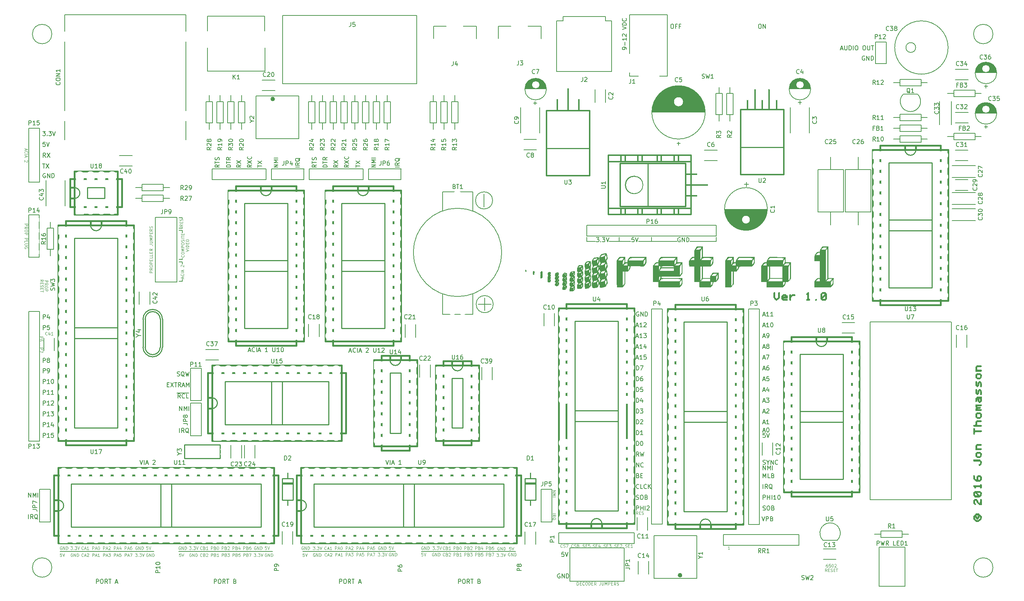
<source format=gto>
G04 #@! TF.FileFunction,Legend,Top*
%FSLAX46Y46*%
G04 Gerber Fmt 4.6, Leading zero omitted, Abs format (unit mm)*
G04 Created by KiCad (PCBNEW 4.0.2-stable) date 5/26/2016 8:00:27 AM*
%MOMM*%
G01*
G04 APERTURE LIST*
%ADD10C,0.100000*%
%ADD11C,0.200000*%
%ADD12C,0.150000*%
%ADD13C,0.254000*%
%ADD14C,0.381000*%
%ADD15C,0.304800*%
%ADD16C,0.010000*%
%ADD17C,0.152400*%
%ADD18C,2.398980*%
%ADD19R,2.599640X1.901140*%
%ADD20O,2.599640X1.901140*%
%ADD21C,1.600760*%
%ADD22C,1.100000*%
%ADD23C,2.100000*%
%ADD24R,2.100000X2.100000*%
%ADD25R,1.924000X1.924000*%
%ADD26C,1.924000*%
%ADD27C,3.600000*%
%ADD28C,4.900000*%
%ADD29C,4.400000*%
%ADD30R,1.700000X1.700000*%
%ADD31C,1.700000*%
%ADD32O,1.700000X1.700000*%
%ADD33O,1.800000X1.800000*%
%ADD34C,1.800000*%
%ADD35R,2.400000X2.400000*%
%ADD36R,1.500000X2.400000*%
%ADD37C,1.600000*%
%ADD38C,2.600000*%
%ADD39C,4.000000*%
%ADD40C,2.900000*%
%ADD41O,2.127200X2.127200*%
%ADD42C,2.127200*%
%ADD43O,2.127200X2.432000*%
%ADD44O,2.432000X2.127200*%
%ADD45C,2.000000*%
%ADD46C,3.900000*%
%ADD47O,2.432000X2.432000*%
%ADD48C,2.899360*%
%ADD49C,3.897580*%
%ADD50C,2.650440*%
%ADD51C,4.400500*%
%ADD52R,1.901140X2.599640*%
%ADD53O,1.901140X2.599640*%
%ADD54R,2.700000X2.000000*%
%ADD55O,2.700000X2.000000*%
%ADD56C,2.500000*%
%ADD57C,3.200000*%
%ADD58C,2.300000*%
G04 APERTURE END LIST*
D10*
D11*
X187579000Y-55118000D02*
X188595000Y-55118000D01*
X188087000Y-55626000D02*
X188087000Y-54610000D01*
X244094000Y-41529000D02*
X244856000Y-41529000D01*
X244475000Y-41148000D02*
X244475000Y-41910000D01*
X244094000Y-32004000D02*
X244856000Y-32004000D01*
X244475000Y-31623000D02*
X244475000Y-32385000D01*
X138303000Y-35560000D02*
X138303000Y-36322000D01*
X137922000Y-35941000D02*
X138684000Y-35941000D01*
X200660000Y-36195000D02*
X200660000Y-35433000D01*
X200279000Y-35814000D02*
X201041000Y-35814000D01*
X172466000Y-45466000D02*
X171704000Y-45466000D01*
X172085000Y-45085000D02*
X172085000Y-45847000D01*
X172085000Y-45085000D02*
X172085000Y-45847000D01*
X172466000Y-45466000D02*
X171704000Y-45466000D01*
X172466000Y-45466000D02*
X171704000Y-45466000D01*
X172085000Y-45085000D02*
X172085000Y-45847000D01*
X172085000Y-45085000D02*
X172085000Y-45847000D01*
X172466000Y-45466000D02*
X171704000Y-45466000D01*
D10*
X184121400Y-141108867D02*
X183721400Y-141108867D01*
X183921400Y-141108867D02*
X183921400Y-140408867D01*
X183854734Y-140508867D01*
X183788067Y-140575533D01*
X183721400Y-140608867D01*
X21654333Y-93638667D02*
X22354333Y-93638667D01*
X22354333Y-93905333D01*
X22321000Y-93972000D01*
X22287667Y-94005333D01*
X22221000Y-94038667D01*
X22121000Y-94038667D01*
X22054333Y-94005333D01*
X22021000Y-93972000D01*
X21987667Y-93905333D01*
X21987667Y-93638667D01*
X22354333Y-94272000D02*
X22354333Y-94738667D01*
X21654333Y-94438667D01*
X21654333Y-90971667D02*
X22354333Y-90971667D01*
X22354333Y-91238333D01*
X22321000Y-91305000D01*
X22287667Y-91338333D01*
X22221000Y-91371667D01*
X22121000Y-91371667D01*
X22054333Y-91338333D01*
X22021000Y-91305000D01*
X21987667Y-91238333D01*
X21987667Y-90971667D01*
X22354333Y-91971667D02*
X22354333Y-91838333D01*
X22321000Y-91771667D01*
X22287667Y-91738333D01*
X22187667Y-91671667D01*
X22054333Y-91638333D01*
X21787667Y-91638333D01*
X21721000Y-91671667D01*
X21687667Y-91705000D01*
X21654333Y-91771667D01*
X21654333Y-91905000D01*
X21687667Y-91971667D01*
X21721000Y-92005000D01*
X21787667Y-92038333D01*
X21954333Y-92038333D01*
X22021000Y-92005000D01*
X22054333Y-91971667D01*
X22087667Y-91905000D01*
X22087667Y-91771667D01*
X22054333Y-91705000D01*
X22021000Y-91671667D01*
X21954333Y-91638333D01*
D12*
X215900096Y-24900000D02*
X215804858Y-24852381D01*
X215662001Y-24852381D01*
X215519143Y-24900000D01*
X215423905Y-24995238D01*
X215376286Y-25090476D01*
X215328667Y-25280952D01*
X215328667Y-25423810D01*
X215376286Y-25614286D01*
X215423905Y-25709524D01*
X215519143Y-25804762D01*
X215662001Y-25852381D01*
X215757239Y-25852381D01*
X215900096Y-25804762D01*
X215947715Y-25757143D01*
X215947715Y-25423810D01*
X215757239Y-25423810D01*
X216376286Y-25852381D02*
X216376286Y-24852381D01*
X216947715Y-25852381D01*
X216947715Y-24852381D01*
X217423905Y-25852381D02*
X217423905Y-24852381D01*
X217662000Y-24852381D01*
X217804858Y-24900000D01*
X217900096Y-24995238D01*
X217947715Y-25090476D01*
X217995334Y-25280952D01*
X217995334Y-25423810D01*
X217947715Y-25614286D01*
X217900096Y-25709524D01*
X217804858Y-25804762D01*
X217662000Y-25852381D01*
X217423905Y-25852381D01*
X210288667Y-23153667D02*
X210764858Y-23153667D01*
X210193429Y-23439381D02*
X210526762Y-22439381D01*
X210860096Y-23439381D01*
X211193429Y-22439381D02*
X211193429Y-23248905D01*
X211241048Y-23344143D01*
X211288667Y-23391762D01*
X211383905Y-23439381D01*
X211574382Y-23439381D01*
X211669620Y-23391762D01*
X211717239Y-23344143D01*
X211764858Y-23248905D01*
X211764858Y-22439381D01*
X212241048Y-23439381D02*
X212241048Y-22439381D01*
X212479143Y-22439381D01*
X212622001Y-22487000D01*
X212717239Y-22582238D01*
X212764858Y-22677476D01*
X212812477Y-22867952D01*
X212812477Y-23010810D01*
X212764858Y-23201286D01*
X212717239Y-23296524D01*
X212622001Y-23391762D01*
X212479143Y-23439381D01*
X212241048Y-23439381D01*
X213241048Y-23439381D02*
X213241048Y-22439381D01*
X213907714Y-22439381D02*
X214098191Y-22439381D01*
X214193429Y-22487000D01*
X214288667Y-22582238D01*
X214336286Y-22772714D01*
X214336286Y-23106048D01*
X214288667Y-23296524D01*
X214193429Y-23391762D01*
X214098191Y-23439381D01*
X213907714Y-23439381D01*
X213812476Y-23391762D01*
X213717238Y-23296524D01*
X213669619Y-23106048D01*
X213669619Y-22772714D01*
X213717238Y-22582238D01*
X213812476Y-22487000D01*
X213907714Y-22439381D01*
X215717238Y-22439381D02*
X215907715Y-22439381D01*
X216002953Y-22487000D01*
X216098191Y-22582238D01*
X216145810Y-22772714D01*
X216145810Y-23106048D01*
X216098191Y-23296524D01*
X216002953Y-23391762D01*
X215907715Y-23439381D01*
X215717238Y-23439381D01*
X215622000Y-23391762D01*
X215526762Y-23296524D01*
X215479143Y-23106048D01*
X215479143Y-22772714D01*
X215526762Y-22582238D01*
X215622000Y-22487000D01*
X215717238Y-22439381D01*
X216574381Y-22439381D02*
X216574381Y-23248905D01*
X216622000Y-23344143D01*
X216669619Y-23391762D01*
X216764857Y-23439381D01*
X216955334Y-23439381D01*
X217050572Y-23391762D01*
X217098191Y-23344143D01*
X217145810Y-23248905D01*
X217145810Y-22439381D01*
X217479143Y-22439381D02*
X218050572Y-22439381D01*
X217764857Y-23439381D02*
X217764857Y-22439381D01*
D10*
X148151668Y-149541667D02*
X148151668Y-148841667D01*
X148318334Y-148841667D01*
X148418334Y-148875000D01*
X148485001Y-148941667D01*
X148518334Y-149008333D01*
X148551668Y-149141667D01*
X148551668Y-149241667D01*
X148518334Y-149375000D01*
X148485001Y-149441667D01*
X148418334Y-149508333D01*
X148318334Y-149541667D01*
X148151668Y-149541667D01*
X148851668Y-149175000D02*
X149085001Y-149175000D01*
X149185001Y-149541667D02*
X148851668Y-149541667D01*
X148851668Y-148841667D01*
X149185001Y-148841667D01*
X149885001Y-149475000D02*
X149851667Y-149508333D01*
X149751667Y-149541667D01*
X149685001Y-149541667D01*
X149585001Y-149508333D01*
X149518334Y-149441667D01*
X149485001Y-149375000D01*
X149451667Y-149241667D01*
X149451667Y-149141667D01*
X149485001Y-149008333D01*
X149518334Y-148941667D01*
X149585001Y-148875000D01*
X149685001Y-148841667D01*
X149751667Y-148841667D01*
X149851667Y-148875000D01*
X149885001Y-148908333D01*
X150318334Y-148841667D02*
X150451667Y-148841667D01*
X150518334Y-148875000D01*
X150585001Y-148941667D01*
X150618334Y-149075000D01*
X150618334Y-149308333D01*
X150585001Y-149441667D01*
X150518334Y-149508333D01*
X150451667Y-149541667D01*
X150318334Y-149541667D01*
X150251667Y-149508333D01*
X150185001Y-149441667D01*
X150151667Y-149308333D01*
X150151667Y-149075000D01*
X150185001Y-148941667D01*
X150251667Y-148875000D01*
X150318334Y-148841667D01*
X150918334Y-149541667D02*
X150918334Y-148841667D01*
X151085000Y-148841667D01*
X151185000Y-148875000D01*
X151251667Y-148941667D01*
X151285000Y-149008333D01*
X151318334Y-149141667D01*
X151318334Y-149241667D01*
X151285000Y-149375000D01*
X151251667Y-149441667D01*
X151185000Y-149508333D01*
X151085000Y-149541667D01*
X150918334Y-149541667D01*
X151618334Y-149175000D02*
X151851667Y-149175000D01*
X151951667Y-149541667D02*
X151618334Y-149541667D01*
X151618334Y-148841667D01*
X151951667Y-148841667D01*
X152651667Y-149541667D02*
X152418333Y-149208333D01*
X152251667Y-149541667D02*
X152251667Y-148841667D01*
X152518333Y-148841667D01*
X152585000Y-148875000D01*
X152618333Y-148908333D01*
X152651667Y-148975000D01*
X152651667Y-149075000D01*
X152618333Y-149141667D01*
X152585000Y-149175000D01*
X152518333Y-149208333D01*
X152251667Y-149208333D01*
X153685000Y-148841667D02*
X153685000Y-149341667D01*
X153651666Y-149441667D01*
X153585000Y-149508333D01*
X153485000Y-149541667D01*
X153418333Y-149541667D01*
X154018333Y-148841667D02*
X154018333Y-149408333D01*
X154051666Y-149475000D01*
X154084999Y-149508333D01*
X154151666Y-149541667D01*
X154284999Y-149541667D01*
X154351666Y-149508333D01*
X154384999Y-149475000D01*
X154418333Y-149408333D01*
X154418333Y-148841667D01*
X154751666Y-149541667D02*
X154751666Y-148841667D01*
X154984999Y-149341667D01*
X155218332Y-148841667D01*
X155218332Y-149541667D01*
X155551666Y-149541667D02*
X155551666Y-148841667D01*
X155818332Y-148841667D01*
X155884999Y-148875000D01*
X155918332Y-148908333D01*
X155951666Y-148975000D01*
X155951666Y-149075000D01*
X155918332Y-149141667D01*
X155884999Y-149175000D01*
X155818332Y-149208333D01*
X155551666Y-149208333D01*
X156251666Y-149175000D02*
X156484999Y-149175000D01*
X156584999Y-149541667D02*
X156251666Y-149541667D01*
X156251666Y-148841667D01*
X156584999Y-148841667D01*
X157284999Y-149541667D02*
X157051665Y-149208333D01*
X156884999Y-149541667D02*
X156884999Y-148841667D01*
X157151665Y-148841667D01*
X157218332Y-148875000D01*
X157251665Y-148908333D01*
X157284999Y-148975000D01*
X157284999Y-149075000D01*
X157251665Y-149141667D01*
X157218332Y-149175000D01*
X157151665Y-149208333D01*
X156884999Y-149208333D01*
X157551665Y-149508333D02*
X157651665Y-149541667D01*
X157818332Y-149541667D01*
X157884999Y-149508333D01*
X157918332Y-149475000D01*
X157951665Y-149408333D01*
X157951665Y-149341667D01*
X157918332Y-149275000D01*
X157884999Y-149241667D01*
X157818332Y-149208333D01*
X157684999Y-149175000D01*
X157618332Y-149141667D01*
X157584999Y-149108333D01*
X157551665Y-149041667D01*
X157551665Y-148975000D01*
X157584999Y-148908333D01*
X157618332Y-148875000D01*
X157684999Y-148841667D01*
X157851665Y-148841667D01*
X157951665Y-148875000D01*
X149518000Y-140618333D02*
X149618000Y-140651667D01*
X149784667Y-140651667D01*
X149851334Y-140618333D01*
X149884667Y-140585000D01*
X149918000Y-140518333D01*
X149918000Y-140451667D01*
X149884667Y-140385000D01*
X149851334Y-140351667D01*
X149784667Y-140318333D01*
X149651334Y-140285000D01*
X149584667Y-140251667D01*
X149551334Y-140218333D01*
X149518000Y-140151667D01*
X149518000Y-140085000D01*
X149551334Y-140018333D01*
X149584667Y-139985000D01*
X149651334Y-139951667D01*
X149818000Y-139951667D01*
X149918000Y-139985000D01*
X150218001Y-140285000D02*
X150451334Y-140285000D01*
X150551334Y-140651667D02*
X150218001Y-140651667D01*
X150218001Y-139951667D01*
X150551334Y-139951667D01*
X151184667Y-139951667D02*
X150851334Y-139951667D01*
X150818000Y-140285000D01*
X150851334Y-140251667D01*
X150918000Y-140218333D01*
X151084667Y-140218333D01*
X151151334Y-140251667D01*
X151184667Y-140285000D01*
X151218000Y-140351667D01*
X151218000Y-140518333D01*
X151184667Y-140585000D01*
X151151334Y-140618333D01*
X151084667Y-140651667D01*
X150918000Y-140651667D01*
X150851334Y-140618333D01*
X150818000Y-140585000D01*
X151931000Y-140618333D02*
X152031000Y-140651667D01*
X152197667Y-140651667D01*
X152264334Y-140618333D01*
X152297667Y-140585000D01*
X152331000Y-140518333D01*
X152331000Y-140451667D01*
X152297667Y-140385000D01*
X152264334Y-140351667D01*
X152197667Y-140318333D01*
X152064334Y-140285000D01*
X151997667Y-140251667D01*
X151964334Y-140218333D01*
X151931000Y-140151667D01*
X151931000Y-140085000D01*
X151964334Y-140018333D01*
X151997667Y-139985000D01*
X152064334Y-139951667D01*
X152231000Y-139951667D01*
X152331000Y-139985000D01*
X152631001Y-140285000D02*
X152864334Y-140285000D01*
X152964334Y-140651667D02*
X152631001Y-140651667D01*
X152631001Y-139951667D01*
X152964334Y-139951667D01*
X153564334Y-140185000D02*
X153564334Y-140651667D01*
X153397667Y-139918333D02*
X153231000Y-140418333D01*
X153664334Y-140418333D01*
X154471000Y-140618333D02*
X154571000Y-140651667D01*
X154737667Y-140651667D01*
X154804334Y-140618333D01*
X154837667Y-140585000D01*
X154871000Y-140518333D01*
X154871000Y-140451667D01*
X154837667Y-140385000D01*
X154804334Y-140351667D01*
X154737667Y-140318333D01*
X154604334Y-140285000D01*
X154537667Y-140251667D01*
X154504334Y-140218333D01*
X154471000Y-140151667D01*
X154471000Y-140085000D01*
X154504334Y-140018333D01*
X154537667Y-139985000D01*
X154604334Y-139951667D01*
X154771000Y-139951667D01*
X154871000Y-139985000D01*
X155171001Y-140285000D02*
X155404334Y-140285000D01*
X155504334Y-140651667D02*
X155171001Y-140651667D01*
X155171001Y-139951667D01*
X155504334Y-139951667D01*
X155737667Y-139951667D02*
X156171000Y-139951667D01*
X155937667Y-140218333D01*
X156037667Y-140218333D01*
X156104334Y-140251667D01*
X156137667Y-140285000D01*
X156171000Y-140351667D01*
X156171000Y-140518333D01*
X156137667Y-140585000D01*
X156104334Y-140618333D01*
X156037667Y-140651667D01*
X155837667Y-140651667D01*
X155771000Y-140618333D01*
X155737667Y-140585000D01*
X157011000Y-140618333D02*
X157111000Y-140651667D01*
X157277667Y-140651667D01*
X157344334Y-140618333D01*
X157377667Y-140585000D01*
X157411000Y-140518333D01*
X157411000Y-140451667D01*
X157377667Y-140385000D01*
X157344334Y-140351667D01*
X157277667Y-140318333D01*
X157144334Y-140285000D01*
X157077667Y-140251667D01*
X157044334Y-140218333D01*
X157011000Y-140151667D01*
X157011000Y-140085000D01*
X157044334Y-140018333D01*
X157077667Y-139985000D01*
X157144334Y-139951667D01*
X157311000Y-139951667D01*
X157411000Y-139985000D01*
X157711001Y-140285000D02*
X157944334Y-140285000D01*
X158044334Y-140651667D02*
X157711001Y-140651667D01*
X157711001Y-139951667D01*
X158044334Y-139951667D01*
X158311000Y-140018333D02*
X158344334Y-139985000D01*
X158411000Y-139951667D01*
X158577667Y-139951667D01*
X158644334Y-139985000D01*
X158677667Y-140018333D01*
X158711000Y-140085000D01*
X158711000Y-140151667D01*
X158677667Y-140251667D01*
X158277667Y-140651667D01*
X158711000Y-140651667D01*
X159551000Y-140618333D02*
X159651000Y-140651667D01*
X159817667Y-140651667D01*
X159884334Y-140618333D01*
X159917667Y-140585000D01*
X159951000Y-140518333D01*
X159951000Y-140451667D01*
X159917667Y-140385000D01*
X159884334Y-140351667D01*
X159817667Y-140318333D01*
X159684334Y-140285000D01*
X159617667Y-140251667D01*
X159584334Y-140218333D01*
X159551000Y-140151667D01*
X159551000Y-140085000D01*
X159584334Y-140018333D01*
X159617667Y-139985000D01*
X159684334Y-139951667D01*
X159851000Y-139951667D01*
X159951000Y-139985000D01*
X160251001Y-140285000D02*
X160484334Y-140285000D01*
X160584334Y-140651667D02*
X160251001Y-140651667D01*
X160251001Y-139951667D01*
X160584334Y-139951667D01*
X161251000Y-140651667D02*
X160851000Y-140651667D01*
X161051000Y-140651667D02*
X161051000Y-139951667D01*
X160984334Y-140051667D01*
X160917667Y-140118333D01*
X160851000Y-140151667D01*
X48195667Y-75934999D02*
X47495667Y-75934999D01*
X47495667Y-75668333D01*
X47529000Y-75601666D01*
X47562333Y-75568333D01*
X47629000Y-75534999D01*
X47729000Y-75534999D01*
X47795667Y-75568333D01*
X47829000Y-75601666D01*
X47862333Y-75668333D01*
X47862333Y-75934999D01*
X48195667Y-74834999D02*
X47862333Y-75068333D01*
X48195667Y-75234999D02*
X47495667Y-75234999D01*
X47495667Y-74968333D01*
X47529000Y-74901666D01*
X47562333Y-74868333D01*
X47629000Y-74834999D01*
X47729000Y-74834999D01*
X47795667Y-74868333D01*
X47829000Y-74901666D01*
X47862333Y-74968333D01*
X47862333Y-75234999D01*
X47495667Y-74401666D02*
X47495667Y-74268333D01*
X47529000Y-74201666D01*
X47595667Y-74134999D01*
X47729000Y-74101666D01*
X47962333Y-74101666D01*
X48095667Y-74134999D01*
X48162333Y-74201666D01*
X48195667Y-74268333D01*
X48195667Y-74401666D01*
X48162333Y-74468333D01*
X48095667Y-74534999D01*
X47962333Y-74568333D01*
X47729000Y-74568333D01*
X47595667Y-74534999D01*
X47529000Y-74468333D01*
X47495667Y-74401666D01*
X48195667Y-73801666D02*
X47495667Y-73801666D01*
X47495667Y-73535000D01*
X47529000Y-73468333D01*
X47562333Y-73435000D01*
X47629000Y-73401666D01*
X47729000Y-73401666D01*
X47795667Y-73435000D01*
X47829000Y-73468333D01*
X47862333Y-73535000D01*
X47862333Y-73801666D01*
X47829000Y-73101666D02*
X47829000Y-72868333D01*
X48195667Y-72768333D02*
X48195667Y-73101666D01*
X47495667Y-73101666D01*
X47495667Y-72768333D01*
X48195667Y-72135000D02*
X48195667Y-72468333D01*
X47495667Y-72468333D01*
X48195667Y-71568333D02*
X48195667Y-71901666D01*
X47495667Y-71901666D01*
X47829000Y-71334999D02*
X47829000Y-71101666D01*
X48195667Y-71001666D02*
X48195667Y-71334999D01*
X47495667Y-71334999D01*
X47495667Y-71001666D01*
X48195667Y-70301666D02*
X47862333Y-70535000D01*
X48195667Y-70701666D02*
X47495667Y-70701666D01*
X47495667Y-70435000D01*
X47529000Y-70368333D01*
X47562333Y-70335000D01*
X47629000Y-70301666D01*
X47729000Y-70301666D01*
X47795667Y-70335000D01*
X47829000Y-70368333D01*
X47862333Y-70435000D01*
X47862333Y-70701666D01*
X47495667Y-69268333D02*
X47995667Y-69268333D01*
X48095667Y-69301667D01*
X48162333Y-69368333D01*
X48195667Y-69468333D01*
X48195667Y-69535000D01*
X47495667Y-68935000D02*
X48062333Y-68935000D01*
X48129000Y-68901667D01*
X48162333Y-68868334D01*
X48195667Y-68801667D01*
X48195667Y-68668334D01*
X48162333Y-68601667D01*
X48129000Y-68568334D01*
X48062333Y-68535000D01*
X47495667Y-68535000D01*
X48195667Y-68201667D02*
X47495667Y-68201667D01*
X47995667Y-67968334D01*
X47495667Y-67735001D01*
X48195667Y-67735001D01*
X48195667Y-67401667D02*
X47495667Y-67401667D01*
X47495667Y-67135001D01*
X47529000Y-67068334D01*
X47562333Y-67035001D01*
X47629000Y-67001667D01*
X47729000Y-67001667D01*
X47795667Y-67035001D01*
X47829000Y-67068334D01*
X47862333Y-67135001D01*
X47862333Y-67401667D01*
X47829000Y-66701667D02*
X47829000Y-66468334D01*
X48195667Y-66368334D02*
X48195667Y-66701667D01*
X47495667Y-66701667D01*
X47495667Y-66368334D01*
X48195667Y-65668334D02*
X47862333Y-65901668D01*
X48195667Y-66068334D02*
X47495667Y-66068334D01*
X47495667Y-65801668D01*
X47529000Y-65735001D01*
X47562333Y-65701668D01*
X47629000Y-65668334D01*
X47729000Y-65668334D01*
X47795667Y-65701668D01*
X47829000Y-65735001D01*
X47862333Y-65801668D01*
X47862333Y-66068334D01*
X48162333Y-65401668D02*
X48195667Y-65301668D01*
X48195667Y-65135001D01*
X48162333Y-65068334D01*
X48129000Y-65035001D01*
X48062333Y-65001668D01*
X47995667Y-65001668D01*
X47929000Y-65035001D01*
X47895667Y-65068334D01*
X47862333Y-65135001D01*
X47829000Y-65268334D01*
X47795667Y-65335001D01*
X47762333Y-65368334D01*
X47695667Y-65401668D01*
X47629000Y-65401668D01*
X47562333Y-65368334D01*
X47529000Y-65335001D01*
X47495667Y-65268334D01*
X47495667Y-65101668D01*
X47529000Y-65001668D01*
D11*
X55245000Y-62992000D02*
X54483000Y-62992000D01*
X55245000Y-63119000D02*
X55245000Y-62992000D01*
X55245000Y-65405000D02*
X55245000Y-65278000D01*
X54483000Y-65405000D02*
X55245000Y-65405000D01*
D10*
X55307667Y-64568333D02*
X54974333Y-64801667D01*
X55307667Y-64968333D02*
X54607667Y-64968333D01*
X54607667Y-64701667D01*
X54641000Y-64635000D01*
X54674333Y-64601667D01*
X54741000Y-64568333D01*
X54841000Y-64568333D01*
X54907667Y-64601667D01*
X54941000Y-64635000D01*
X54974333Y-64701667D01*
X54974333Y-64968333D01*
X54941000Y-64268333D02*
X54941000Y-64035000D01*
X55307667Y-63935000D02*
X55307667Y-64268333D01*
X54607667Y-64268333D01*
X54607667Y-63935000D01*
X55274333Y-63668334D02*
X55307667Y-63568334D01*
X55307667Y-63401667D01*
X55274333Y-63335000D01*
X55241000Y-63301667D01*
X55174333Y-63268334D01*
X55107667Y-63268334D01*
X55041000Y-63301667D01*
X55007667Y-63335000D01*
X54974333Y-63401667D01*
X54941000Y-63535000D01*
X54907667Y-63601667D01*
X54874333Y-63635000D01*
X54807667Y-63668334D01*
X54741000Y-63668334D01*
X54674333Y-63635000D01*
X54641000Y-63601667D01*
X54607667Y-63535000D01*
X54607667Y-63368334D01*
X54641000Y-63268334D01*
D11*
X55245000Y-65913000D02*
X54483000Y-65913000D01*
X55245000Y-66548000D02*
X55245000Y-65913000D01*
X55245000Y-72771000D02*
X55245000Y-72517000D01*
X54483000Y-72771000D02*
X55245000Y-72771000D01*
X55245000Y-73406000D02*
X54483000Y-73406000D01*
X55245000Y-73914000D02*
X55245000Y-73406000D01*
X55245000Y-77978000D02*
X54483000Y-77978000D01*
X55245000Y-77470000D02*
X55245000Y-77978000D01*
D10*
X55590000Y-71818999D02*
X55623333Y-71852333D01*
X55656667Y-71952333D01*
X55656667Y-72018999D01*
X55623333Y-72118999D01*
X55556667Y-72185666D01*
X55490000Y-72218999D01*
X55356667Y-72252333D01*
X55256667Y-72252333D01*
X55123333Y-72218999D01*
X55056667Y-72185666D01*
X54990000Y-72118999D01*
X54956667Y-72018999D01*
X54956667Y-71952333D01*
X54990000Y-71852333D01*
X55023333Y-71818999D01*
X54956667Y-71385666D02*
X54956667Y-71252333D01*
X54990000Y-71185666D01*
X55056667Y-71118999D01*
X55190000Y-71085666D01*
X55423333Y-71085666D01*
X55556667Y-71118999D01*
X55623333Y-71185666D01*
X55656667Y-71252333D01*
X55656667Y-71385666D01*
X55623333Y-71452333D01*
X55556667Y-71518999D01*
X55423333Y-71552333D01*
X55190000Y-71552333D01*
X55056667Y-71518999D01*
X54990000Y-71452333D01*
X54956667Y-71385666D01*
X55656667Y-70785666D02*
X54956667Y-70785666D01*
X55456667Y-70552333D01*
X54956667Y-70319000D01*
X55656667Y-70319000D01*
X55656667Y-69985666D02*
X54956667Y-69985666D01*
X54956667Y-69719000D01*
X54990000Y-69652333D01*
X55023333Y-69619000D01*
X55090000Y-69585666D01*
X55190000Y-69585666D01*
X55256667Y-69619000D01*
X55290000Y-69652333D01*
X55323333Y-69719000D01*
X55323333Y-69985666D01*
X54956667Y-69152333D02*
X54956667Y-69019000D01*
X54990000Y-68952333D01*
X55056667Y-68885666D01*
X55190000Y-68852333D01*
X55423333Y-68852333D01*
X55556667Y-68885666D01*
X55623333Y-68952333D01*
X55656667Y-69019000D01*
X55656667Y-69152333D01*
X55623333Y-69219000D01*
X55556667Y-69285666D01*
X55423333Y-69319000D01*
X55190000Y-69319000D01*
X55056667Y-69285666D01*
X54990000Y-69219000D01*
X54956667Y-69152333D01*
X55623333Y-68585667D02*
X55656667Y-68485667D01*
X55656667Y-68319000D01*
X55623333Y-68252333D01*
X55590000Y-68219000D01*
X55523333Y-68185667D01*
X55456667Y-68185667D01*
X55390000Y-68219000D01*
X55356667Y-68252333D01*
X55323333Y-68319000D01*
X55290000Y-68452333D01*
X55256667Y-68519000D01*
X55223333Y-68552333D01*
X55156667Y-68585667D01*
X55090000Y-68585667D01*
X55023333Y-68552333D01*
X54990000Y-68519000D01*
X54956667Y-68452333D01*
X54956667Y-68285667D01*
X54990000Y-68185667D01*
X55656667Y-67885666D02*
X54956667Y-67885666D01*
X54956667Y-67652333D02*
X54956667Y-67252333D01*
X55656667Y-67452333D02*
X54956667Y-67452333D01*
X55290000Y-67019000D02*
X55290000Y-66785667D01*
X55656667Y-66685667D02*
X55656667Y-67019000D01*
X54956667Y-67019000D01*
X54956667Y-66685667D01*
X56036667Y-70902332D02*
X56736667Y-70668999D01*
X56036667Y-70435666D01*
X56736667Y-70202332D02*
X56036667Y-70202332D01*
X56736667Y-69868999D02*
X56036667Y-69868999D01*
X56036667Y-69702333D01*
X56070000Y-69602333D01*
X56136667Y-69535666D01*
X56203333Y-69502333D01*
X56336667Y-69468999D01*
X56436667Y-69468999D01*
X56570000Y-69502333D01*
X56636667Y-69535666D01*
X56703333Y-69602333D01*
X56736667Y-69702333D01*
X56736667Y-69868999D01*
X56370000Y-69168999D02*
X56370000Y-68935666D01*
X56736667Y-68835666D02*
X56736667Y-69168999D01*
X56036667Y-69168999D01*
X56036667Y-68835666D01*
X56036667Y-68402333D02*
X56036667Y-68269000D01*
X56070000Y-68202333D01*
X56136667Y-68135666D01*
X56270000Y-68102333D01*
X56503333Y-68102333D01*
X56636667Y-68135666D01*
X56703333Y-68202333D01*
X56736667Y-68269000D01*
X56736667Y-68402333D01*
X56703333Y-68469000D01*
X56636667Y-68535666D01*
X56503333Y-68569000D01*
X56270000Y-68569000D01*
X56136667Y-68535666D01*
X56070000Y-68469000D01*
X56036667Y-68402333D01*
X55361667Y-77275333D02*
X55361667Y-76941999D01*
X55561667Y-77341999D02*
X54861667Y-77108666D01*
X55561667Y-76875333D01*
X55495000Y-76241999D02*
X55528333Y-76275333D01*
X55561667Y-76375333D01*
X55561667Y-76441999D01*
X55528333Y-76541999D01*
X55461667Y-76608666D01*
X55395000Y-76641999D01*
X55261667Y-76675333D01*
X55161667Y-76675333D01*
X55028333Y-76641999D01*
X54961667Y-76608666D01*
X54895000Y-76541999D01*
X54861667Y-76441999D01*
X54861667Y-76375333D01*
X54895000Y-76275333D01*
X54928333Y-76241999D01*
X55561667Y-75941999D02*
X54861667Y-75941999D01*
X55361667Y-75642000D02*
X55361667Y-75308666D01*
X55561667Y-75708666D02*
X54861667Y-75475333D01*
X55561667Y-75242000D01*
X54928333Y-74508667D02*
X54895000Y-74475333D01*
X54861667Y-74408667D01*
X54861667Y-74242000D01*
X54895000Y-74175333D01*
X54928333Y-74142000D01*
X54995000Y-74108667D01*
X55061667Y-74108667D01*
X55161667Y-74142000D01*
X55561667Y-74542000D01*
X55561667Y-74108667D01*
D12*
X34988809Y-149169381D02*
X34988809Y-148169381D01*
X35369762Y-148169381D01*
X35465000Y-148217000D01*
X35512619Y-148264619D01*
X35560238Y-148359857D01*
X35560238Y-148502714D01*
X35512619Y-148597952D01*
X35465000Y-148645571D01*
X35369762Y-148693190D01*
X34988809Y-148693190D01*
X36179285Y-148169381D02*
X36369762Y-148169381D01*
X36465000Y-148217000D01*
X36560238Y-148312238D01*
X36607857Y-148502714D01*
X36607857Y-148836048D01*
X36560238Y-149026524D01*
X36465000Y-149121762D01*
X36369762Y-149169381D01*
X36179285Y-149169381D01*
X36084047Y-149121762D01*
X35988809Y-149026524D01*
X35941190Y-148836048D01*
X35941190Y-148502714D01*
X35988809Y-148312238D01*
X36084047Y-148217000D01*
X36179285Y-148169381D01*
X37607857Y-149169381D02*
X37274523Y-148693190D01*
X37036428Y-149169381D02*
X37036428Y-148169381D01*
X37417381Y-148169381D01*
X37512619Y-148217000D01*
X37560238Y-148264619D01*
X37607857Y-148359857D01*
X37607857Y-148502714D01*
X37560238Y-148597952D01*
X37512619Y-148645571D01*
X37417381Y-148693190D01*
X37036428Y-148693190D01*
X37893571Y-148169381D02*
X38465000Y-148169381D01*
X38179285Y-149169381D02*
X38179285Y-148169381D01*
X39512619Y-148883667D02*
X39988810Y-148883667D01*
X39417381Y-149169381D02*
X39750714Y-148169381D01*
X40084048Y-149169381D01*
D10*
X26789000Y-142110667D02*
X26455667Y-142110667D01*
X26422333Y-142444000D01*
X26455667Y-142410667D01*
X26522333Y-142377333D01*
X26689000Y-142377333D01*
X26755667Y-142410667D01*
X26789000Y-142444000D01*
X26822333Y-142510667D01*
X26822333Y-142677333D01*
X26789000Y-142744000D01*
X26755667Y-142777333D01*
X26689000Y-142810667D01*
X26522333Y-142810667D01*
X26455667Y-142777333D01*
X26422333Y-142744000D01*
X27022334Y-142110667D02*
X27255667Y-142810667D01*
X27489000Y-142110667D01*
X26822333Y-140493000D02*
X26755667Y-140459667D01*
X26655667Y-140459667D01*
X26555667Y-140493000D01*
X26489000Y-140559667D01*
X26455667Y-140626333D01*
X26422333Y-140759667D01*
X26422333Y-140859667D01*
X26455667Y-140993000D01*
X26489000Y-141059667D01*
X26555667Y-141126333D01*
X26655667Y-141159667D01*
X26722333Y-141159667D01*
X26822333Y-141126333D01*
X26855667Y-141093000D01*
X26855667Y-140859667D01*
X26722333Y-140859667D01*
X27155667Y-141159667D02*
X27155667Y-140459667D01*
X27555667Y-141159667D01*
X27555667Y-140459667D01*
X27889000Y-141159667D02*
X27889000Y-140459667D01*
X28055666Y-140459667D01*
X28155666Y-140493000D01*
X28222333Y-140559667D01*
X28255666Y-140626333D01*
X28289000Y-140759667D01*
X28289000Y-140859667D01*
X28255666Y-140993000D01*
X28222333Y-141059667D01*
X28155666Y-141126333D01*
X28055666Y-141159667D01*
X27889000Y-141159667D01*
X29362333Y-142144000D02*
X29295667Y-142110667D01*
X29195667Y-142110667D01*
X29095667Y-142144000D01*
X29029000Y-142210667D01*
X28995667Y-142277333D01*
X28962333Y-142410667D01*
X28962333Y-142510667D01*
X28995667Y-142644000D01*
X29029000Y-142710667D01*
X29095667Y-142777333D01*
X29195667Y-142810667D01*
X29262333Y-142810667D01*
X29362333Y-142777333D01*
X29395667Y-142744000D01*
X29395667Y-142510667D01*
X29262333Y-142510667D01*
X29695667Y-142810667D02*
X29695667Y-142110667D01*
X30095667Y-142810667D01*
X30095667Y-142110667D01*
X30429000Y-142810667D02*
X30429000Y-142110667D01*
X30595666Y-142110667D01*
X30695666Y-142144000D01*
X30762333Y-142210667D01*
X30795666Y-142277333D01*
X30829000Y-142410667D01*
X30829000Y-142510667D01*
X30795666Y-142644000D01*
X30762333Y-142710667D01*
X30695666Y-142777333D01*
X30595666Y-142810667D01*
X30429000Y-142810667D01*
X28929000Y-140459667D02*
X29362333Y-140459667D01*
X29129000Y-140726333D01*
X29229000Y-140726333D01*
X29295667Y-140759667D01*
X29329000Y-140793000D01*
X29362333Y-140859667D01*
X29362333Y-141026333D01*
X29329000Y-141093000D01*
X29295667Y-141126333D01*
X29229000Y-141159667D01*
X29029000Y-141159667D01*
X28962333Y-141126333D01*
X28929000Y-141093000D01*
X29662334Y-141093000D02*
X29695667Y-141126333D01*
X29662334Y-141159667D01*
X29629000Y-141126333D01*
X29662334Y-141093000D01*
X29662334Y-141159667D01*
X29929000Y-140459667D02*
X30362333Y-140459667D01*
X30129000Y-140726333D01*
X30229000Y-140726333D01*
X30295667Y-140759667D01*
X30329000Y-140793000D01*
X30362333Y-140859667D01*
X30362333Y-141026333D01*
X30329000Y-141093000D01*
X30295667Y-141126333D01*
X30229000Y-141159667D01*
X30029000Y-141159667D01*
X29962333Y-141126333D01*
X29929000Y-141093000D01*
X30562334Y-140459667D02*
X30795667Y-141159667D01*
X31029000Y-140459667D01*
X31935667Y-142744000D02*
X31902333Y-142777333D01*
X31802333Y-142810667D01*
X31735667Y-142810667D01*
X31635667Y-142777333D01*
X31569000Y-142710667D01*
X31535667Y-142644000D01*
X31502333Y-142510667D01*
X31502333Y-142410667D01*
X31535667Y-142277333D01*
X31569000Y-142210667D01*
X31635667Y-142144000D01*
X31735667Y-142110667D01*
X31802333Y-142110667D01*
X31902333Y-142144000D01*
X31935667Y-142177333D01*
X32202333Y-142610667D02*
X32535667Y-142610667D01*
X32135667Y-142810667D02*
X32369000Y-142110667D01*
X32602333Y-142810667D01*
X32802333Y-142177333D02*
X32835667Y-142144000D01*
X32902333Y-142110667D01*
X33069000Y-142110667D01*
X33135667Y-142144000D01*
X33169000Y-142177333D01*
X33202333Y-142244000D01*
X33202333Y-142310667D01*
X33169000Y-142410667D01*
X32769000Y-142810667D01*
X33202333Y-142810667D01*
X31935667Y-141093000D02*
X31902333Y-141126333D01*
X31802333Y-141159667D01*
X31735667Y-141159667D01*
X31635667Y-141126333D01*
X31569000Y-141059667D01*
X31535667Y-140993000D01*
X31502333Y-140859667D01*
X31502333Y-140759667D01*
X31535667Y-140626333D01*
X31569000Y-140559667D01*
X31635667Y-140493000D01*
X31735667Y-140459667D01*
X31802333Y-140459667D01*
X31902333Y-140493000D01*
X31935667Y-140526333D01*
X32202333Y-140959667D02*
X32535667Y-140959667D01*
X32135667Y-141159667D02*
X32369000Y-140459667D01*
X32602333Y-141159667D01*
X33202333Y-141159667D02*
X32802333Y-141159667D01*
X33002333Y-141159667D02*
X33002333Y-140459667D01*
X32935667Y-140559667D01*
X32869000Y-140626333D01*
X32802333Y-140659667D01*
X34075667Y-142810667D02*
X34075667Y-142110667D01*
X34342333Y-142110667D01*
X34409000Y-142144000D01*
X34442333Y-142177333D01*
X34475667Y-142244000D01*
X34475667Y-142344000D01*
X34442333Y-142410667D01*
X34409000Y-142444000D01*
X34342333Y-142477333D01*
X34075667Y-142477333D01*
X34742333Y-142610667D02*
X35075667Y-142610667D01*
X34675667Y-142810667D02*
X34909000Y-142110667D01*
X35142333Y-142810667D01*
X35742333Y-142810667D02*
X35342333Y-142810667D01*
X35542333Y-142810667D02*
X35542333Y-142110667D01*
X35475667Y-142210667D01*
X35409000Y-142277333D01*
X35342333Y-142310667D01*
X34075667Y-141159667D02*
X34075667Y-140459667D01*
X34342333Y-140459667D01*
X34409000Y-140493000D01*
X34442333Y-140526333D01*
X34475667Y-140593000D01*
X34475667Y-140693000D01*
X34442333Y-140759667D01*
X34409000Y-140793000D01*
X34342333Y-140826333D01*
X34075667Y-140826333D01*
X34742333Y-140959667D02*
X35075667Y-140959667D01*
X34675667Y-141159667D02*
X34909000Y-140459667D01*
X35142333Y-141159667D01*
X35509000Y-140459667D02*
X35575667Y-140459667D01*
X35642333Y-140493000D01*
X35675667Y-140526333D01*
X35709000Y-140593000D01*
X35742333Y-140726333D01*
X35742333Y-140893000D01*
X35709000Y-141026333D01*
X35675667Y-141093000D01*
X35642333Y-141126333D01*
X35575667Y-141159667D01*
X35509000Y-141159667D01*
X35442333Y-141126333D01*
X35409000Y-141093000D01*
X35375667Y-141026333D01*
X35342333Y-140893000D01*
X35342333Y-140726333D01*
X35375667Y-140593000D01*
X35409000Y-140526333D01*
X35442333Y-140493000D01*
X35509000Y-140459667D01*
X36615667Y-142810667D02*
X36615667Y-142110667D01*
X36882333Y-142110667D01*
X36949000Y-142144000D01*
X36982333Y-142177333D01*
X37015667Y-142244000D01*
X37015667Y-142344000D01*
X36982333Y-142410667D01*
X36949000Y-142444000D01*
X36882333Y-142477333D01*
X36615667Y-142477333D01*
X37282333Y-142610667D02*
X37615667Y-142610667D01*
X37215667Y-142810667D02*
X37449000Y-142110667D01*
X37682333Y-142810667D01*
X37849000Y-142110667D02*
X38282333Y-142110667D01*
X38049000Y-142377333D01*
X38149000Y-142377333D01*
X38215667Y-142410667D01*
X38249000Y-142444000D01*
X38282333Y-142510667D01*
X38282333Y-142677333D01*
X38249000Y-142744000D01*
X38215667Y-142777333D01*
X38149000Y-142810667D01*
X37949000Y-142810667D01*
X37882333Y-142777333D01*
X37849000Y-142744000D01*
X36615667Y-141159667D02*
X36615667Y-140459667D01*
X36882333Y-140459667D01*
X36949000Y-140493000D01*
X36982333Y-140526333D01*
X37015667Y-140593000D01*
X37015667Y-140693000D01*
X36982333Y-140759667D01*
X36949000Y-140793000D01*
X36882333Y-140826333D01*
X36615667Y-140826333D01*
X37282333Y-140959667D02*
X37615667Y-140959667D01*
X37215667Y-141159667D02*
X37449000Y-140459667D01*
X37682333Y-141159667D01*
X37882333Y-140526333D02*
X37915667Y-140493000D01*
X37982333Y-140459667D01*
X38149000Y-140459667D01*
X38215667Y-140493000D01*
X38249000Y-140526333D01*
X38282333Y-140593000D01*
X38282333Y-140659667D01*
X38249000Y-140759667D01*
X37849000Y-141159667D01*
X38282333Y-141159667D01*
X39155667Y-142810667D02*
X39155667Y-142110667D01*
X39422333Y-142110667D01*
X39489000Y-142144000D01*
X39522333Y-142177333D01*
X39555667Y-142244000D01*
X39555667Y-142344000D01*
X39522333Y-142410667D01*
X39489000Y-142444000D01*
X39422333Y-142477333D01*
X39155667Y-142477333D01*
X39822333Y-142610667D02*
X40155667Y-142610667D01*
X39755667Y-142810667D02*
X39989000Y-142110667D01*
X40222333Y-142810667D01*
X40789000Y-142110667D02*
X40455667Y-142110667D01*
X40422333Y-142444000D01*
X40455667Y-142410667D01*
X40522333Y-142377333D01*
X40689000Y-142377333D01*
X40755667Y-142410667D01*
X40789000Y-142444000D01*
X40822333Y-142510667D01*
X40822333Y-142677333D01*
X40789000Y-142744000D01*
X40755667Y-142777333D01*
X40689000Y-142810667D01*
X40522333Y-142810667D01*
X40455667Y-142777333D01*
X40422333Y-142744000D01*
X39155667Y-141159667D02*
X39155667Y-140459667D01*
X39422333Y-140459667D01*
X39489000Y-140493000D01*
X39522333Y-140526333D01*
X39555667Y-140593000D01*
X39555667Y-140693000D01*
X39522333Y-140759667D01*
X39489000Y-140793000D01*
X39422333Y-140826333D01*
X39155667Y-140826333D01*
X39822333Y-140959667D02*
X40155667Y-140959667D01*
X39755667Y-141159667D02*
X39989000Y-140459667D01*
X40222333Y-141159667D01*
X40755667Y-140693000D02*
X40755667Y-141159667D01*
X40589000Y-140426333D02*
X40422333Y-140926333D01*
X40855667Y-140926333D01*
X41695667Y-142810667D02*
X41695667Y-142110667D01*
X41962333Y-142110667D01*
X42029000Y-142144000D01*
X42062333Y-142177333D01*
X42095667Y-142244000D01*
X42095667Y-142344000D01*
X42062333Y-142410667D01*
X42029000Y-142444000D01*
X41962333Y-142477333D01*
X41695667Y-142477333D01*
X42362333Y-142610667D02*
X42695667Y-142610667D01*
X42295667Y-142810667D02*
X42529000Y-142110667D01*
X42762333Y-142810667D01*
X42929000Y-142110667D02*
X43395667Y-142110667D01*
X43095667Y-142810667D01*
X41695667Y-141159667D02*
X41695667Y-140459667D01*
X41962333Y-140459667D01*
X42029000Y-140493000D01*
X42062333Y-140526333D01*
X42095667Y-140593000D01*
X42095667Y-140693000D01*
X42062333Y-140759667D01*
X42029000Y-140793000D01*
X41962333Y-140826333D01*
X41695667Y-140826333D01*
X42362333Y-140959667D02*
X42695667Y-140959667D01*
X42295667Y-141159667D02*
X42529000Y-140459667D01*
X42762333Y-141159667D01*
X43295667Y-140459667D02*
X43162333Y-140459667D01*
X43095667Y-140493000D01*
X43062333Y-140526333D01*
X42995667Y-140626333D01*
X42962333Y-140759667D01*
X42962333Y-141026333D01*
X42995667Y-141093000D01*
X43029000Y-141126333D01*
X43095667Y-141159667D01*
X43229000Y-141159667D01*
X43295667Y-141126333D01*
X43329000Y-141093000D01*
X43362333Y-141026333D01*
X43362333Y-140859667D01*
X43329000Y-140793000D01*
X43295667Y-140759667D01*
X43229000Y-140726333D01*
X43095667Y-140726333D01*
X43029000Y-140759667D01*
X42995667Y-140793000D01*
X42962333Y-140859667D01*
X44169000Y-142110667D02*
X44602333Y-142110667D01*
X44369000Y-142377333D01*
X44469000Y-142377333D01*
X44535667Y-142410667D01*
X44569000Y-142444000D01*
X44602333Y-142510667D01*
X44602333Y-142677333D01*
X44569000Y-142744000D01*
X44535667Y-142777333D01*
X44469000Y-142810667D01*
X44269000Y-142810667D01*
X44202333Y-142777333D01*
X44169000Y-142744000D01*
X44902334Y-142744000D02*
X44935667Y-142777333D01*
X44902334Y-142810667D01*
X44869000Y-142777333D01*
X44902334Y-142744000D01*
X44902334Y-142810667D01*
X45169000Y-142110667D02*
X45602333Y-142110667D01*
X45369000Y-142377333D01*
X45469000Y-142377333D01*
X45535667Y-142410667D01*
X45569000Y-142444000D01*
X45602333Y-142510667D01*
X45602333Y-142677333D01*
X45569000Y-142744000D01*
X45535667Y-142777333D01*
X45469000Y-142810667D01*
X45269000Y-142810667D01*
X45202333Y-142777333D01*
X45169000Y-142744000D01*
X45802334Y-142110667D02*
X46035667Y-142810667D01*
X46269000Y-142110667D01*
X47142333Y-142144000D02*
X47075667Y-142110667D01*
X46975667Y-142110667D01*
X46875667Y-142144000D01*
X46809000Y-142210667D01*
X46775667Y-142277333D01*
X46742333Y-142410667D01*
X46742333Y-142510667D01*
X46775667Y-142644000D01*
X46809000Y-142710667D01*
X46875667Y-142777333D01*
X46975667Y-142810667D01*
X47042333Y-142810667D01*
X47142333Y-142777333D01*
X47175667Y-142744000D01*
X47175667Y-142510667D01*
X47042333Y-142510667D01*
X47475667Y-142810667D02*
X47475667Y-142110667D01*
X47875667Y-142810667D01*
X47875667Y-142110667D01*
X48209000Y-142810667D02*
X48209000Y-142110667D01*
X48375666Y-142110667D01*
X48475666Y-142144000D01*
X48542333Y-142210667D01*
X48575666Y-142277333D01*
X48609000Y-142410667D01*
X48609000Y-142510667D01*
X48575666Y-142644000D01*
X48542333Y-142710667D01*
X48475666Y-142777333D01*
X48375666Y-142810667D01*
X48209000Y-142810667D01*
X47109000Y-140459667D02*
X46775667Y-140459667D01*
X46742333Y-140793000D01*
X46775667Y-140759667D01*
X46842333Y-140726333D01*
X47009000Y-140726333D01*
X47075667Y-140759667D01*
X47109000Y-140793000D01*
X47142333Y-140859667D01*
X47142333Y-141026333D01*
X47109000Y-141093000D01*
X47075667Y-141126333D01*
X47009000Y-141159667D01*
X46842333Y-141159667D01*
X46775667Y-141126333D01*
X46742333Y-141093000D01*
X47342334Y-140459667D02*
X47575667Y-141159667D01*
X47809000Y-140459667D01*
X44602333Y-140493000D02*
X44535667Y-140459667D01*
X44435667Y-140459667D01*
X44335667Y-140493000D01*
X44269000Y-140559667D01*
X44235667Y-140626333D01*
X44202333Y-140759667D01*
X44202333Y-140859667D01*
X44235667Y-140993000D01*
X44269000Y-141059667D01*
X44335667Y-141126333D01*
X44435667Y-141159667D01*
X44502333Y-141159667D01*
X44602333Y-141126333D01*
X44635667Y-141093000D01*
X44635667Y-140859667D01*
X44502333Y-140859667D01*
X44935667Y-141159667D02*
X44935667Y-140459667D01*
X45335667Y-141159667D01*
X45335667Y-140459667D01*
X45669000Y-141159667D02*
X45669000Y-140459667D01*
X45835666Y-140459667D01*
X45935666Y-140493000D01*
X46002333Y-140559667D01*
X46035666Y-140626333D01*
X46069000Y-140759667D01*
X46069000Y-140859667D01*
X46035666Y-140993000D01*
X46002333Y-141059667D01*
X45935666Y-141126333D01*
X45835666Y-141159667D01*
X45669000Y-141159667D01*
D11*
X48514000Y-141605000D02*
X26416000Y-141605000D01*
D12*
X62730381Y-149169381D02*
X62730381Y-148169381D01*
X63111334Y-148169381D01*
X63206572Y-148217000D01*
X63254191Y-148264619D01*
X63301810Y-148359857D01*
X63301810Y-148502714D01*
X63254191Y-148597952D01*
X63206572Y-148645571D01*
X63111334Y-148693190D01*
X62730381Y-148693190D01*
X63920857Y-148169381D02*
X64111334Y-148169381D01*
X64206572Y-148217000D01*
X64301810Y-148312238D01*
X64349429Y-148502714D01*
X64349429Y-148836048D01*
X64301810Y-149026524D01*
X64206572Y-149121762D01*
X64111334Y-149169381D01*
X63920857Y-149169381D01*
X63825619Y-149121762D01*
X63730381Y-149026524D01*
X63682762Y-148836048D01*
X63682762Y-148502714D01*
X63730381Y-148312238D01*
X63825619Y-148217000D01*
X63920857Y-148169381D01*
X65349429Y-149169381D02*
X65016095Y-148693190D01*
X64778000Y-149169381D02*
X64778000Y-148169381D01*
X65158953Y-148169381D01*
X65254191Y-148217000D01*
X65301810Y-148264619D01*
X65349429Y-148359857D01*
X65349429Y-148502714D01*
X65301810Y-148597952D01*
X65254191Y-148645571D01*
X65158953Y-148693190D01*
X64778000Y-148693190D01*
X65635143Y-148169381D02*
X66206572Y-148169381D01*
X65920857Y-149169381D02*
X65920857Y-148169381D01*
X67635144Y-148645571D02*
X67778001Y-148693190D01*
X67825620Y-148740810D01*
X67873239Y-148836048D01*
X67873239Y-148978905D01*
X67825620Y-149074143D01*
X67778001Y-149121762D01*
X67682763Y-149169381D01*
X67301810Y-149169381D01*
X67301810Y-148169381D01*
X67635144Y-148169381D01*
X67730382Y-148217000D01*
X67778001Y-148264619D01*
X67825620Y-148359857D01*
X67825620Y-148455095D01*
X67778001Y-148550333D01*
X67730382Y-148597952D01*
X67635144Y-148645571D01*
X67301810Y-148645571D01*
D10*
X54856000Y-142110667D02*
X54522667Y-142110667D01*
X54489333Y-142444000D01*
X54522667Y-142410667D01*
X54589333Y-142377333D01*
X54756000Y-142377333D01*
X54822667Y-142410667D01*
X54856000Y-142444000D01*
X54889333Y-142510667D01*
X54889333Y-142677333D01*
X54856000Y-142744000D01*
X54822667Y-142777333D01*
X54756000Y-142810667D01*
X54589333Y-142810667D01*
X54522667Y-142777333D01*
X54489333Y-142744000D01*
X55089334Y-142110667D02*
X55322667Y-142810667D01*
X55556000Y-142110667D01*
X54762333Y-140493000D02*
X54695667Y-140459667D01*
X54595667Y-140459667D01*
X54495667Y-140493000D01*
X54429000Y-140559667D01*
X54395667Y-140626333D01*
X54362333Y-140759667D01*
X54362333Y-140859667D01*
X54395667Y-140993000D01*
X54429000Y-141059667D01*
X54495667Y-141126333D01*
X54595667Y-141159667D01*
X54662333Y-141159667D01*
X54762333Y-141126333D01*
X54795667Y-141093000D01*
X54795667Y-140859667D01*
X54662333Y-140859667D01*
X55095667Y-141159667D02*
X55095667Y-140459667D01*
X55495667Y-141159667D01*
X55495667Y-140459667D01*
X55829000Y-141159667D02*
X55829000Y-140459667D01*
X55995666Y-140459667D01*
X56095666Y-140493000D01*
X56162333Y-140559667D01*
X56195666Y-140626333D01*
X56229000Y-140759667D01*
X56229000Y-140859667D01*
X56195666Y-140993000D01*
X56162333Y-141059667D01*
X56095666Y-141126333D01*
X55995666Y-141159667D01*
X55829000Y-141159667D01*
X57302333Y-142144000D02*
X57235667Y-142110667D01*
X57135667Y-142110667D01*
X57035667Y-142144000D01*
X56969000Y-142210667D01*
X56935667Y-142277333D01*
X56902333Y-142410667D01*
X56902333Y-142510667D01*
X56935667Y-142644000D01*
X56969000Y-142710667D01*
X57035667Y-142777333D01*
X57135667Y-142810667D01*
X57202333Y-142810667D01*
X57302333Y-142777333D01*
X57335667Y-142744000D01*
X57335667Y-142510667D01*
X57202333Y-142510667D01*
X57635667Y-142810667D02*
X57635667Y-142110667D01*
X58035667Y-142810667D01*
X58035667Y-142110667D01*
X58369000Y-142810667D02*
X58369000Y-142110667D01*
X58535666Y-142110667D01*
X58635666Y-142144000D01*
X58702333Y-142210667D01*
X58735666Y-142277333D01*
X58769000Y-142410667D01*
X58769000Y-142510667D01*
X58735666Y-142644000D01*
X58702333Y-142710667D01*
X58635666Y-142777333D01*
X58535666Y-142810667D01*
X58369000Y-142810667D01*
X56869000Y-140459667D02*
X57302333Y-140459667D01*
X57069000Y-140726333D01*
X57169000Y-140726333D01*
X57235667Y-140759667D01*
X57269000Y-140793000D01*
X57302333Y-140859667D01*
X57302333Y-141026333D01*
X57269000Y-141093000D01*
X57235667Y-141126333D01*
X57169000Y-141159667D01*
X56969000Y-141159667D01*
X56902333Y-141126333D01*
X56869000Y-141093000D01*
X57602334Y-141093000D02*
X57635667Y-141126333D01*
X57602334Y-141159667D01*
X57569000Y-141126333D01*
X57602334Y-141093000D01*
X57602334Y-141159667D01*
X57869000Y-140459667D02*
X58302333Y-140459667D01*
X58069000Y-140726333D01*
X58169000Y-140726333D01*
X58235667Y-140759667D01*
X58269000Y-140793000D01*
X58302333Y-140859667D01*
X58302333Y-141026333D01*
X58269000Y-141093000D01*
X58235667Y-141126333D01*
X58169000Y-141159667D01*
X57969000Y-141159667D01*
X57902333Y-141126333D01*
X57869000Y-141093000D01*
X58502334Y-140459667D02*
X58735667Y-141159667D01*
X58969000Y-140459667D01*
X59875667Y-142744000D02*
X59842333Y-142777333D01*
X59742333Y-142810667D01*
X59675667Y-142810667D01*
X59575667Y-142777333D01*
X59509000Y-142710667D01*
X59475667Y-142644000D01*
X59442333Y-142510667D01*
X59442333Y-142410667D01*
X59475667Y-142277333D01*
X59509000Y-142210667D01*
X59575667Y-142144000D01*
X59675667Y-142110667D01*
X59742333Y-142110667D01*
X59842333Y-142144000D01*
X59875667Y-142177333D01*
X60409000Y-142444000D02*
X60509000Y-142477333D01*
X60542333Y-142510667D01*
X60575667Y-142577333D01*
X60575667Y-142677333D01*
X60542333Y-142744000D01*
X60509000Y-142777333D01*
X60442333Y-142810667D01*
X60175667Y-142810667D01*
X60175667Y-142110667D01*
X60409000Y-142110667D01*
X60475667Y-142144000D01*
X60509000Y-142177333D01*
X60542333Y-142244000D01*
X60542333Y-142310667D01*
X60509000Y-142377333D01*
X60475667Y-142410667D01*
X60409000Y-142444000D01*
X60175667Y-142444000D01*
X60842333Y-142177333D02*
X60875667Y-142144000D01*
X60942333Y-142110667D01*
X61109000Y-142110667D01*
X61175667Y-142144000D01*
X61209000Y-142177333D01*
X61242333Y-142244000D01*
X61242333Y-142310667D01*
X61209000Y-142410667D01*
X60809000Y-142810667D01*
X61242333Y-142810667D01*
X59875667Y-141093000D02*
X59842333Y-141126333D01*
X59742333Y-141159667D01*
X59675667Y-141159667D01*
X59575667Y-141126333D01*
X59509000Y-141059667D01*
X59475667Y-140993000D01*
X59442333Y-140859667D01*
X59442333Y-140759667D01*
X59475667Y-140626333D01*
X59509000Y-140559667D01*
X59575667Y-140493000D01*
X59675667Y-140459667D01*
X59742333Y-140459667D01*
X59842333Y-140493000D01*
X59875667Y-140526333D01*
X60409000Y-140793000D02*
X60509000Y-140826333D01*
X60542333Y-140859667D01*
X60575667Y-140926333D01*
X60575667Y-141026333D01*
X60542333Y-141093000D01*
X60509000Y-141126333D01*
X60442333Y-141159667D01*
X60175667Y-141159667D01*
X60175667Y-140459667D01*
X60409000Y-140459667D01*
X60475667Y-140493000D01*
X60509000Y-140526333D01*
X60542333Y-140593000D01*
X60542333Y-140659667D01*
X60509000Y-140726333D01*
X60475667Y-140759667D01*
X60409000Y-140793000D01*
X60175667Y-140793000D01*
X61242333Y-141159667D02*
X60842333Y-141159667D01*
X61042333Y-141159667D02*
X61042333Y-140459667D01*
X60975667Y-140559667D01*
X60909000Y-140626333D01*
X60842333Y-140659667D01*
X62015667Y-142810667D02*
X62015667Y-142110667D01*
X62282333Y-142110667D01*
X62349000Y-142144000D01*
X62382333Y-142177333D01*
X62415667Y-142244000D01*
X62415667Y-142344000D01*
X62382333Y-142410667D01*
X62349000Y-142444000D01*
X62282333Y-142477333D01*
X62015667Y-142477333D01*
X62949000Y-142444000D02*
X63049000Y-142477333D01*
X63082333Y-142510667D01*
X63115667Y-142577333D01*
X63115667Y-142677333D01*
X63082333Y-142744000D01*
X63049000Y-142777333D01*
X62982333Y-142810667D01*
X62715667Y-142810667D01*
X62715667Y-142110667D01*
X62949000Y-142110667D01*
X63015667Y-142144000D01*
X63049000Y-142177333D01*
X63082333Y-142244000D01*
X63082333Y-142310667D01*
X63049000Y-142377333D01*
X63015667Y-142410667D01*
X62949000Y-142444000D01*
X62715667Y-142444000D01*
X63782333Y-142810667D02*
X63382333Y-142810667D01*
X63582333Y-142810667D02*
X63582333Y-142110667D01*
X63515667Y-142210667D01*
X63449000Y-142277333D01*
X63382333Y-142310667D01*
X62015667Y-141159667D02*
X62015667Y-140459667D01*
X62282333Y-140459667D01*
X62349000Y-140493000D01*
X62382333Y-140526333D01*
X62415667Y-140593000D01*
X62415667Y-140693000D01*
X62382333Y-140759667D01*
X62349000Y-140793000D01*
X62282333Y-140826333D01*
X62015667Y-140826333D01*
X62949000Y-140793000D02*
X63049000Y-140826333D01*
X63082333Y-140859667D01*
X63115667Y-140926333D01*
X63115667Y-141026333D01*
X63082333Y-141093000D01*
X63049000Y-141126333D01*
X62982333Y-141159667D01*
X62715667Y-141159667D01*
X62715667Y-140459667D01*
X62949000Y-140459667D01*
X63015667Y-140493000D01*
X63049000Y-140526333D01*
X63082333Y-140593000D01*
X63082333Y-140659667D01*
X63049000Y-140726333D01*
X63015667Y-140759667D01*
X62949000Y-140793000D01*
X62715667Y-140793000D01*
X63549000Y-140459667D02*
X63615667Y-140459667D01*
X63682333Y-140493000D01*
X63715667Y-140526333D01*
X63749000Y-140593000D01*
X63782333Y-140726333D01*
X63782333Y-140893000D01*
X63749000Y-141026333D01*
X63715667Y-141093000D01*
X63682333Y-141126333D01*
X63615667Y-141159667D01*
X63549000Y-141159667D01*
X63482333Y-141126333D01*
X63449000Y-141093000D01*
X63415667Y-141026333D01*
X63382333Y-140893000D01*
X63382333Y-140726333D01*
X63415667Y-140593000D01*
X63449000Y-140526333D01*
X63482333Y-140493000D01*
X63549000Y-140459667D01*
X64555667Y-142810667D02*
X64555667Y-142110667D01*
X64822333Y-142110667D01*
X64889000Y-142144000D01*
X64922333Y-142177333D01*
X64955667Y-142244000D01*
X64955667Y-142344000D01*
X64922333Y-142410667D01*
X64889000Y-142444000D01*
X64822333Y-142477333D01*
X64555667Y-142477333D01*
X65489000Y-142444000D02*
X65589000Y-142477333D01*
X65622333Y-142510667D01*
X65655667Y-142577333D01*
X65655667Y-142677333D01*
X65622333Y-142744000D01*
X65589000Y-142777333D01*
X65522333Y-142810667D01*
X65255667Y-142810667D01*
X65255667Y-142110667D01*
X65489000Y-142110667D01*
X65555667Y-142144000D01*
X65589000Y-142177333D01*
X65622333Y-142244000D01*
X65622333Y-142310667D01*
X65589000Y-142377333D01*
X65555667Y-142410667D01*
X65489000Y-142444000D01*
X65255667Y-142444000D01*
X65889000Y-142110667D02*
X66322333Y-142110667D01*
X66089000Y-142377333D01*
X66189000Y-142377333D01*
X66255667Y-142410667D01*
X66289000Y-142444000D01*
X66322333Y-142510667D01*
X66322333Y-142677333D01*
X66289000Y-142744000D01*
X66255667Y-142777333D01*
X66189000Y-142810667D01*
X65989000Y-142810667D01*
X65922333Y-142777333D01*
X65889000Y-142744000D01*
X64555667Y-141159667D02*
X64555667Y-140459667D01*
X64822333Y-140459667D01*
X64889000Y-140493000D01*
X64922333Y-140526333D01*
X64955667Y-140593000D01*
X64955667Y-140693000D01*
X64922333Y-140759667D01*
X64889000Y-140793000D01*
X64822333Y-140826333D01*
X64555667Y-140826333D01*
X65489000Y-140793000D02*
X65589000Y-140826333D01*
X65622333Y-140859667D01*
X65655667Y-140926333D01*
X65655667Y-141026333D01*
X65622333Y-141093000D01*
X65589000Y-141126333D01*
X65522333Y-141159667D01*
X65255667Y-141159667D01*
X65255667Y-140459667D01*
X65489000Y-140459667D01*
X65555667Y-140493000D01*
X65589000Y-140526333D01*
X65622333Y-140593000D01*
X65622333Y-140659667D01*
X65589000Y-140726333D01*
X65555667Y-140759667D01*
X65489000Y-140793000D01*
X65255667Y-140793000D01*
X65922333Y-140526333D02*
X65955667Y-140493000D01*
X66022333Y-140459667D01*
X66189000Y-140459667D01*
X66255667Y-140493000D01*
X66289000Y-140526333D01*
X66322333Y-140593000D01*
X66322333Y-140659667D01*
X66289000Y-140759667D01*
X65889000Y-141159667D01*
X66322333Y-141159667D01*
X67095667Y-142810667D02*
X67095667Y-142110667D01*
X67362333Y-142110667D01*
X67429000Y-142144000D01*
X67462333Y-142177333D01*
X67495667Y-142244000D01*
X67495667Y-142344000D01*
X67462333Y-142410667D01*
X67429000Y-142444000D01*
X67362333Y-142477333D01*
X67095667Y-142477333D01*
X68029000Y-142444000D02*
X68129000Y-142477333D01*
X68162333Y-142510667D01*
X68195667Y-142577333D01*
X68195667Y-142677333D01*
X68162333Y-142744000D01*
X68129000Y-142777333D01*
X68062333Y-142810667D01*
X67795667Y-142810667D01*
X67795667Y-142110667D01*
X68029000Y-142110667D01*
X68095667Y-142144000D01*
X68129000Y-142177333D01*
X68162333Y-142244000D01*
X68162333Y-142310667D01*
X68129000Y-142377333D01*
X68095667Y-142410667D01*
X68029000Y-142444000D01*
X67795667Y-142444000D01*
X68829000Y-142110667D02*
X68495667Y-142110667D01*
X68462333Y-142444000D01*
X68495667Y-142410667D01*
X68562333Y-142377333D01*
X68729000Y-142377333D01*
X68795667Y-142410667D01*
X68829000Y-142444000D01*
X68862333Y-142510667D01*
X68862333Y-142677333D01*
X68829000Y-142744000D01*
X68795667Y-142777333D01*
X68729000Y-142810667D01*
X68562333Y-142810667D01*
X68495667Y-142777333D01*
X68462333Y-142744000D01*
X67095667Y-141159667D02*
X67095667Y-140459667D01*
X67362333Y-140459667D01*
X67429000Y-140493000D01*
X67462333Y-140526333D01*
X67495667Y-140593000D01*
X67495667Y-140693000D01*
X67462333Y-140759667D01*
X67429000Y-140793000D01*
X67362333Y-140826333D01*
X67095667Y-140826333D01*
X68029000Y-140793000D02*
X68129000Y-140826333D01*
X68162333Y-140859667D01*
X68195667Y-140926333D01*
X68195667Y-141026333D01*
X68162333Y-141093000D01*
X68129000Y-141126333D01*
X68062333Y-141159667D01*
X67795667Y-141159667D01*
X67795667Y-140459667D01*
X68029000Y-140459667D01*
X68095667Y-140493000D01*
X68129000Y-140526333D01*
X68162333Y-140593000D01*
X68162333Y-140659667D01*
X68129000Y-140726333D01*
X68095667Y-140759667D01*
X68029000Y-140793000D01*
X67795667Y-140793000D01*
X68795667Y-140693000D02*
X68795667Y-141159667D01*
X68629000Y-140426333D02*
X68462333Y-140926333D01*
X68895667Y-140926333D01*
X69635667Y-142810667D02*
X69635667Y-142110667D01*
X69902333Y-142110667D01*
X69969000Y-142144000D01*
X70002333Y-142177333D01*
X70035667Y-142244000D01*
X70035667Y-142344000D01*
X70002333Y-142410667D01*
X69969000Y-142444000D01*
X69902333Y-142477333D01*
X69635667Y-142477333D01*
X70569000Y-142444000D02*
X70669000Y-142477333D01*
X70702333Y-142510667D01*
X70735667Y-142577333D01*
X70735667Y-142677333D01*
X70702333Y-142744000D01*
X70669000Y-142777333D01*
X70602333Y-142810667D01*
X70335667Y-142810667D01*
X70335667Y-142110667D01*
X70569000Y-142110667D01*
X70635667Y-142144000D01*
X70669000Y-142177333D01*
X70702333Y-142244000D01*
X70702333Y-142310667D01*
X70669000Y-142377333D01*
X70635667Y-142410667D01*
X70569000Y-142444000D01*
X70335667Y-142444000D01*
X70969000Y-142110667D02*
X71435667Y-142110667D01*
X71135667Y-142810667D01*
X69635667Y-141159667D02*
X69635667Y-140459667D01*
X69902333Y-140459667D01*
X69969000Y-140493000D01*
X70002333Y-140526333D01*
X70035667Y-140593000D01*
X70035667Y-140693000D01*
X70002333Y-140759667D01*
X69969000Y-140793000D01*
X69902333Y-140826333D01*
X69635667Y-140826333D01*
X70569000Y-140793000D02*
X70669000Y-140826333D01*
X70702333Y-140859667D01*
X70735667Y-140926333D01*
X70735667Y-141026333D01*
X70702333Y-141093000D01*
X70669000Y-141126333D01*
X70602333Y-141159667D01*
X70335667Y-141159667D01*
X70335667Y-140459667D01*
X70569000Y-140459667D01*
X70635667Y-140493000D01*
X70669000Y-140526333D01*
X70702333Y-140593000D01*
X70702333Y-140659667D01*
X70669000Y-140726333D01*
X70635667Y-140759667D01*
X70569000Y-140793000D01*
X70335667Y-140793000D01*
X71335667Y-140459667D02*
X71202333Y-140459667D01*
X71135667Y-140493000D01*
X71102333Y-140526333D01*
X71035667Y-140626333D01*
X71002333Y-140759667D01*
X71002333Y-141026333D01*
X71035667Y-141093000D01*
X71069000Y-141126333D01*
X71135667Y-141159667D01*
X71269000Y-141159667D01*
X71335667Y-141126333D01*
X71369000Y-141093000D01*
X71402333Y-141026333D01*
X71402333Y-140859667D01*
X71369000Y-140793000D01*
X71335667Y-140759667D01*
X71269000Y-140726333D01*
X71135667Y-140726333D01*
X71069000Y-140759667D01*
X71035667Y-140793000D01*
X71002333Y-140859667D01*
X72109000Y-142110667D02*
X72542333Y-142110667D01*
X72309000Y-142377333D01*
X72409000Y-142377333D01*
X72475667Y-142410667D01*
X72509000Y-142444000D01*
X72542333Y-142510667D01*
X72542333Y-142677333D01*
X72509000Y-142744000D01*
X72475667Y-142777333D01*
X72409000Y-142810667D01*
X72209000Y-142810667D01*
X72142333Y-142777333D01*
X72109000Y-142744000D01*
X72842334Y-142744000D02*
X72875667Y-142777333D01*
X72842334Y-142810667D01*
X72809000Y-142777333D01*
X72842334Y-142744000D01*
X72842334Y-142810667D01*
X73109000Y-142110667D02*
X73542333Y-142110667D01*
X73309000Y-142377333D01*
X73409000Y-142377333D01*
X73475667Y-142410667D01*
X73509000Y-142444000D01*
X73542333Y-142510667D01*
X73542333Y-142677333D01*
X73509000Y-142744000D01*
X73475667Y-142777333D01*
X73409000Y-142810667D01*
X73209000Y-142810667D01*
X73142333Y-142777333D01*
X73109000Y-142744000D01*
X73742334Y-142110667D02*
X73975667Y-142810667D01*
X74209000Y-142110667D01*
X75082333Y-142144000D02*
X75015667Y-142110667D01*
X74915667Y-142110667D01*
X74815667Y-142144000D01*
X74749000Y-142210667D01*
X74715667Y-142277333D01*
X74682333Y-142410667D01*
X74682333Y-142510667D01*
X74715667Y-142644000D01*
X74749000Y-142710667D01*
X74815667Y-142777333D01*
X74915667Y-142810667D01*
X74982333Y-142810667D01*
X75082333Y-142777333D01*
X75115667Y-142744000D01*
X75115667Y-142510667D01*
X74982333Y-142510667D01*
X75415667Y-142810667D02*
X75415667Y-142110667D01*
X75815667Y-142810667D01*
X75815667Y-142110667D01*
X76149000Y-142810667D02*
X76149000Y-142110667D01*
X76315666Y-142110667D01*
X76415666Y-142144000D01*
X76482333Y-142210667D01*
X76515666Y-142277333D01*
X76549000Y-142410667D01*
X76549000Y-142510667D01*
X76515666Y-142644000D01*
X76482333Y-142710667D01*
X76415666Y-142777333D01*
X76315666Y-142810667D01*
X76149000Y-142810667D01*
X72542333Y-140493000D02*
X72475667Y-140459667D01*
X72375667Y-140459667D01*
X72275667Y-140493000D01*
X72209000Y-140559667D01*
X72175667Y-140626333D01*
X72142333Y-140759667D01*
X72142333Y-140859667D01*
X72175667Y-140993000D01*
X72209000Y-141059667D01*
X72275667Y-141126333D01*
X72375667Y-141159667D01*
X72442333Y-141159667D01*
X72542333Y-141126333D01*
X72575667Y-141093000D01*
X72575667Y-140859667D01*
X72442333Y-140859667D01*
X72875667Y-141159667D02*
X72875667Y-140459667D01*
X73275667Y-141159667D01*
X73275667Y-140459667D01*
X73609000Y-141159667D02*
X73609000Y-140459667D01*
X73775666Y-140459667D01*
X73875666Y-140493000D01*
X73942333Y-140559667D01*
X73975666Y-140626333D01*
X74009000Y-140759667D01*
X74009000Y-140859667D01*
X73975666Y-140993000D01*
X73942333Y-141059667D01*
X73875666Y-141126333D01*
X73775666Y-141159667D01*
X73609000Y-141159667D01*
D11*
X76454000Y-141605000D02*
X54356000Y-141605000D01*
D10*
X75049000Y-140459667D02*
X74715667Y-140459667D01*
X74682333Y-140793000D01*
X74715667Y-140759667D01*
X74782333Y-140726333D01*
X74949000Y-140726333D01*
X75015667Y-140759667D01*
X75049000Y-140793000D01*
X75082333Y-140859667D01*
X75082333Y-141026333D01*
X75049000Y-141093000D01*
X75015667Y-141126333D01*
X74949000Y-141159667D01*
X74782333Y-141159667D01*
X74715667Y-141126333D01*
X74682333Y-141093000D01*
X75282334Y-140459667D02*
X75515667Y-141159667D01*
X75749000Y-140459667D01*
D12*
X92265809Y-149169381D02*
X92265809Y-148169381D01*
X92646762Y-148169381D01*
X92742000Y-148217000D01*
X92789619Y-148264619D01*
X92837238Y-148359857D01*
X92837238Y-148502714D01*
X92789619Y-148597952D01*
X92742000Y-148645571D01*
X92646762Y-148693190D01*
X92265809Y-148693190D01*
X93456285Y-148169381D02*
X93646762Y-148169381D01*
X93742000Y-148217000D01*
X93837238Y-148312238D01*
X93884857Y-148502714D01*
X93884857Y-148836048D01*
X93837238Y-149026524D01*
X93742000Y-149121762D01*
X93646762Y-149169381D01*
X93456285Y-149169381D01*
X93361047Y-149121762D01*
X93265809Y-149026524D01*
X93218190Y-148836048D01*
X93218190Y-148502714D01*
X93265809Y-148312238D01*
X93361047Y-148217000D01*
X93456285Y-148169381D01*
X94884857Y-149169381D02*
X94551523Y-148693190D01*
X94313428Y-149169381D02*
X94313428Y-148169381D01*
X94694381Y-148169381D01*
X94789619Y-148217000D01*
X94837238Y-148264619D01*
X94884857Y-148359857D01*
X94884857Y-148502714D01*
X94837238Y-148597952D01*
X94789619Y-148645571D01*
X94694381Y-148693190D01*
X94313428Y-148693190D01*
X95170571Y-148169381D02*
X95742000Y-148169381D01*
X95456285Y-149169381D02*
X95456285Y-148169381D01*
X96789619Y-148883667D02*
X97265810Y-148883667D01*
X96694381Y-149169381D02*
X97027714Y-148169381D01*
X97361048Y-149169381D01*
X120261381Y-149169381D02*
X120261381Y-148169381D01*
X120642334Y-148169381D01*
X120737572Y-148217000D01*
X120785191Y-148264619D01*
X120832810Y-148359857D01*
X120832810Y-148502714D01*
X120785191Y-148597952D01*
X120737572Y-148645571D01*
X120642334Y-148693190D01*
X120261381Y-148693190D01*
X121451857Y-148169381D02*
X121642334Y-148169381D01*
X121737572Y-148217000D01*
X121832810Y-148312238D01*
X121880429Y-148502714D01*
X121880429Y-148836048D01*
X121832810Y-149026524D01*
X121737572Y-149121762D01*
X121642334Y-149169381D01*
X121451857Y-149169381D01*
X121356619Y-149121762D01*
X121261381Y-149026524D01*
X121213762Y-148836048D01*
X121213762Y-148502714D01*
X121261381Y-148312238D01*
X121356619Y-148217000D01*
X121451857Y-148169381D01*
X122880429Y-149169381D02*
X122547095Y-148693190D01*
X122309000Y-149169381D02*
X122309000Y-148169381D01*
X122689953Y-148169381D01*
X122785191Y-148217000D01*
X122832810Y-148264619D01*
X122880429Y-148359857D01*
X122880429Y-148502714D01*
X122832810Y-148597952D01*
X122785191Y-148645571D01*
X122689953Y-148693190D01*
X122309000Y-148693190D01*
X123166143Y-148169381D02*
X123737572Y-148169381D01*
X123451857Y-149169381D02*
X123451857Y-148169381D01*
X125166144Y-148645571D02*
X125309001Y-148693190D01*
X125356620Y-148740810D01*
X125404239Y-148836048D01*
X125404239Y-148978905D01*
X125356620Y-149074143D01*
X125309001Y-149121762D01*
X125213763Y-149169381D01*
X124832810Y-149169381D01*
X124832810Y-148169381D01*
X125166144Y-148169381D01*
X125261382Y-148217000D01*
X125309001Y-148264619D01*
X125356620Y-148359857D01*
X125356620Y-148455095D01*
X125309001Y-148550333D01*
X125261382Y-148597952D01*
X125166144Y-148645571D01*
X124832810Y-148645571D01*
D10*
X126785667Y-142683667D02*
X126785667Y-141983667D01*
X127052333Y-141983667D01*
X127119000Y-142017000D01*
X127152333Y-142050333D01*
X127185667Y-142117000D01*
X127185667Y-142217000D01*
X127152333Y-142283667D01*
X127119000Y-142317000D01*
X127052333Y-142350333D01*
X126785667Y-142350333D01*
X127719000Y-142317000D02*
X127819000Y-142350333D01*
X127852333Y-142383667D01*
X127885667Y-142450333D01*
X127885667Y-142550333D01*
X127852333Y-142617000D01*
X127819000Y-142650333D01*
X127752333Y-142683667D01*
X127485667Y-142683667D01*
X127485667Y-141983667D01*
X127719000Y-141983667D01*
X127785667Y-142017000D01*
X127819000Y-142050333D01*
X127852333Y-142117000D01*
X127852333Y-142183667D01*
X127819000Y-142250333D01*
X127785667Y-142283667D01*
X127719000Y-142317000D01*
X127485667Y-142317000D01*
X128119000Y-141983667D02*
X128585667Y-141983667D01*
X128285667Y-142683667D01*
X126785667Y-141159667D02*
X126785667Y-140459667D01*
X127052333Y-140459667D01*
X127119000Y-140493000D01*
X127152333Y-140526333D01*
X127185667Y-140593000D01*
X127185667Y-140693000D01*
X127152333Y-140759667D01*
X127119000Y-140793000D01*
X127052333Y-140826333D01*
X126785667Y-140826333D01*
X127719000Y-140793000D02*
X127819000Y-140826333D01*
X127852333Y-140859667D01*
X127885667Y-140926333D01*
X127885667Y-141026333D01*
X127852333Y-141093000D01*
X127819000Y-141126333D01*
X127752333Y-141159667D01*
X127485667Y-141159667D01*
X127485667Y-140459667D01*
X127719000Y-140459667D01*
X127785667Y-140493000D01*
X127819000Y-140526333D01*
X127852333Y-140593000D01*
X127852333Y-140659667D01*
X127819000Y-140726333D01*
X127785667Y-140759667D01*
X127719000Y-140793000D01*
X127485667Y-140793000D01*
X128485667Y-140459667D02*
X128352333Y-140459667D01*
X128285667Y-140493000D01*
X128252333Y-140526333D01*
X128185667Y-140626333D01*
X128152333Y-140759667D01*
X128152333Y-141026333D01*
X128185667Y-141093000D01*
X128219000Y-141126333D01*
X128285667Y-141159667D01*
X128419000Y-141159667D01*
X128485667Y-141126333D01*
X128519000Y-141093000D01*
X128552333Y-141026333D01*
X128552333Y-140859667D01*
X128519000Y-140793000D01*
X128485667Y-140759667D01*
X128419000Y-140726333D01*
X128285667Y-140726333D01*
X128219000Y-140759667D01*
X128185667Y-140793000D01*
X128152333Y-140859667D01*
X124245667Y-141159667D02*
X124245667Y-140459667D01*
X124512333Y-140459667D01*
X124579000Y-140493000D01*
X124612333Y-140526333D01*
X124645667Y-140593000D01*
X124645667Y-140693000D01*
X124612333Y-140759667D01*
X124579000Y-140793000D01*
X124512333Y-140826333D01*
X124245667Y-140826333D01*
X125179000Y-140793000D02*
X125279000Y-140826333D01*
X125312333Y-140859667D01*
X125345667Y-140926333D01*
X125345667Y-141026333D01*
X125312333Y-141093000D01*
X125279000Y-141126333D01*
X125212333Y-141159667D01*
X124945667Y-141159667D01*
X124945667Y-140459667D01*
X125179000Y-140459667D01*
X125245667Y-140493000D01*
X125279000Y-140526333D01*
X125312333Y-140593000D01*
X125312333Y-140659667D01*
X125279000Y-140726333D01*
X125245667Y-140759667D01*
X125179000Y-140793000D01*
X124945667Y-140793000D01*
X125945667Y-140693000D02*
X125945667Y-141159667D01*
X125779000Y-140426333D02*
X125612333Y-140926333D01*
X126045667Y-140926333D01*
X124245667Y-142683667D02*
X124245667Y-141983667D01*
X124512333Y-141983667D01*
X124579000Y-142017000D01*
X124612333Y-142050333D01*
X124645667Y-142117000D01*
X124645667Y-142217000D01*
X124612333Y-142283667D01*
X124579000Y-142317000D01*
X124512333Y-142350333D01*
X124245667Y-142350333D01*
X125179000Y-142317000D02*
X125279000Y-142350333D01*
X125312333Y-142383667D01*
X125345667Y-142450333D01*
X125345667Y-142550333D01*
X125312333Y-142617000D01*
X125279000Y-142650333D01*
X125212333Y-142683667D01*
X124945667Y-142683667D01*
X124945667Y-141983667D01*
X125179000Y-141983667D01*
X125245667Y-142017000D01*
X125279000Y-142050333D01*
X125312333Y-142117000D01*
X125312333Y-142183667D01*
X125279000Y-142250333D01*
X125245667Y-142283667D01*
X125179000Y-142317000D01*
X124945667Y-142317000D01*
X125979000Y-141983667D02*
X125645667Y-141983667D01*
X125612333Y-142317000D01*
X125645667Y-142283667D01*
X125712333Y-142250333D01*
X125879000Y-142250333D01*
X125945667Y-142283667D01*
X125979000Y-142317000D01*
X126012333Y-142383667D01*
X126012333Y-142550333D01*
X125979000Y-142617000D01*
X125945667Y-142650333D01*
X125879000Y-142683667D01*
X125712333Y-142683667D01*
X125645667Y-142650333D01*
X125612333Y-142617000D01*
X121705667Y-141159667D02*
X121705667Y-140459667D01*
X121972333Y-140459667D01*
X122039000Y-140493000D01*
X122072333Y-140526333D01*
X122105667Y-140593000D01*
X122105667Y-140693000D01*
X122072333Y-140759667D01*
X122039000Y-140793000D01*
X121972333Y-140826333D01*
X121705667Y-140826333D01*
X122639000Y-140793000D02*
X122739000Y-140826333D01*
X122772333Y-140859667D01*
X122805667Y-140926333D01*
X122805667Y-141026333D01*
X122772333Y-141093000D01*
X122739000Y-141126333D01*
X122672333Y-141159667D01*
X122405667Y-141159667D01*
X122405667Y-140459667D01*
X122639000Y-140459667D01*
X122705667Y-140493000D01*
X122739000Y-140526333D01*
X122772333Y-140593000D01*
X122772333Y-140659667D01*
X122739000Y-140726333D01*
X122705667Y-140759667D01*
X122639000Y-140793000D01*
X122405667Y-140793000D01*
X123072333Y-140526333D02*
X123105667Y-140493000D01*
X123172333Y-140459667D01*
X123339000Y-140459667D01*
X123405667Y-140493000D01*
X123439000Y-140526333D01*
X123472333Y-140593000D01*
X123472333Y-140659667D01*
X123439000Y-140759667D01*
X123039000Y-141159667D01*
X123472333Y-141159667D01*
X121705667Y-142683667D02*
X121705667Y-141983667D01*
X121972333Y-141983667D01*
X122039000Y-142017000D01*
X122072333Y-142050333D01*
X122105667Y-142117000D01*
X122105667Y-142217000D01*
X122072333Y-142283667D01*
X122039000Y-142317000D01*
X121972333Y-142350333D01*
X121705667Y-142350333D01*
X122639000Y-142317000D02*
X122739000Y-142350333D01*
X122772333Y-142383667D01*
X122805667Y-142450333D01*
X122805667Y-142550333D01*
X122772333Y-142617000D01*
X122739000Y-142650333D01*
X122672333Y-142683667D01*
X122405667Y-142683667D01*
X122405667Y-141983667D01*
X122639000Y-141983667D01*
X122705667Y-142017000D01*
X122739000Y-142050333D01*
X122772333Y-142117000D01*
X122772333Y-142183667D01*
X122739000Y-142250333D01*
X122705667Y-142283667D01*
X122639000Y-142317000D01*
X122405667Y-142317000D01*
X123039000Y-141983667D02*
X123472333Y-141983667D01*
X123239000Y-142250333D01*
X123339000Y-142250333D01*
X123405667Y-142283667D01*
X123439000Y-142317000D01*
X123472333Y-142383667D01*
X123472333Y-142550333D01*
X123439000Y-142617000D01*
X123405667Y-142650333D01*
X123339000Y-142683667D01*
X123139000Y-142683667D01*
X123072333Y-142650333D01*
X123039000Y-142617000D01*
X119165667Y-141159667D02*
X119165667Y-140459667D01*
X119432333Y-140459667D01*
X119499000Y-140493000D01*
X119532333Y-140526333D01*
X119565667Y-140593000D01*
X119565667Y-140693000D01*
X119532333Y-140759667D01*
X119499000Y-140793000D01*
X119432333Y-140826333D01*
X119165667Y-140826333D01*
X120099000Y-140793000D02*
X120199000Y-140826333D01*
X120232333Y-140859667D01*
X120265667Y-140926333D01*
X120265667Y-141026333D01*
X120232333Y-141093000D01*
X120199000Y-141126333D01*
X120132333Y-141159667D01*
X119865667Y-141159667D01*
X119865667Y-140459667D01*
X120099000Y-140459667D01*
X120165667Y-140493000D01*
X120199000Y-140526333D01*
X120232333Y-140593000D01*
X120232333Y-140659667D01*
X120199000Y-140726333D01*
X120165667Y-140759667D01*
X120099000Y-140793000D01*
X119865667Y-140793000D01*
X120699000Y-140459667D02*
X120765667Y-140459667D01*
X120832333Y-140493000D01*
X120865667Y-140526333D01*
X120899000Y-140593000D01*
X120932333Y-140726333D01*
X120932333Y-140893000D01*
X120899000Y-141026333D01*
X120865667Y-141093000D01*
X120832333Y-141126333D01*
X120765667Y-141159667D01*
X120699000Y-141159667D01*
X120632333Y-141126333D01*
X120599000Y-141093000D01*
X120565667Y-141026333D01*
X120532333Y-140893000D01*
X120532333Y-140726333D01*
X120565667Y-140593000D01*
X120599000Y-140526333D01*
X120632333Y-140493000D01*
X120699000Y-140459667D01*
X119165667Y-142683667D02*
X119165667Y-141983667D01*
X119432333Y-141983667D01*
X119499000Y-142017000D01*
X119532333Y-142050333D01*
X119565667Y-142117000D01*
X119565667Y-142217000D01*
X119532333Y-142283667D01*
X119499000Y-142317000D01*
X119432333Y-142350333D01*
X119165667Y-142350333D01*
X120099000Y-142317000D02*
X120199000Y-142350333D01*
X120232333Y-142383667D01*
X120265667Y-142450333D01*
X120265667Y-142550333D01*
X120232333Y-142617000D01*
X120199000Y-142650333D01*
X120132333Y-142683667D01*
X119865667Y-142683667D01*
X119865667Y-141983667D01*
X120099000Y-141983667D01*
X120165667Y-142017000D01*
X120199000Y-142050333D01*
X120232333Y-142117000D01*
X120232333Y-142183667D01*
X120199000Y-142250333D01*
X120165667Y-142283667D01*
X120099000Y-142317000D01*
X119865667Y-142317000D01*
X120932333Y-142683667D02*
X120532333Y-142683667D01*
X120732333Y-142683667D02*
X120732333Y-141983667D01*
X120665667Y-142083667D01*
X120599000Y-142150333D01*
X120532333Y-142183667D01*
X117025667Y-141093000D02*
X116992333Y-141126333D01*
X116892333Y-141159667D01*
X116825667Y-141159667D01*
X116725667Y-141126333D01*
X116659000Y-141059667D01*
X116625667Y-140993000D01*
X116592333Y-140859667D01*
X116592333Y-140759667D01*
X116625667Y-140626333D01*
X116659000Y-140559667D01*
X116725667Y-140493000D01*
X116825667Y-140459667D01*
X116892333Y-140459667D01*
X116992333Y-140493000D01*
X117025667Y-140526333D01*
X117559000Y-140793000D02*
X117659000Y-140826333D01*
X117692333Y-140859667D01*
X117725667Y-140926333D01*
X117725667Y-141026333D01*
X117692333Y-141093000D01*
X117659000Y-141126333D01*
X117592333Y-141159667D01*
X117325667Y-141159667D01*
X117325667Y-140459667D01*
X117559000Y-140459667D01*
X117625667Y-140493000D01*
X117659000Y-140526333D01*
X117692333Y-140593000D01*
X117692333Y-140659667D01*
X117659000Y-140726333D01*
X117625667Y-140759667D01*
X117559000Y-140793000D01*
X117325667Y-140793000D01*
X118392333Y-141159667D02*
X117992333Y-141159667D01*
X118192333Y-141159667D02*
X118192333Y-140459667D01*
X118125667Y-140559667D01*
X118059000Y-140626333D01*
X117992333Y-140659667D01*
X117025667Y-142617000D02*
X116992333Y-142650333D01*
X116892333Y-142683667D01*
X116825667Y-142683667D01*
X116725667Y-142650333D01*
X116659000Y-142583667D01*
X116625667Y-142517000D01*
X116592333Y-142383667D01*
X116592333Y-142283667D01*
X116625667Y-142150333D01*
X116659000Y-142083667D01*
X116725667Y-142017000D01*
X116825667Y-141983667D01*
X116892333Y-141983667D01*
X116992333Y-142017000D01*
X117025667Y-142050333D01*
X117559000Y-142317000D02*
X117659000Y-142350333D01*
X117692333Y-142383667D01*
X117725667Y-142450333D01*
X117725667Y-142550333D01*
X117692333Y-142617000D01*
X117659000Y-142650333D01*
X117592333Y-142683667D01*
X117325667Y-142683667D01*
X117325667Y-141983667D01*
X117559000Y-141983667D01*
X117625667Y-142017000D01*
X117659000Y-142050333D01*
X117692333Y-142117000D01*
X117692333Y-142183667D01*
X117659000Y-142250333D01*
X117625667Y-142283667D01*
X117559000Y-142317000D01*
X117325667Y-142317000D01*
X117992333Y-142050333D02*
X118025667Y-142017000D01*
X118092333Y-141983667D01*
X118259000Y-141983667D01*
X118325667Y-142017000D01*
X118359000Y-142050333D01*
X118392333Y-142117000D01*
X118392333Y-142183667D01*
X118359000Y-142283667D01*
X117959000Y-142683667D01*
X118392333Y-142683667D01*
X114146000Y-140459667D02*
X114579333Y-140459667D01*
X114346000Y-140726333D01*
X114446000Y-140726333D01*
X114512667Y-140759667D01*
X114546000Y-140793000D01*
X114579333Y-140859667D01*
X114579333Y-141026333D01*
X114546000Y-141093000D01*
X114512667Y-141126333D01*
X114446000Y-141159667D01*
X114246000Y-141159667D01*
X114179333Y-141126333D01*
X114146000Y-141093000D01*
X114879334Y-141093000D02*
X114912667Y-141126333D01*
X114879334Y-141159667D01*
X114846000Y-141126333D01*
X114879334Y-141093000D01*
X114879334Y-141159667D01*
X115146000Y-140459667D02*
X115579333Y-140459667D01*
X115346000Y-140726333D01*
X115446000Y-140726333D01*
X115512667Y-140759667D01*
X115546000Y-140793000D01*
X115579333Y-140859667D01*
X115579333Y-141026333D01*
X115546000Y-141093000D01*
X115512667Y-141126333D01*
X115446000Y-141159667D01*
X115246000Y-141159667D01*
X115179333Y-141126333D01*
X115146000Y-141093000D01*
X115779334Y-140459667D02*
X116012667Y-141159667D01*
X116246000Y-140459667D01*
X114452333Y-142017000D02*
X114385667Y-141983667D01*
X114285667Y-141983667D01*
X114185667Y-142017000D01*
X114119000Y-142083667D01*
X114085667Y-142150333D01*
X114052333Y-142283667D01*
X114052333Y-142383667D01*
X114085667Y-142517000D01*
X114119000Y-142583667D01*
X114185667Y-142650333D01*
X114285667Y-142683667D01*
X114352333Y-142683667D01*
X114452333Y-142650333D01*
X114485667Y-142617000D01*
X114485667Y-142383667D01*
X114352333Y-142383667D01*
X114785667Y-142683667D02*
X114785667Y-141983667D01*
X115185667Y-142683667D01*
X115185667Y-141983667D01*
X115519000Y-142683667D02*
X115519000Y-141983667D01*
X115685666Y-141983667D01*
X115785666Y-142017000D01*
X115852333Y-142083667D01*
X115885666Y-142150333D01*
X115919000Y-142283667D01*
X115919000Y-142383667D01*
X115885666Y-142517000D01*
X115852333Y-142583667D01*
X115785666Y-142650333D01*
X115685666Y-142683667D01*
X115519000Y-142683667D01*
X111879000Y-141983667D02*
X111545667Y-141983667D01*
X111512333Y-142317000D01*
X111545667Y-142283667D01*
X111612333Y-142250333D01*
X111779000Y-142250333D01*
X111845667Y-142283667D01*
X111879000Y-142317000D01*
X111912333Y-142383667D01*
X111912333Y-142550333D01*
X111879000Y-142617000D01*
X111845667Y-142650333D01*
X111779000Y-142683667D01*
X111612333Y-142683667D01*
X111545667Y-142650333D01*
X111512333Y-142617000D01*
X112112334Y-141983667D02*
X112345667Y-142683667D01*
X112579000Y-141983667D01*
X111912333Y-140493000D02*
X111845667Y-140459667D01*
X111745667Y-140459667D01*
X111645667Y-140493000D01*
X111579000Y-140559667D01*
X111545667Y-140626333D01*
X111512333Y-140759667D01*
X111512333Y-140859667D01*
X111545667Y-140993000D01*
X111579000Y-141059667D01*
X111645667Y-141126333D01*
X111745667Y-141159667D01*
X111812333Y-141159667D01*
X111912333Y-141126333D01*
X111945667Y-141093000D01*
X111945667Y-140859667D01*
X111812333Y-140859667D01*
X112245667Y-141159667D02*
X112245667Y-140459667D01*
X112645667Y-141159667D01*
X112645667Y-140459667D01*
X112979000Y-141159667D02*
X112979000Y-140459667D01*
X113145666Y-140459667D01*
X113245666Y-140493000D01*
X113312333Y-140559667D01*
X113345666Y-140626333D01*
X113379000Y-140759667D01*
X113379000Y-140859667D01*
X113345666Y-140993000D01*
X113312333Y-141059667D01*
X113245666Y-141126333D01*
X113145666Y-141159667D01*
X112979000Y-141159667D01*
X129259000Y-142110667D02*
X129692333Y-142110667D01*
X129459000Y-142377333D01*
X129559000Y-142377333D01*
X129625667Y-142410667D01*
X129659000Y-142444000D01*
X129692333Y-142510667D01*
X129692333Y-142677333D01*
X129659000Y-142744000D01*
X129625667Y-142777333D01*
X129559000Y-142810667D01*
X129359000Y-142810667D01*
X129292333Y-142777333D01*
X129259000Y-142744000D01*
X129992334Y-142744000D02*
X130025667Y-142777333D01*
X129992334Y-142810667D01*
X129959000Y-142777333D01*
X129992334Y-142744000D01*
X129992334Y-142810667D01*
X130259000Y-142110667D02*
X130692333Y-142110667D01*
X130459000Y-142377333D01*
X130559000Y-142377333D01*
X130625667Y-142410667D01*
X130659000Y-142444000D01*
X130692333Y-142510667D01*
X130692333Y-142677333D01*
X130659000Y-142744000D01*
X130625667Y-142777333D01*
X130559000Y-142810667D01*
X130359000Y-142810667D01*
X130292333Y-142777333D01*
X130259000Y-142744000D01*
X130892334Y-142110667D02*
X131125667Y-142810667D01*
X131359000Y-142110667D01*
X129819333Y-140620000D02*
X129752667Y-140586667D01*
X129652667Y-140586667D01*
X129552667Y-140620000D01*
X129486000Y-140686667D01*
X129452667Y-140753333D01*
X129419333Y-140886667D01*
X129419333Y-140986667D01*
X129452667Y-141120000D01*
X129486000Y-141186667D01*
X129552667Y-141253333D01*
X129652667Y-141286667D01*
X129719333Y-141286667D01*
X129819333Y-141253333D01*
X129852667Y-141220000D01*
X129852667Y-140986667D01*
X129719333Y-140986667D01*
X130152667Y-141286667D02*
X130152667Y-140586667D01*
X130552667Y-141286667D01*
X130552667Y-140586667D01*
X130886000Y-141286667D02*
X130886000Y-140586667D01*
X131052666Y-140586667D01*
X131152666Y-140620000D01*
X131219333Y-140686667D01*
X131252666Y-140753333D01*
X131286000Y-140886667D01*
X131286000Y-140986667D01*
X131252666Y-141120000D01*
X131219333Y-141186667D01*
X131152666Y-141253333D01*
X131052666Y-141286667D01*
X130886000Y-141286667D01*
X132359333Y-142017000D02*
X132292667Y-141983667D01*
X132192667Y-141983667D01*
X132092667Y-142017000D01*
X132026000Y-142083667D01*
X131992667Y-142150333D01*
X131959333Y-142283667D01*
X131959333Y-142383667D01*
X131992667Y-142517000D01*
X132026000Y-142583667D01*
X132092667Y-142650333D01*
X132192667Y-142683667D01*
X132259333Y-142683667D01*
X132359333Y-142650333D01*
X132392667Y-142617000D01*
X132392667Y-142383667D01*
X132259333Y-142383667D01*
X132692667Y-142683667D02*
X132692667Y-141983667D01*
X133092667Y-142683667D01*
X133092667Y-141983667D01*
X133426000Y-142683667D02*
X133426000Y-141983667D01*
X133592666Y-141983667D01*
X133692666Y-142017000D01*
X133759333Y-142083667D01*
X133792666Y-142150333D01*
X133826000Y-142283667D01*
X133826000Y-142383667D01*
X133792666Y-142517000D01*
X133759333Y-142583667D01*
X133692666Y-142650333D01*
X133592666Y-142683667D01*
X133426000Y-142683667D01*
X132580000Y-140586667D02*
X132246667Y-140586667D01*
X132213333Y-140920000D01*
X132246667Y-140886667D01*
X132313333Y-140853333D01*
X132480000Y-140853333D01*
X132546667Y-140886667D01*
X132580000Y-140920000D01*
X132613333Y-140986667D01*
X132613333Y-141153333D01*
X132580000Y-141220000D01*
X132546667Y-141253333D01*
X132480000Y-141286667D01*
X132313333Y-141286667D01*
X132246667Y-141253333D01*
X132213333Y-141220000D01*
X132813334Y-140586667D02*
X133046667Y-141286667D01*
X133280000Y-140586667D01*
X104292333Y-142017000D02*
X104225667Y-141983667D01*
X104125667Y-141983667D01*
X104025667Y-142017000D01*
X103959000Y-142083667D01*
X103925667Y-142150333D01*
X103892333Y-142283667D01*
X103892333Y-142383667D01*
X103925667Y-142517000D01*
X103959000Y-142583667D01*
X104025667Y-142650333D01*
X104125667Y-142683667D01*
X104192333Y-142683667D01*
X104292333Y-142650333D01*
X104325667Y-142617000D01*
X104325667Y-142383667D01*
X104192333Y-142383667D01*
X104625667Y-142683667D02*
X104625667Y-141983667D01*
X105025667Y-142683667D01*
X105025667Y-141983667D01*
X105359000Y-142683667D02*
X105359000Y-141983667D01*
X105525666Y-141983667D01*
X105625666Y-142017000D01*
X105692333Y-142083667D01*
X105725666Y-142150333D01*
X105759000Y-142283667D01*
X105759000Y-142383667D01*
X105725666Y-142517000D01*
X105692333Y-142583667D01*
X105625666Y-142650333D01*
X105525666Y-142683667D01*
X105359000Y-142683667D01*
X104259000Y-140459667D02*
X103925667Y-140459667D01*
X103892333Y-140793000D01*
X103925667Y-140759667D01*
X103992333Y-140726333D01*
X104159000Y-140726333D01*
X104225667Y-140759667D01*
X104259000Y-140793000D01*
X104292333Y-140859667D01*
X104292333Y-141026333D01*
X104259000Y-141093000D01*
X104225667Y-141126333D01*
X104159000Y-141159667D01*
X103992333Y-141159667D01*
X103925667Y-141126333D01*
X103892333Y-141093000D01*
X104492334Y-140459667D02*
X104725667Y-141159667D01*
X104959000Y-140459667D01*
X101319000Y-141983667D02*
X101752333Y-141983667D01*
X101519000Y-142250333D01*
X101619000Y-142250333D01*
X101685667Y-142283667D01*
X101719000Y-142317000D01*
X101752333Y-142383667D01*
X101752333Y-142550333D01*
X101719000Y-142617000D01*
X101685667Y-142650333D01*
X101619000Y-142683667D01*
X101419000Y-142683667D01*
X101352333Y-142650333D01*
X101319000Y-142617000D01*
X102052334Y-142617000D02*
X102085667Y-142650333D01*
X102052334Y-142683667D01*
X102019000Y-142650333D01*
X102052334Y-142617000D01*
X102052334Y-142683667D01*
X102319000Y-141983667D02*
X102752333Y-141983667D01*
X102519000Y-142250333D01*
X102619000Y-142250333D01*
X102685667Y-142283667D01*
X102719000Y-142317000D01*
X102752333Y-142383667D01*
X102752333Y-142550333D01*
X102719000Y-142617000D01*
X102685667Y-142650333D01*
X102619000Y-142683667D01*
X102419000Y-142683667D01*
X102352333Y-142650333D01*
X102319000Y-142617000D01*
X102952334Y-141983667D02*
X103185667Y-142683667D01*
X103419000Y-141983667D01*
X101752333Y-140493000D02*
X101685667Y-140459667D01*
X101585667Y-140459667D01*
X101485667Y-140493000D01*
X101419000Y-140559667D01*
X101385667Y-140626333D01*
X101352333Y-140759667D01*
X101352333Y-140859667D01*
X101385667Y-140993000D01*
X101419000Y-141059667D01*
X101485667Y-141126333D01*
X101585667Y-141159667D01*
X101652333Y-141159667D01*
X101752333Y-141126333D01*
X101785667Y-141093000D01*
X101785667Y-140859667D01*
X101652333Y-140859667D01*
X102085667Y-141159667D02*
X102085667Y-140459667D01*
X102485667Y-141159667D01*
X102485667Y-140459667D01*
X102819000Y-141159667D02*
X102819000Y-140459667D01*
X102985666Y-140459667D01*
X103085666Y-140493000D01*
X103152333Y-140559667D01*
X103185666Y-140626333D01*
X103219000Y-140759667D01*
X103219000Y-140859667D01*
X103185666Y-140993000D01*
X103152333Y-141059667D01*
X103085666Y-141126333D01*
X102985666Y-141159667D01*
X102819000Y-141159667D01*
X98845667Y-142683667D02*
X98845667Y-141983667D01*
X99112333Y-141983667D01*
X99179000Y-142017000D01*
X99212333Y-142050333D01*
X99245667Y-142117000D01*
X99245667Y-142217000D01*
X99212333Y-142283667D01*
X99179000Y-142317000D01*
X99112333Y-142350333D01*
X98845667Y-142350333D01*
X99512333Y-142483667D02*
X99845667Y-142483667D01*
X99445667Y-142683667D02*
X99679000Y-141983667D01*
X99912333Y-142683667D01*
X100079000Y-141983667D02*
X100545667Y-141983667D01*
X100245667Y-142683667D01*
X98845667Y-141159667D02*
X98845667Y-140459667D01*
X99112333Y-140459667D01*
X99179000Y-140493000D01*
X99212333Y-140526333D01*
X99245667Y-140593000D01*
X99245667Y-140693000D01*
X99212333Y-140759667D01*
X99179000Y-140793000D01*
X99112333Y-140826333D01*
X98845667Y-140826333D01*
X99512333Y-140959667D02*
X99845667Y-140959667D01*
X99445667Y-141159667D02*
X99679000Y-140459667D01*
X99912333Y-141159667D01*
X100445667Y-140459667D02*
X100312333Y-140459667D01*
X100245667Y-140493000D01*
X100212333Y-140526333D01*
X100145667Y-140626333D01*
X100112333Y-140759667D01*
X100112333Y-141026333D01*
X100145667Y-141093000D01*
X100179000Y-141126333D01*
X100245667Y-141159667D01*
X100379000Y-141159667D01*
X100445667Y-141126333D01*
X100479000Y-141093000D01*
X100512333Y-141026333D01*
X100512333Y-140859667D01*
X100479000Y-140793000D01*
X100445667Y-140759667D01*
X100379000Y-140726333D01*
X100245667Y-140726333D01*
X100179000Y-140759667D01*
X100145667Y-140793000D01*
X100112333Y-140859667D01*
X96305667Y-142683667D02*
X96305667Y-141983667D01*
X96572333Y-141983667D01*
X96639000Y-142017000D01*
X96672333Y-142050333D01*
X96705667Y-142117000D01*
X96705667Y-142217000D01*
X96672333Y-142283667D01*
X96639000Y-142317000D01*
X96572333Y-142350333D01*
X96305667Y-142350333D01*
X96972333Y-142483667D02*
X97305667Y-142483667D01*
X96905667Y-142683667D02*
X97139000Y-141983667D01*
X97372333Y-142683667D01*
X97939000Y-141983667D02*
X97605667Y-141983667D01*
X97572333Y-142317000D01*
X97605667Y-142283667D01*
X97672333Y-142250333D01*
X97839000Y-142250333D01*
X97905667Y-142283667D01*
X97939000Y-142317000D01*
X97972333Y-142383667D01*
X97972333Y-142550333D01*
X97939000Y-142617000D01*
X97905667Y-142650333D01*
X97839000Y-142683667D01*
X97672333Y-142683667D01*
X97605667Y-142650333D01*
X97572333Y-142617000D01*
X96305667Y-141159667D02*
X96305667Y-140459667D01*
X96572333Y-140459667D01*
X96639000Y-140493000D01*
X96672333Y-140526333D01*
X96705667Y-140593000D01*
X96705667Y-140693000D01*
X96672333Y-140759667D01*
X96639000Y-140793000D01*
X96572333Y-140826333D01*
X96305667Y-140826333D01*
X96972333Y-140959667D02*
X97305667Y-140959667D01*
X96905667Y-141159667D02*
X97139000Y-140459667D01*
X97372333Y-141159667D01*
X97905667Y-140693000D02*
X97905667Y-141159667D01*
X97739000Y-140426333D02*
X97572333Y-140926333D01*
X98005667Y-140926333D01*
X93765667Y-142683667D02*
X93765667Y-141983667D01*
X94032333Y-141983667D01*
X94099000Y-142017000D01*
X94132333Y-142050333D01*
X94165667Y-142117000D01*
X94165667Y-142217000D01*
X94132333Y-142283667D01*
X94099000Y-142317000D01*
X94032333Y-142350333D01*
X93765667Y-142350333D01*
X94432333Y-142483667D02*
X94765667Y-142483667D01*
X94365667Y-142683667D02*
X94599000Y-141983667D01*
X94832333Y-142683667D01*
X94999000Y-141983667D02*
X95432333Y-141983667D01*
X95199000Y-142250333D01*
X95299000Y-142250333D01*
X95365667Y-142283667D01*
X95399000Y-142317000D01*
X95432333Y-142383667D01*
X95432333Y-142550333D01*
X95399000Y-142617000D01*
X95365667Y-142650333D01*
X95299000Y-142683667D01*
X95099000Y-142683667D01*
X95032333Y-142650333D01*
X94999000Y-142617000D01*
X93765667Y-141159667D02*
X93765667Y-140459667D01*
X94032333Y-140459667D01*
X94099000Y-140493000D01*
X94132333Y-140526333D01*
X94165667Y-140593000D01*
X94165667Y-140693000D01*
X94132333Y-140759667D01*
X94099000Y-140793000D01*
X94032333Y-140826333D01*
X93765667Y-140826333D01*
X94432333Y-140959667D02*
X94765667Y-140959667D01*
X94365667Y-141159667D02*
X94599000Y-140459667D01*
X94832333Y-141159667D01*
X95032333Y-140526333D02*
X95065667Y-140493000D01*
X95132333Y-140459667D01*
X95299000Y-140459667D01*
X95365667Y-140493000D01*
X95399000Y-140526333D01*
X95432333Y-140593000D01*
X95432333Y-140659667D01*
X95399000Y-140759667D01*
X94999000Y-141159667D01*
X95432333Y-141159667D01*
X91225667Y-141159667D02*
X91225667Y-140459667D01*
X91492333Y-140459667D01*
X91559000Y-140493000D01*
X91592333Y-140526333D01*
X91625667Y-140593000D01*
X91625667Y-140693000D01*
X91592333Y-140759667D01*
X91559000Y-140793000D01*
X91492333Y-140826333D01*
X91225667Y-140826333D01*
X91892333Y-140959667D02*
X92225667Y-140959667D01*
X91825667Y-141159667D02*
X92059000Y-140459667D01*
X92292333Y-141159667D01*
X92659000Y-140459667D02*
X92725667Y-140459667D01*
X92792333Y-140493000D01*
X92825667Y-140526333D01*
X92859000Y-140593000D01*
X92892333Y-140726333D01*
X92892333Y-140893000D01*
X92859000Y-141026333D01*
X92825667Y-141093000D01*
X92792333Y-141126333D01*
X92725667Y-141159667D01*
X92659000Y-141159667D01*
X92592333Y-141126333D01*
X92559000Y-141093000D01*
X92525667Y-141026333D01*
X92492333Y-140893000D01*
X92492333Y-140726333D01*
X92525667Y-140593000D01*
X92559000Y-140526333D01*
X92592333Y-140493000D01*
X92659000Y-140459667D01*
X91276467Y-142709067D02*
X91276467Y-142009067D01*
X91543133Y-142009067D01*
X91609800Y-142042400D01*
X91643133Y-142075733D01*
X91676467Y-142142400D01*
X91676467Y-142242400D01*
X91643133Y-142309067D01*
X91609800Y-142342400D01*
X91543133Y-142375733D01*
X91276467Y-142375733D01*
X91943133Y-142509067D02*
X92276467Y-142509067D01*
X91876467Y-142709067D02*
X92109800Y-142009067D01*
X92343133Y-142709067D01*
X92943133Y-142709067D02*
X92543133Y-142709067D01*
X92743133Y-142709067D02*
X92743133Y-142009067D01*
X92676467Y-142109067D01*
X92609800Y-142175733D01*
X92543133Y-142209067D01*
X89187267Y-142693200D02*
X89153933Y-142726533D01*
X89053933Y-142759867D01*
X88987267Y-142759867D01*
X88887267Y-142726533D01*
X88820600Y-142659867D01*
X88787267Y-142593200D01*
X88753933Y-142459867D01*
X88753933Y-142359867D01*
X88787267Y-142226533D01*
X88820600Y-142159867D01*
X88887267Y-142093200D01*
X88987267Y-142059867D01*
X89053933Y-142059867D01*
X89153933Y-142093200D01*
X89187267Y-142126533D01*
X89453933Y-142559867D02*
X89787267Y-142559867D01*
X89387267Y-142759867D02*
X89620600Y-142059867D01*
X89853933Y-142759867D01*
X90053933Y-142126533D02*
X90087267Y-142093200D01*
X90153933Y-142059867D01*
X90320600Y-142059867D01*
X90387267Y-142093200D01*
X90420600Y-142126533D01*
X90453933Y-142193200D01*
X90453933Y-142259867D01*
X90420600Y-142359867D01*
X90020600Y-142759867D01*
X90453933Y-142759867D01*
X89136467Y-141118400D02*
X89103133Y-141151733D01*
X89003133Y-141185067D01*
X88936467Y-141185067D01*
X88836467Y-141151733D01*
X88769800Y-141085067D01*
X88736467Y-141018400D01*
X88703133Y-140885067D01*
X88703133Y-140785067D01*
X88736467Y-140651733D01*
X88769800Y-140585067D01*
X88836467Y-140518400D01*
X88936467Y-140485067D01*
X89003133Y-140485067D01*
X89103133Y-140518400D01*
X89136467Y-140551733D01*
X89403133Y-140985067D02*
X89736467Y-140985067D01*
X89336467Y-141185067D02*
X89569800Y-140485067D01*
X89803133Y-141185067D01*
X90403133Y-141185067D02*
X90003133Y-141185067D01*
X90203133Y-141185067D02*
X90203133Y-140485067D01*
X90136467Y-140585067D01*
X90069800Y-140651733D01*
X90003133Y-140685067D01*
D12*
X191150952Y-17359381D02*
X191341429Y-17359381D01*
X191436667Y-17407000D01*
X191531905Y-17502238D01*
X191579524Y-17692714D01*
X191579524Y-18026048D01*
X191531905Y-18216524D01*
X191436667Y-18311762D01*
X191341429Y-18359381D01*
X191150952Y-18359381D01*
X191055714Y-18311762D01*
X190960476Y-18216524D01*
X190912857Y-18026048D01*
X190912857Y-17692714D01*
X190960476Y-17502238D01*
X191055714Y-17407000D01*
X191150952Y-17359381D01*
X192008095Y-18359381D02*
X192008095Y-17359381D01*
X192579524Y-18359381D01*
X192579524Y-17359381D01*
X170497619Y-17359381D02*
X170688096Y-17359381D01*
X170783334Y-17407000D01*
X170878572Y-17502238D01*
X170926191Y-17692714D01*
X170926191Y-18026048D01*
X170878572Y-18216524D01*
X170783334Y-18311762D01*
X170688096Y-18359381D01*
X170497619Y-18359381D01*
X170402381Y-18311762D01*
X170307143Y-18216524D01*
X170259524Y-18026048D01*
X170259524Y-17692714D01*
X170307143Y-17502238D01*
X170402381Y-17407000D01*
X170497619Y-17359381D01*
X171688096Y-17835571D02*
X171354762Y-17835571D01*
X171354762Y-18359381D02*
X171354762Y-17359381D01*
X171830953Y-17359381D01*
X172545239Y-17835571D02*
X172211905Y-17835571D01*
X172211905Y-18359381D02*
X172211905Y-17359381D01*
X172688096Y-17359381D01*
D10*
X207159333Y-144618667D02*
X207025999Y-144618667D01*
X206959333Y-144652000D01*
X206925999Y-144685333D01*
X206859333Y-144785333D01*
X206825999Y-144918667D01*
X206825999Y-145185333D01*
X206859333Y-145252000D01*
X206892666Y-145285333D01*
X206959333Y-145318667D01*
X207092666Y-145318667D01*
X207159333Y-145285333D01*
X207192666Y-145252000D01*
X207225999Y-145185333D01*
X207225999Y-145018667D01*
X207192666Y-144952000D01*
X207159333Y-144918667D01*
X207092666Y-144885333D01*
X206959333Y-144885333D01*
X206892666Y-144918667D01*
X206859333Y-144952000D01*
X206825999Y-145018667D01*
X207859333Y-144618667D02*
X207526000Y-144618667D01*
X207492666Y-144952000D01*
X207526000Y-144918667D01*
X207592666Y-144885333D01*
X207759333Y-144885333D01*
X207826000Y-144918667D01*
X207859333Y-144952000D01*
X207892666Y-145018667D01*
X207892666Y-145185333D01*
X207859333Y-145252000D01*
X207826000Y-145285333D01*
X207759333Y-145318667D01*
X207592666Y-145318667D01*
X207526000Y-145285333D01*
X207492666Y-145252000D01*
X208326000Y-144618667D02*
X208392667Y-144618667D01*
X208459333Y-144652000D01*
X208492667Y-144685333D01*
X208526000Y-144752000D01*
X208559333Y-144885333D01*
X208559333Y-145052000D01*
X208526000Y-145185333D01*
X208492667Y-145252000D01*
X208459333Y-145285333D01*
X208392667Y-145318667D01*
X208326000Y-145318667D01*
X208259333Y-145285333D01*
X208226000Y-145252000D01*
X208192667Y-145185333D01*
X208159333Y-145052000D01*
X208159333Y-144885333D01*
X208192667Y-144752000D01*
X208226000Y-144685333D01*
X208259333Y-144652000D01*
X208326000Y-144618667D01*
X208826000Y-144685333D02*
X208859334Y-144652000D01*
X208926000Y-144618667D01*
X209092667Y-144618667D01*
X209159334Y-144652000D01*
X209192667Y-144685333D01*
X209226000Y-144752000D01*
X209226000Y-144818667D01*
X209192667Y-144918667D01*
X208792667Y-145318667D01*
X209226000Y-145318667D01*
X207009334Y-146398667D02*
X206776000Y-146065333D01*
X206609334Y-146398667D02*
X206609334Y-145698667D01*
X206876000Y-145698667D01*
X206942667Y-145732000D01*
X206976000Y-145765333D01*
X207009334Y-145832000D01*
X207009334Y-145932000D01*
X206976000Y-145998667D01*
X206942667Y-146032000D01*
X206876000Y-146065333D01*
X206609334Y-146065333D01*
X207309334Y-146032000D02*
X207542667Y-146032000D01*
X207642667Y-146398667D02*
X207309334Y-146398667D01*
X207309334Y-145698667D01*
X207642667Y-145698667D01*
X207909333Y-146365333D02*
X208009333Y-146398667D01*
X208176000Y-146398667D01*
X208242667Y-146365333D01*
X208276000Y-146332000D01*
X208309333Y-146265333D01*
X208309333Y-146198667D01*
X208276000Y-146132000D01*
X208242667Y-146098667D01*
X208176000Y-146065333D01*
X208042667Y-146032000D01*
X207976000Y-145998667D01*
X207942667Y-145965333D01*
X207909333Y-145898667D01*
X207909333Y-145832000D01*
X207942667Y-145765333D01*
X207976000Y-145732000D01*
X208042667Y-145698667D01*
X208209333Y-145698667D01*
X208309333Y-145732000D01*
X208609334Y-146032000D02*
X208842667Y-146032000D01*
X208942667Y-146398667D02*
X208609334Y-146398667D01*
X208609334Y-145698667D01*
X208942667Y-145698667D01*
X209142667Y-145698667D02*
X209542667Y-145698667D01*
X209342667Y-146398667D02*
X209342667Y-145698667D01*
X22829333Y-77744001D02*
X23529333Y-77744001D01*
X23529333Y-78010667D01*
X23496000Y-78077334D01*
X23462667Y-78110667D01*
X23396000Y-78144001D01*
X23296000Y-78144001D01*
X23229333Y-78110667D01*
X23196000Y-78077334D01*
X23162667Y-78010667D01*
X23162667Y-77744001D01*
X22829333Y-78844001D02*
X23162667Y-78610667D01*
X22829333Y-78444001D02*
X23529333Y-78444001D01*
X23529333Y-78710667D01*
X23496000Y-78777334D01*
X23462667Y-78810667D01*
X23396000Y-78844001D01*
X23296000Y-78844001D01*
X23229333Y-78810667D01*
X23196000Y-78777334D01*
X23162667Y-78710667D01*
X23162667Y-78444001D01*
X23529333Y-79277334D02*
X23529333Y-79410667D01*
X23496000Y-79477334D01*
X23429333Y-79544001D01*
X23296000Y-79577334D01*
X23062667Y-79577334D01*
X22929333Y-79544001D01*
X22862667Y-79477334D01*
X22829333Y-79410667D01*
X22829333Y-79277334D01*
X22862667Y-79210667D01*
X22929333Y-79144001D01*
X23062667Y-79110667D01*
X23296000Y-79110667D01*
X23429333Y-79144001D01*
X23496000Y-79210667D01*
X23529333Y-79277334D01*
X22829333Y-79877334D02*
X23529333Y-79877334D01*
X23529333Y-80144000D01*
X23496000Y-80210667D01*
X23462667Y-80244000D01*
X23396000Y-80277334D01*
X23296000Y-80277334D01*
X23229333Y-80244000D01*
X23196000Y-80210667D01*
X23162667Y-80144000D01*
X23162667Y-79877334D01*
X21749333Y-77977334D02*
X22082667Y-77744000D01*
X21749333Y-77577334D02*
X22449333Y-77577334D01*
X22449333Y-77844000D01*
X22416000Y-77910667D01*
X22382667Y-77944000D01*
X22316000Y-77977334D01*
X22216000Y-77977334D01*
X22149333Y-77944000D01*
X22116000Y-77910667D01*
X22082667Y-77844000D01*
X22082667Y-77577334D01*
X22116000Y-78277334D02*
X22116000Y-78510667D01*
X21749333Y-78610667D02*
X21749333Y-78277334D01*
X22449333Y-78277334D01*
X22449333Y-78610667D01*
X21782667Y-78877333D02*
X21749333Y-78977333D01*
X21749333Y-79144000D01*
X21782667Y-79210667D01*
X21816000Y-79244000D01*
X21882667Y-79277333D01*
X21949333Y-79277333D01*
X22016000Y-79244000D01*
X22049333Y-79210667D01*
X22082667Y-79144000D01*
X22116000Y-79010667D01*
X22149333Y-78944000D01*
X22182667Y-78910667D01*
X22249333Y-78877333D01*
X22316000Y-78877333D01*
X22382667Y-78910667D01*
X22416000Y-78944000D01*
X22449333Y-79010667D01*
X22449333Y-79177333D01*
X22416000Y-79277333D01*
X22116000Y-79577334D02*
X22116000Y-79810667D01*
X21749333Y-79910667D02*
X21749333Y-79577334D01*
X22449333Y-79577334D01*
X22449333Y-79910667D01*
X22449333Y-80110667D02*
X22449333Y-80510667D01*
X21749333Y-80310667D02*
X22449333Y-80310667D01*
D12*
X54784524Y-105481381D02*
X54451190Y-105005190D01*
X54213095Y-105481381D02*
X54213095Y-104481381D01*
X54594048Y-104481381D01*
X54689286Y-104529000D01*
X54736905Y-104576619D01*
X54784524Y-104671857D01*
X54784524Y-104814714D01*
X54736905Y-104909952D01*
X54689286Y-104957571D01*
X54594048Y-105005190D01*
X54213095Y-105005190D01*
X55784524Y-105386143D02*
X55736905Y-105433762D01*
X55594048Y-105481381D01*
X55498810Y-105481381D01*
X55355952Y-105433762D01*
X55260714Y-105338524D01*
X55213095Y-105243286D01*
X55165476Y-105052810D01*
X55165476Y-104909952D01*
X55213095Y-104719476D01*
X55260714Y-104624238D01*
X55355952Y-104529000D01*
X55498810Y-104481381D01*
X55594048Y-104481381D01*
X55736905Y-104529000D01*
X55784524Y-104576619D01*
X56689286Y-105481381D02*
X56213095Y-105481381D01*
X56213095Y-104481381D01*
X53975000Y-104309000D02*
X56784524Y-104309000D01*
X51673095Y-102290571D02*
X52006429Y-102290571D01*
X52149286Y-102814381D02*
X51673095Y-102814381D01*
X51673095Y-101814381D01*
X52149286Y-101814381D01*
X52482619Y-101814381D02*
X53149286Y-102814381D01*
X53149286Y-101814381D02*
X52482619Y-102814381D01*
X53387381Y-101814381D02*
X53958810Y-101814381D01*
X53673095Y-102814381D02*
X53673095Y-101814381D01*
X54863572Y-102814381D02*
X54530238Y-102338190D01*
X54292143Y-102814381D02*
X54292143Y-101814381D01*
X54673096Y-101814381D01*
X54768334Y-101862000D01*
X54815953Y-101909619D01*
X54863572Y-102004857D01*
X54863572Y-102147714D01*
X54815953Y-102242952D01*
X54768334Y-102290571D01*
X54673096Y-102338190D01*
X54292143Y-102338190D01*
X55244524Y-102528667D02*
X55720715Y-102528667D01*
X55149286Y-102814381D02*
X55482619Y-101814381D01*
X55815953Y-102814381D01*
X56149286Y-102814381D02*
X56149286Y-101814381D01*
X56482620Y-102528667D01*
X56815953Y-101814381D01*
X56815953Y-102814381D01*
X54038476Y-100226762D02*
X54181333Y-100274381D01*
X54419429Y-100274381D01*
X54514667Y-100226762D01*
X54562286Y-100179143D01*
X54609905Y-100083905D01*
X54609905Y-99988667D01*
X54562286Y-99893429D01*
X54514667Y-99845810D01*
X54419429Y-99798190D01*
X54228952Y-99750571D01*
X54133714Y-99702952D01*
X54086095Y-99655333D01*
X54038476Y-99560095D01*
X54038476Y-99464857D01*
X54086095Y-99369619D01*
X54133714Y-99322000D01*
X54228952Y-99274381D01*
X54467048Y-99274381D01*
X54609905Y-99322000D01*
X55705143Y-100369619D02*
X55609905Y-100322000D01*
X55514667Y-100226762D01*
X55371810Y-100083905D01*
X55276571Y-100036286D01*
X55181333Y-100036286D01*
X55228952Y-100274381D02*
X55133714Y-100226762D01*
X55038476Y-100131524D01*
X54990857Y-99941048D01*
X54990857Y-99607714D01*
X55038476Y-99417238D01*
X55133714Y-99322000D01*
X55228952Y-99274381D01*
X55419429Y-99274381D01*
X55514667Y-99322000D01*
X55609905Y-99417238D01*
X55657524Y-99607714D01*
X55657524Y-99941048D01*
X55609905Y-100131524D01*
X55514667Y-100226762D01*
X55419429Y-100274381D01*
X55228952Y-100274381D01*
X55990857Y-99274381D02*
X56228952Y-100274381D01*
X56419429Y-99560095D01*
X56609905Y-100274381D01*
X56848000Y-99274381D01*
X54594095Y-113609381D02*
X54594095Y-112609381D01*
X55641714Y-113609381D02*
X55308380Y-113133190D01*
X55070285Y-113609381D02*
X55070285Y-112609381D01*
X55451238Y-112609381D01*
X55546476Y-112657000D01*
X55594095Y-112704619D01*
X55641714Y-112799857D01*
X55641714Y-112942714D01*
X55594095Y-113037952D01*
X55546476Y-113085571D01*
X55451238Y-113133190D01*
X55070285Y-113133190D01*
X56736952Y-113704619D02*
X56641714Y-113657000D01*
X56546476Y-113561762D01*
X56403619Y-113418905D01*
X56308380Y-113371286D01*
X56213142Y-113371286D01*
X56260761Y-113609381D02*
X56165523Y-113561762D01*
X56070285Y-113466524D01*
X56022666Y-113276048D01*
X56022666Y-112942714D01*
X56070285Y-112752238D01*
X56165523Y-112657000D01*
X56260761Y-112609381D01*
X56451238Y-112609381D01*
X56546476Y-112657000D01*
X56641714Y-112752238D01*
X56689333Y-112942714D01*
X56689333Y-113276048D01*
X56641714Y-113466524D01*
X56546476Y-113561762D01*
X56451238Y-113609381D01*
X56260761Y-113609381D01*
X54594095Y-108402381D02*
X54594095Y-107402381D01*
X55165524Y-108402381D01*
X55165524Y-107402381D01*
X55641714Y-108402381D02*
X55641714Y-107402381D01*
X55975048Y-108116667D01*
X56308381Y-107402381D01*
X56308381Y-108402381D01*
X56784571Y-108402381D02*
X56784571Y-107402381D01*
X86812381Y-50498476D02*
X86336190Y-50831810D01*
X86812381Y-51069905D02*
X85812381Y-51069905D01*
X85812381Y-50688952D01*
X85860000Y-50593714D01*
X85907619Y-50546095D01*
X86002857Y-50498476D01*
X86145714Y-50498476D01*
X86240952Y-50546095D01*
X86288571Y-50593714D01*
X86336190Y-50688952D01*
X86336190Y-51069905D01*
X85812381Y-50212762D02*
X85812381Y-49641333D01*
X86812381Y-49927048D02*
X85812381Y-49927048D01*
X86764762Y-49355619D02*
X86812381Y-49212762D01*
X86812381Y-48974666D01*
X86764762Y-48879428D01*
X86717143Y-48831809D01*
X86621905Y-48784190D01*
X86526667Y-48784190D01*
X86431429Y-48831809D01*
X86383810Y-48879428D01*
X86336190Y-48974666D01*
X86288571Y-49165143D01*
X86240952Y-49260381D01*
X86193333Y-49308000D01*
X86098095Y-49355619D01*
X86002857Y-49355619D01*
X85907619Y-49308000D01*
X85860000Y-49260381D01*
X85812381Y-49165143D01*
X85812381Y-48927047D01*
X85860000Y-48784190D01*
X89352381Y-51069905D02*
X88352381Y-51069905D01*
X88352381Y-50831810D01*
X88400000Y-50688952D01*
X88495238Y-50593714D01*
X88590476Y-50546095D01*
X88780952Y-50498476D01*
X88923810Y-50498476D01*
X89114286Y-50546095D01*
X89209524Y-50593714D01*
X89304762Y-50688952D01*
X89352381Y-50831810D01*
X89352381Y-51069905D01*
X88352381Y-50212762D02*
X88352381Y-49641333D01*
X89352381Y-49927048D02*
X88352381Y-49927048D01*
X89352381Y-48736571D02*
X88876190Y-49069905D01*
X89352381Y-49308000D02*
X88352381Y-49308000D01*
X88352381Y-48927047D01*
X88400000Y-48831809D01*
X88447619Y-48784190D01*
X88542857Y-48736571D01*
X88685714Y-48736571D01*
X88780952Y-48784190D01*
X88828571Y-48831809D01*
X88876190Y-48927047D01*
X88876190Y-49308000D01*
X94432381Y-50498476D02*
X93956190Y-50831810D01*
X94432381Y-51069905D02*
X93432381Y-51069905D01*
X93432381Y-50688952D01*
X93480000Y-50593714D01*
X93527619Y-50546095D01*
X93622857Y-50498476D01*
X93765714Y-50498476D01*
X93860952Y-50546095D01*
X93908571Y-50593714D01*
X93956190Y-50688952D01*
X93956190Y-51069905D01*
X93432381Y-50165143D02*
X94432381Y-49498476D01*
X93432381Y-49498476D02*
X94432381Y-50165143D01*
X94337143Y-48546095D02*
X94384762Y-48593714D01*
X94432381Y-48736571D01*
X94432381Y-48831809D01*
X94384762Y-48974667D01*
X94289524Y-49069905D01*
X94194286Y-49117524D01*
X94003810Y-49165143D01*
X93860952Y-49165143D01*
X93670476Y-49117524D01*
X93575238Y-49069905D01*
X93480000Y-48974667D01*
X93432381Y-48831809D01*
X93432381Y-48736571D01*
X93480000Y-48593714D01*
X93527619Y-48546095D01*
X63952381Y-50498476D02*
X63476190Y-50831810D01*
X63952381Y-51069905D02*
X62952381Y-51069905D01*
X62952381Y-50688952D01*
X63000000Y-50593714D01*
X63047619Y-50546095D01*
X63142857Y-50498476D01*
X63285714Y-50498476D01*
X63380952Y-50546095D01*
X63428571Y-50593714D01*
X63476190Y-50688952D01*
X63476190Y-51069905D01*
X62952381Y-50212762D02*
X62952381Y-49641333D01*
X63952381Y-49927048D02*
X62952381Y-49927048D01*
X63904762Y-49355619D02*
X63952381Y-49212762D01*
X63952381Y-48974666D01*
X63904762Y-48879428D01*
X63857143Y-48831809D01*
X63761905Y-48784190D01*
X63666667Y-48784190D01*
X63571429Y-48831809D01*
X63523810Y-48879428D01*
X63476190Y-48974666D01*
X63428571Y-49165143D01*
X63380952Y-49260381D01*
X63333333Y-49308000D01*
X63238095Y-49355619D01*
X63142857Y-49355619D01*
X63047619Y-49308000D01*
X63000000Y-49260381D01*
X62952381Y-49165143D01*
X62952381Y-48927047D01*
X63000000Y-48784190D01*
X66619381Y-51069905D02*
X65619381Y-51069905D01*
X65619381Y-50831810D01*
X65667000Y-50688952D01*
X65762238Y-50593714D01*
X65857476Y-50546095D01*
X66047952Y-50498476D01*
X66190810Y-50498476D01*
X66381286Y-50546095D01*
X66476524Y-50593714D01*
X66571762Y-50688952D01*
X66619381Y-50831810D01*
X66619381Y-51069905D01*
X65619381Y-50212762D02*
X65619381Y-49641333D01*
X66619381Y-49927048D02*
X65619381Y-49927048D01*
X66619381Y-48736571D02*
X66143190Y-49069905D01*
X66619381Y-49308000D02*
X65619381Y-49308000D01*
X65619381Y-48927047D01*
X65667000Y-48831809D01*
X65714619Y-48784190D01*
X65809857Y-48736571D01*
X65952714Y-48736571D01*
X66047952Y-48784190D01*
X66095571Y-48831809D01*
X66143190Y-48927047D01*
X66143190Y-49308000D01*
X71572381Y-50498476D02*
X71096190Y-50831810D01*
X71572381Y-51069905D02*
X70572381Y-51069905D01*
X70572381Y-50688952D01*
X70620000Y-50593714D01*
X70667619Y-50546095D01*
X70762857Y-50498476D01*
X70905714Y-50498476D01*
X71000952Y-50546095D01*
X71048571Y-50593714D01*
X71096190Y-50688952D01*
X71096190Y-51069905D01*
X70572381Y-50165143D02*
X71572381Y-49498476D01*
X70572381Y-49498476D02*
X71572381Y-50165143D01*
X71477143Y-48546095D02*
X71524762Y-48593714D01*
X71572381Y-48736571D01*
X71572381Y-48831809D01*
X71524762Y-48974667D01*
X71429524Y-49069905D01*
X71334286Y-49117524D01*
X71143810Y-49165143D01*
X71000952Y-49165143D01*
X70810476Y-49117524D01*
X70715238Y-49069905D01*
X70620000Y-48974667D01*
X70572381Y-48831809D01*
X70572381Y-48736571D01*
X70620000Y-48593714D01*
X70667619Y-48546095D01*
D10*
X142431333Y-132633334D02*
X143131333Y-132633334D01*
X142431333Y-133366667D02*
X142764667Y-133133333D01*
X142431333Y-132966667D02*
X143131333Y-132966667D01*
X143131333Y-133233333D01*
X143098000Y-133300000D01*
X143064667Y-133333333D01*
X142998000Y-133366667D01*
X142898000Y-133366667D01*
X142831333Y-133333333D01*
X142798000Y-133300000D01*
X142764667Y-133233333D01*
X142764667Y-132966667D01*
X142364667Y-134133333D02*
X142398000Y-134066667D01*
X142464667Y-134000000D01*
X142564667Y-133900000D01*
X142598000Y-133833333D01*
X142598000Y-133766667D01*
X142431333Y-133800000D02*
X142464667Y-133733333D01*
X142531333Y-133666667D01*
X142664667Y-133633333D01*
X142898000Y-133633333D01*
X143031333Y-133666667D01*
X143098000Y-133733333D01*
X143131333Y-133800000D01*
X143131333Y-133933333D01*
X143098000Y-134000000D01*
X143031333Y-134066667D01*
X142898000Y-134100000D01*
X142664667Y-134100000D01*
X142531333Y-134066667D01*
X142464667Y-134000000D01*
X142431333Y-133933333D01*
X142431333Y-133800000D01*
X142431333Y-127249334D02*
X143131333Y-127249334D01*
X142431333Y-127649334D01*
X143131333Y-127649334D01*
X142431333Y-127982667D02*
X143131333Y-127982667D01*
X142631333Y-128216000D01*
X143131333Y-128449333D01*
X142431333Y-128449333D01*
X142431333Y-128782667D02*
X143131333Y-128782667D01*
X147251000Y-140585000D02*
X147217666Y-140618333D01*
X147117666Y-140651667D01*
X147051000Y-140651667D01*
X146951000Y-140618333D01*
X146884333Y-140551667D01*
X146851000Y-140485000D01*
X146817666Y-140351667D01*
X146817666Y-140251667D01*
X146851000Y-140118333D01*
X146884333Y-140051667D01*
X146951000Y-139985000D01*
X147051000Y-139951667D01*
X147117666Y-139951667D01*
X147217666Y-139985000D01*
X147251000Y-140018333D01*
X147517666Y-140618333D02*
X147617666Y-140651667D01*
X147784333Y-140651667D01*
X147851000Y-140618333D01*
X147884333Y-140585000D01*
X147917666Y-140518333D01*
X147917666Y-140451667D01*
X147884333Y-140385000D01*
X147851000Y-140351667D01*
X147784333Y-140318333D01*
X147651000Y-140285000D01*
X147584333Y-140251667D01*
X147551000Y-140218333D01*
X147517666Y-140151667D01*
X147517666Y-140085000D01*
X147551000Y-140018333D01*
X147584333Y-139985000D01*
X147651000Y-139951667D01*
X147817666Y-139951667D01*
X147917666Y-139985000D01*
X148317667Y-140251667D02*
X148251000Y-140218333D01*
X148217667Y-140185000D01*
X148184333Y-140118333D01*
X148184333Y-140085000D01*
X148217667Y-140018333D01*
X148251000Y-139985000D01*
X148317667Y-139951667D01*
X148451000Y-139951667D01*
X148517667Y-139985000D01*
X148551000Y-140018333D01*
X148584333Y-140085000D01*
X148584333Y-140118333D01*
X148551000Y-140185000D01*
X148517667Y-140218333D01*
X148451000Y-140251667D01*
X148317667Y-140251667D01*
X148251000Y-140285000D01*
X148217667Y-140318333D01*
X148184333Y-140385000D01*
X148184333Y-140518333D01*
X148217667Y-140585000D01*
X148251000Y-140618333D01*
X148317667Y-140651667D01*
X148451000Y-140651667D01*
X148517667Y-140618333D01*
X148551000Y-140585000D01*
X148584333Y-140518333D01*
X148584333Y-140385000D01*
X148551000Y-140318333D01*
X148517667Y-140285000D01*
X148451000Y-140251667D01*
X144711000Y-140585000D02*
X144677666Y-140618333D01*
X144577666Y-140651667D01*
X144511000Y-140651667D01*
X144411000Y-140618333D01*
X144344333Y-140551667D01*
X144311000Y-140485000D01*
X144277666Y-140351667D01*
X144277666Y-140251667D01*
X144311000Y-140118333D01*
X144344333Y-140051667D01*
X144411000Y-139985000D01*
X144511000Y-139951667D01*
X144577666Y-139951667D01*
X144677666Y-139985000D01*
X144711000Y-140018333D01*
X144977666Y-140618333D02*
X145077666Y-140651667D01*
X145244333Y-140651667D01*
X145311000Y-140618333D01*
X145344333Y-140585000D01*
X145377666Y-140518333D01*
X145377666Y-140451667D01*
X145344333Y-140385000D01*
X145311000Y-140351667D01*
X145244333Y-140318333D01*
X145111000Y-140285000D01*
X145044333Y-140251667D01*
X145011000Y-140218333D01*
X144977666Y-140151667D01*
X144977666Y-140085000D01*
X145011000Y-140018333D01*
X145044333Y-139985000D01*
X145111000Y-139951667D01*
X145277666Y-139951667D01*
X145377666Y-139985000D01*
X145611000Y-139951667D02*
X146077667Y-139951667D01*
X145777667Y-140651667D01*
D12*
X144145096Y-146947000D02*
X144049858Y-146899381D01*
X143907001Y-146899381D01*
X143764143Y-146947000D01*
X143668905Y-147042238D01*
X143621286Y-147137476D01*
X143573667Y-147327952D01*
X143573667Y-147470810D01*
X143621286Y-147661286D01*
X143668905Y-147756524D01*
X143764143Y-147851762D01*
X143907001Y-147899381D01*
X144002239Y-147899381D01*
X144145096Y-147851762D01*
X144192715Y-147804143D01*
X144192715Y-147470810D01*
X144002239Y-147470810D01*
X144621286Y-147899381D02*
X144621286Y-146899381D01*
X145192715Y-147899381D01*
X145192715Y-146899381D01*
X145668905Y-147899381D02*
X145668905Y-146899381D01*
X145907000Y-146899381D01*
X146049858Y-146947000D01*
X146145096Y-147042238D01*
X146192715Y-147137476D01*
X146240334Y-147327952D01*
X146240334Y-147470810D01*
X146192715Y-147661286D01*
X146145096Y-147756524D01*
X146049858Y-147851762D01*
X145907000Y-147899381D01*
X145668905Y-147899381D01*
X145097524Y-141819381D02*
X144621333Y-141819381D01*
X144573714Y-142295571D01*
X144621333Y-142247952D01*
X144716571Y-142200333D01*
X144954667Y-142200333D01*
X145049905Y-142247952D01*
X145097524Y-142295571D01*
X145145143Y-142390810D01*
X145145143Y-142628905D01*
X145097524Y-142724143D01*
X145049905Y-142771762D01*
X144954667Y-142819381D01*
X144716571Y-142819381D01*
X144621333Y-142771762D01*
X144573714Y-142724143D01*
X145430857Y-141819381D02*
X145764190Y-142819381D01*
X146097524Y-141819381D01*
D10*
X86436133Y-142118600D02*
X86369467Y-142085267D01*
X86269467Y-142085267D01*
X86169467Y-142118600D01*
X86102800Y-142185267D01*
X86069467Y-142251933D01*
X86036133Y-142385267D01*
X86036133Y-142485267D01*
X86069467Y-142618600D01*
X86102800Y-142685267D01*
X86169467Y-142751933D01*
X86269467Y-142785267D01*
X86336133Y-142785267D01*
X86436133Y-142751933D01*
X86469467Y-142718600D01*
X86469467Y-142485267D01*
X86336133Y-142485267D01*
X86769467Y-142785267D02*
X86769467Y-142085267D01*
X87169467Y-142785267D01*
X87169467Y-142085267D01*
X87502800Y-142785267D02*
X87502800Y-142085267D01*
X87669466Y-142085267D01*
X87769466Y-142118600D01*
X87836133Y-142185267D01*
X87869466Y-142251933D01*
X87902800Y-142385267D01*
X87902800Y-142485267D01*
X87869466Y-142618600D01*
X87836133Y-142685267D01*
X87769466Y-142751933D01*
X87669466Y-142785267D01*
X87502800Y-142785267D01*
X86002800Y-140485067D02*
X86436133Y-140485067D01*
X86202800Y-140751733D01*
X86302800Y-140751733D01*
X86369467Y-140785067D01*
X86402800Y-140818400D01*
X86436133Y-140885067D01*
X86436133Y-141051733D01*
X86402800Y-141118400D01*
X86369467Y-141151733D01*
X86302800Y-141185067D01*
X86102800Y-141185067D01*
X86036133Y-141151733D01*
X86002800Y-141118400D01*
X86736134Y-141118400D02*
X86769467Y-141151733D01*
X86736134Y-141185067D01*
X86702800Y-141151733D01*
X86736134Y-141118400D01*
X86736134Y-141185067D01*
X87002800Y-140485067D02*
X87436133Y-140485067D01*
X87202800Y-140751733D01*
X87302800Y-140751733D01*
X87369467Y-140785067D01*
X87402800Y-140818400D01*
X87436133Y-140885067D01*
X87436133Y-141051733D01*
X87402800Y-141118400D01*
X87369467Y-141151733D01*
X87302800Y-141185067D01*
X87102800Y-141185067D01*
X87036133Y-141151733D01*
X87002800Y-141118400D01*
X87636134Y-140485067D02*
X87869467Y-141185067D01*
X88102800Y-140485067D01*
X83939000Y-142110667D02*
X83605667Y-142110667D01*
X83572333Y-142444000D01*
X83605667Y-142410667D01*
X83672333Y-142377333D01*
X83839000Y-142377333D01*
X83905667Y-142410667D01*
X83939000Y-142444000D01*
X83972333Y-142510667D01*
X83972333Y-142677333D01*
X83939000Y-142744000D01*
X83905667Y-142777333D01*
X83839000Y-142810667D01*
X83672333Y-142810667D01*
X83605667Y-142777333D01*
X83572333Y-142744000D01*
X84172334Y-142110667D02*
X84405667Y-142810667D01*
X84639000Y-142110667D01*
X83718333Y-140493000D02*
X83651667Y-140459667D01*
X83551667Y-140459667D01*
X83451667Y-140493000D01*
X83385000Y-140559667D01*
X83351667Y-140626333D01*
X83318333Y-140759667D01*
X83318333Y-140859667D01*
X83351667Y-140993000D01*
X83385000Y-141059667D01*
X83451667Y-141126333D01*
X83551667Y-141159667D01*
X83618333Y-141159667D01*
X83718333Y-141126333D01*
X83751667Y-141093000D01*
X83751667Y-140859667D01*
X83618333Y-140859667D01*
X84051667Y-141159667D02*
X84051667Y-140459667D01*
X84451667Y-141159667D01*
X84451667Y-140459667D01*
X84785000Y-141159667D02*
X84785000Y-140459667D01*
X84951666Y-140459667D01*
X85051666Y-140493000D01*
X85118333Y-140559667D01*
X85151666Y-140626333D01*
X85185000Y-140759667D01*
X85185000Y-140859667D01*
X85151666Y-140993000D01*
X85118333Y-141059667D01*
X85051666Y-141126333D01*
X84951666Y-141159667D01*
X84785000Y-141159667D01*
D11*
X105410000Y-141605000D02*
X83566000Y-141605000D01*
X133731000Y-141605000D02*
X111506000Y-141605000D01*
X152527000Y-68580000D02*
X150495000Y-68580000D01*
X155829000Y-68580000D02*
X155702000Y-68580000D01*
X158115000Y-68580000D02*
X155829000Y-68580000D01*
X171704000Y-68580000D02*
X165735000Y-68580000D01*
X180975000Y-68580000D02*
X174752000Y-68580000D01*
X180975000Y-67564000D02*
X180975000Y-68580000D01*
D12*
X172466096Y-67699000D02*
X172370858Y-67651381D01*
X172228001Y-67651381D01*
X172085143Y-67699000D01*
X171989905Y-67794238D01*
X171942286Y-67889476D01*
X171894667Y-68079952D01*
X171894667Y-68222810D01*
X171942286Y-68413286D01*
X171989905Y-68508524D01*
X172085143Y-68603762D01*
X172228001Y-68651381D01*
X172323239Y-68651381D01*
X172466096Y-68603762D01*
X172513715Y-68556143D01*
X172513715Y-68222810D01*
X172323239Y-68222810D01*
X172942286Y-68651381D02*
X172942286Y-67651381D01*
X173513715Y-68651381D01*
X173513715Y-67651381D01*
X173989905Y-68651381D02*
X173989905Y-67651381D01*
X174228000Y-67651381D01*
X174370858Y-67699000D01*
X174466096Y-67794238D01*
X174513715Y-67889476D01*
X174561334Y-68079952D01*
X174561334Y-68222810D01*
X174513715Y-68413286D01*
X174466096Y-68508524D01*
X174370858Y-68603762D01*
X174228000Y-68651381D01*
X173989905Y-68651381D01*
D11*
X158242000Y-68580000D02*
X158115000Y-68580000D01*
X160782000Y-68580000D02*
X158242000Y-68580000D01*
X165735000Y-68580000D02*
X162687000Y-68580000D01*
X165735000Y-67564000D02*
X165735000Y-68580000D01*
D12*
X161607524Y-67651381D02*
X161131333Y-67651381D01*
X161083714Y-68127571D01*
X161131333Y-68079952D01*
X161226571Y-68032333D01*
X161464667Y-68032333D01*
X161559905Y-68079952D01*
X161607524Y-68127571D01*
X161655143Y-68222810D01*
X161655143Y-68460905D01*
X161607524Y-68556143D01*
X161559905Y-68603762D01*
X161464667Y-68651381D01*
X161226571Y-68651381D01*
X161131333Y-68603762D01*
X161083714Y-68556143D01*
X161940857Y-67651381D02*
X162274190Y-68651381D01*
X162607524Y-67651381D01*
D11*
X150495000Y-68580000D02*
X150495000Y-67564000D01*
X158115000Y-67564000D02*
X158115000Y-68580000D01*
D12*
X152701810Y-67651381D02*
X153320858Y-67651381D01*
X152987524Y-68032333D01*
X153130382Y-68032333D01*
X153225620Y-68079952D01*
X153273239Y-68127571D01*
X153320858Y-68222810D01*
X153320858Y-68460905D01*
X153273239Y-68556143D01*
X153225620Y-68603762D01*
X153130382Y-68651381D01*
X152844667Y-68651381D01*
X152749429Y-68603762D01*
X152701810Y-68556143D01*
X153749429Y-68556143D02*
X153797048Y-68603762D01*
X153749429Y-68651381D01*
X153701810Y-68603762D01*
X153749429Y-68556143D01*
X153749429Y-68651381D01*
X154130381Y-67651381D02*
X154749429Y-67651381D01*
X154416095Y-68032333D01*
X154558953Y-68032333D01*
X154654191Y-68079952D01*
X154701810Y-68127571D01*
X154749429Y-68222810D01*
X154749429Y-68460905D01*
X154701810Y-68556143D01*
X154654191Y-68603762D01*
X154558953Y-68651381D01*
X154273238Y-68651381D01*
X154178000Y-68603762D01*
X154130381Y-68556143D01*
X155035143Y-67651381D02*
X155368476Y-68651381D01*
X155701810Y-67651381D01*
X19034095Y-133929381D02*
X19034095Y-132929381D01*
X20081714Y-133929381D02*
X19748380Y-133453190D01*
X19510285Y-133929381D02*
X19510285Y-132929381D01*
X19891238Y-132929381D01*
X19986476Y-132977000D01*
X20034095Y-133024619D01*
X20081714Y-133119857D01*
X20081714Y-133262714D01*
X20034095Y-133357952D01*
X19986476Y-133405571D01*
X19891238Y-133453190D01*
X19510285Y-133453190D01*
X21176952Y-134024619D02*
X21081714Y-133977000D01*
X20986476Y-133881762D01*
X20843619Y-133738905D01*
X20748380Y-133691286D01*
X20653142Y-133691286D01*
X20700761Y-133929381D02*
X20605523Y-133881762D01*
X20510285Y-133786524D01*
X20462666Y-133596048D01*
X20462666Y-133262714D01*
X20510285Y-133072238D01*
X20605523Y-132977000D01*
X20700761Y-132929381D01*
X20891238Y-132929381D01*
X20986476Y-132977000D01*
X21081714Y-133072238D01*
X21129333Y-133262714D01*
X21129333Y-133596048D01*
X21081714Y-133786524D01*
X20986476Y-133881762D01*
X20891238Y-133929381D01*
X20700761Y-133929381D01*
X19034095Y-128849381D02*
X19034095Y-127849381D01*
X19605524Y-128849381D01*
X19605524Y-127849381D01*
X20081714Y-128849381D02*
X20081714Y-127849381D01*
X20415048Y-128563667D01*
X20748381Y-127849381D01*
X20748381Y-128849381D01*
X21224571Y-128849381D02*
X21224571Y-127849381D01*
X45259857Y-120102381D02*
X45593190Y-121102381D01*
X45926524Y-120102381D01*
X46259857Y-121102381D02*
X46259857Y-120102381D01*
X46688428Y-120816667D02*
X47164619Y-120816667D01*
X46593190Y-121102381D02*
X46926523Y-120102381D01*
X47259857Y-121102381D01*
X48307476Y-120197619D02*
X48355095Y-120150000D01*
X48450333Y-120102381D01*
X48688429Y-120102381D01*
X48783667Y-120150000D01*
X48831286Y-120197619D01*
X48878905Y-120292857D01*
X48878905Y-120388095D01*
X48831286Y-120530952D01*
X48259857Y-121102381D01*
X48878905Y-121102381D01*
X103171857Y-120102381D02*
X103505190Y-121102381D01*
X103838524Y-120102381D01*
X104171857Y-121102381D02*
X104171857Y-120102381D01*
X104600428Y-120816667D02*
X105076619Y-120816667D01*
X104505190Y-121102381D02*
X104838523Y-120102381D01*
X105171857Y-121102381D01*
X106790905Y-121102381D02*
X106219476Y-121102381D01*
X106505190Y-121102381D02*
X106505190Y-120102381D01*
X106409952Y-120245238D01*
X106314714Y-120340476D01*
X106219476Y-120388095D01*
X91892381Y-50498476D02*
X91416190Y-50831810D01*
X91892381Y-51069905D02*
X90892381Y-51069905D01*
X90892381Y-50688952D01*
X90940000Y-50593714D01*
X90987619Y-50546095D01*
X91082857Y-50498476D01*
X91225714Y-50498476D01*
X91320952Y-50546095D01*
X91368571Y-50593714D01*
X91416190Y-50688952D01*
X91416190Y-51069905D01*
X90892381Y-50165143D02*
X91892381Y-49498476D01*
X90892381Y-49498476D02*
X91892381Y-50165143D01*
X96099381Y-51085762D02*
X96099381Y-50514333D01*
X97099381Y-50800048D02*
X96099381Y-50800048D01*
X96099381Y-50276238D02*
X97099381Y-49609571D01*
X96099381Y-49609571D02*
X97099381Y-50276238D01*
X100782381Y-51069905D02*
X99782381Y-51069905D01*
X100782381Y-50498476D01*
X99782381Y-50498476D01*
X100782381Y-50022286D02*
X99782381Y-50022286D01*
X100496667Y-49688952D01*
X99782381Y-49355619D01*
X100782381Y-49355619D01*
X100782381Y-48879429D02*
X99782381Y-48879429D01*
X106370381Y-51069905D02*
X105370381Y-51069905D01*
X106370381Y-50022286D02*
X105894190Y-50355620D01*
X106370381Y-50593715D02*
X105370381Y-50593715D01*
X105370381Y-50212762D01*
X105418000Y-50117524D01*
X105465619Y-50069905D01*
X105560857Y-50022286D01*
X105703714Y-50022286D01*
X105798952Y-50069905D01*
X105846571Y-50117524D01*
X105894190Y-50212762D01*
X105894190Y-50593715D01*
X106465619Y-48927048D02*
X106418000Y-49022286D01*
X106322762Y-49117524D01*
X106179905Y-49260381D01*
X106132286Y-49355620D01*
X106132286Y-49450858D01*
X106370381Y-49403239D02*
X106322762Y-49498477D01*
X106227524Y-49593715D01*
X106037048Y-49641334D01*
X105703714Y-49641334D01*
X105513238Y-49593715D01*
X105418000Y-49498477D01*
X105370381Y-49403239D01*
X105370381Y-49212762D01*
X105418000Y-49117524D01*
X105513238Y-49022286D01*
X105703714Y-48974667D01*
X106037048Y-48974667D01*
X106227524Y-49022286D01*
X106322762Y-49117524D01*
X106370381Y-49212762D01*
X106370381Y-49403239D01*
X82875381Y-51069905D02*
X81875381Y-51069905D01*
X82875381Y-50022286D02*
X82399190Y-50355620D01*
X82875381Y-50593715D02*
X81875381Y-50593715D01*
X81875381Y-50212762D01*
X81923000Y-50117524D01*
X81970619Y-50069905D01*
X82065857Y-50022286D01*
X82208714Y-50022286D01*
X82303952Y-50069905D01*
X82351571Y-50117524D01*
X82399190Y-50212762D01*
X82399190Y-50593715D01*
X82970619Y-48927048D02*
X82923000Y-49022286D01*
X82827762Y-49117524D01*
X82684905Y-49260381D01*
X82637286Y-49355620D01*
X82637286Y-49450858D01*
X82875381Y-49403239D02*
X82827762Y-49498477D01*
X82732524Y-49593715D01*
X82542048Y-49641334D01*
X82208714Y-49641334D01*
X82018238Y-49593715D01*
X81923000Y-49498477D01*
X81875381Y-49403239D01*
X81875381Y-49212762D01*
X81923000Y-49117524D01*
X82018238Y-49022286D01*
X82208714Y-48974667D01*
X82542048Y-48974667D01*
X82732524Y-49022286D01*
X82827762Y-49117524D01*
X82875381Y-49212762D01*
X82875381Y-49403239D01*
X77795381Y-51069905D02*
X76795381Y-51069905D01*
X77795381Y-50498476D01*
X76795381Y-50498476D01*
X77795381Y-50022286D02*
X76795381Y-50022286D01*
X77509667Y-49688952D01*
X76795381Y-49355619D01*
X77795381Y-49355619D01*
X77795381Y-48879429D02*
X76795381Y-48879429D01*
X69032381Y-50498476D02*
X68556190Y-50831810D01*
X69032381Y-51069905D02*
X68032381Y-51069905D01*
X68032381Y-50688952D01*
X68080000Y-50593714D01*
X68127619Y-50546095D01*
X68222857Y-50498476D01*
X68365714Y-50498476D01*
X68460952Y-50546095D01*
X68508571Y-50593714D01*
X68556190Y-50688952D01*
X68556190Y-51069905D01*
X68032381Y-50165143D02*
X69032381Y-49498476D01*
X68032381Y-49498476D02*
X69032381Y-50165143D01*
X72985381Y-51085762D02*
X72985381Y-50514333D01*
X73985381Y-50800048D02*
X72985381Y-50800048D01*
X72985381Y-50276238D02*
X73985381Y-49609571D01*
X72985381Y-49609571D02*
X73985381Y-50276238D01*
X22986905Y-52586000D02*
X22891667Y-52538381D01*
X22748810Y-52538381D01*
X22605952Y-52586000D01*
X22510714Y-52681238D01*
X22463095Y-52776476D01*
X22415476Y-52966952D01*
X22415476Y-53109810D01*
X22463095Y-53300286D01*
X22510714Y-53395524D01*
X22605952Y-53490762D01*
X22748810Y-53538381D01*
X22844048Y-53538381D01*
X22986905Y-53490762D01*
X23034524Y-53443143D01*
X23034524Y-53109810D01*
X22844048Y-53109810D01*
X23463095Y-53538381D02*
X23463095Y-52538381D01*
X24034524Y-53538381D01*
X24034524Y-52538381D01*
X24510714Y-53538381D02*
X24510714Y-52538381D01*
X24748809Y-52538381D01*
X24891667Y-52586000D01*
X24986905Y-52681238D01*
X25034524Y-52776476D01*
X25082143Y-52966952D01*
X25082143Y-53109810D01*
X25034524Y-53300286D01*
X24986905Y-53395524D01*
X24891667Y-53490762D01*
X24748809Y-53538381D01*
X24510714Y-53538381D01*
X22320238Y-50252381D02*
X22891667Y-50252381D01*
X22605952Y-51252381D02*
X22605952Y-50252381D01*
X23129762Y-50252381D02*
X23796429Y-51252381D01*
X23796429Y-50252381D02*
X23129762Y-51252381D01*
X23034524Y-48712381D02*
X22701190Y-48236190D01*
X22463095Y-48712381D02*
X22463095Y-47712381D01*
X22844048Y-47712381D01*
X22939286Y-47760000D01*
X22986905Y-47807619D01*
X23034524Y-47902857D01*
X23034524Y-48045714D01*
X22986905Y-48140952D01*
X22939286Y-48188571D01*
X22844048Y-48236190D01*
X22463095Y-48236190D01*
X23367857Y-47712381D02*
X24034524Y-48712381D01*
X24034524Y-47712381D02*
X23367857Y-48712381D01*
X22939286Y-45172381D02*
X22463095Y-45172381D01*
X22415476Y-45648571D01*
X22463095Y-45600952D01*
X22558333Y-45553333D01*
X22796429Y-45553333D01*
X22891667Y-45600952D01*
X22939286Y-45648571D01*
X22986905Y-45743810D01*
X22986905Y-45981905D01*
X22939286Y-46077143D01*
X22891667Y-46124762D01*
X22796429Y-46172381D01*
X22558333Y-46172381D01*
X22463095Y-46124762D01*
X22415476Y-46077143D01*
X23272619Y-45172381D02*
X23605952Y-46172381D01*
X23939286Y-45172381D01*
X22367857Y-42632381D02*
X22986905Y-42632381D01*
X22653571Y-43013333D01*
X22796429Y-43013333D01*
X22891667Y-43060952D01*
X22939286Y-43108571D01*
X22986905Y-43203810D01*
X22986905Y-43441905D01*
X22939286Y-43537143D01*
X22891667Y-43584762D01*
X22796429Y-43632381D01*
X22510714Y-43632381D01*
X22415476Y-43584762D01*
X22367857Y-43537143D01*
X23415476Y-43537143D02*
X23463095Y-43584762D01*
X23415476Y-43632381D01*
X23367857Y-43584762D01*
X23415476Y-43537143D01*
X23415476Y-43632381D01*
X23796428Y-42632381D02*
X24415476Y-42632381D01*
X24082142Y-43013333D01*
X24225000Y-43013333D01*
X24320238Y-43060952D01*
X24367857Y-43108571D01*
X24415476Y-43203810D01*
X24415476Y-43441905D01*
X24367857Y-43537143D01*
X24320238Y-43584762D01*
X24225000Y-43632381D01*
X23939285Y-43632381D01*
X23844047Y-43584762D01*
X23796428Y-43537143D01*
X24701190Y-42632381D02*
X25034523Y-43632381D01*
X25367857Y-42632381D01*
D10*
X18298333Y-46676667D02*
X18298333Y-47010001D01*
X18098333Y-46610001D02*
X18798333Y-46843334D01*
X18098333Y-47076667D01*
X18165000Y-47710001D02*
X18131667Y-47676667D01*
X18098333Y-47576667D01*
X18098333Y-47510001D01*
X18131667Y-47410001D01*
X18198333Y-47343334D01*
X18265000Y-47310001D01*
X18398333Y-47276667D01*
X18498333Y-47276667D01*
X18631667Y-47310001D01*
X18698333Y-47343334D01*
X18765000Y-47410001D01*
X18798333Y-47510001D01*
X18798333Y-47576667D01*
X18765000Y-47676667D01*
X18731667Y-47710001D01*
X18098333Y-48010001D02*
X18798333Y-48010001D01*
X18298333Y-48310000D02*
X18298333Y-48643334D01*
X18098333Y-48243334D02*
X18798333Y-48476667D01*
X18098333Y-48710000D01*
X18731667Y-49443333D02*
X18765000Y-49476667D01*
X18798333Y-49543333D01*
X18798333Y-49710000D01*
X18765000Y-49776667D01*
X18731667Y-49810000D01*
X18665000Y-49843333D01*
X18598333Y-49843333D01*
X18498333Y-49810000D01*
X18098333Y-49410000D01*
X18098333Y-49843333D01*
X18098333Y-64443334D02*
X18798333Y-64443334D01*
X18798333Y-64710000D01*
X18765000Y-64776667D01*
X18731667Y-64810000D01*
X18665000Y-64843334D01*
X18565000Y-64843334D01*
X18498333Y-64810000D01*
X18465000Y-64776667D01*
X18431667Y-64710000D01*
X18431667Y-64443334D01*
X18098333Y-65543334D02*
X18431667Y-65310000D01*
X18098333Y-65143334D02*
X18798333Y-65143334D01*
X18798333Y-65410000D01*
X18765000Y-65476667D01*
X18731667Y-65510000D01*
X18665000Y-65543334D01*
X18565000Y-65543334D01*
X18498333Y-65510000D01*
X18465000Y-65476667D01*
X18431667Y-65410000D01*
X18431667Y-65143334D01*
X18798333Y-65976667D02*
X18798333Y-66110000D01*
X18765000Y-66176667D01*
X18698333Y-66243334D01*
X18565000Y-66276667D01*
X18331667Y-66276667D01*
X18198333Y-66243334D01*
X18131667Y-66176667D01*
X18098333Y-66110000D01*
X18098333Y-65976667D01*
X18131667Y-65910000D01*
X18198333Y-65843334D01*
X18331667Y-65810000D01*
X18565000Y-65810000D01*
X18698333Y-65843334D01*
X18765000Y-65910000D01*
X18798333Y-65976667D01*
X18098333Y-66576667D02*
X18798333Y-66576667D01*
X18798333Y-66843333D01*
X18765000Y-66910000D01*
X18731667Y-66943333D01*
X18665000Y-66976667D01*
X18565000Y-66976667D01*
X18498333Y-66943333D01*
X18465000Y-66910000D01*
X18431667Y-66843333D01*
X18431667Y-66576667D01*
X18098333Y-67810000D02*
X18798333Y-67810000D01*
X18798333Y-68076666D01*
X18765000Y-68143333D01*
X18731667Y-68176666D01*
X18665000Y-68210000D01*
X18565000Y-68210000D01*
X18498333Y-68176666D01*
X18465000Y-68143333D01*
X18431667Y-68076666D01*
X18431667Y-67810000D01*
X18098333Y-68843333D02*
X18098333Y-68510000D01*
X18798333Y-68510000D01*
X18798333Y-69076667D02*
X18231667Y-69076667D01*
X18165000Y-69110000D01*
X18131667Y-69143333D01*
X18098333Y-69210000D01*
X18098333Y-69343333D01*
X18131667Y-69410000D01*
X18165000Y-69443333D01*
X18231667Y-69476667D01*
X18798333Y-69476667D01*
X18765000Y-70176666D02*
X18798333Y-70110000D01*
X18798333Y-70010000D01*
X18765000Y-69910000D01*
X18698333Y-69843333D01*
X18631667Y-69810000D01*
X18498333Y-69776666D01*
X18398333Y-69776666D01*
X18265000Y-69810000D01*
X18198333Y-69843333D01*
X18131667Y-69910000D01*
X18098333Y-70010000D01*
X18098333Y-70076666D01*
X18131667Y-70176666D01*
X18165000Y-70210000D01*
X18398333Y-70210000D01*
X18398333Y-70076666D01*
D12*
X22463095Y-89352381D02*
X22463095Y-88352381D01*
X22844048Y-88352381D01*
X22939286Y-88400000D01*
X22986905Y-88447619D01*
X23034524Y-88542857D01*
X23034524Y-88685714D01*
X22986905Y-88780952D01*
X22939286Y-88828571D01*
X22844048Y-88876190D01*
X22463095Y-88876190D01*
X23939286Y-88352381D02*
X23463095Y-88352381D01*
X23415476Y-88828571D01*
X23463095Y-88780952D01*
X23558333Y-88733333D01*
X23796429Y-88733333D01*
X23891667Y-88780952D01*
X23939286Y-88828571D01*
X23986905Y-88923810D01*
X23986905Y-89161905D01*
X23939286Y-89257143D01*
X23891667Y-89304762D01*
X23796429Y-89352381D01*
X23558333Y-89352381D01*
X23463095Y-89304762D01*
X23415476Y-89257143D01*
X22463095Y-86812381D02*
X22463095Y-85812381D01*
X22844048Y-85812381D01*
X22939286Y-85860000D01*
X22986905Y-85907619D01*
X23034524Y-86002857D01*
X23034524Y-86145714D01*
X22986905Y-86240952D01*
X22939286Y-86288571D01*
X22844048Y-86336190D01*
X22463095Y-86336190D01*
X23891667Y-86145714D02*
X23891667Y-86812381D01*
X23653571Y-85764762D02*
X23415476Y-86479048D01*
X24034524Y-86479048D01*
X22463095Y-97099381D02*
X22463095Y-96099381D01*
X22844048Y-96099381D01*
X22939286Y-96147000D01*
X22986905Y-96194619D01*
X23034524Y-96289857D01*
X23034524Y-96432714D01*
X22986905Y-96527952D01*
X22939286Y-96575571D01*
X22844048Y-96623190D01*
X22463095Y-96623190D01*
X23605952Y-96527952D02*
X23510714Y-96480333D01*
X23463095Y-96432714D01*
X23415476Y-96337476D01*
X23415476Y-96289857D01*
X23463095Y-96194619D01*
X23510714Y-96147000D01*
X23605952Y-96099381D01*
X23796429Y-96099381D01*
X23891667Y-96147000D01*
X23939286Y-96194619D01*
X23986905Y-96289857D01*
X23986905Y-96337476D01*
X23939286Y-96432714D01*
X23891667Y-96480333D01*
X23796429Y-96527952D01*
X23605952Y-96527952D01*
X23510714Y-96575571D01*
X23463095Y-96623190D01*
X23415476Y-96718429D01*
X23415476Y-96908905D01*
X23463095Y-97004143D01*
X23510714Y-97051762D01*
X23605952Y-97099381D01*
X23796429Y-97099381D01*
X23891667Y-97051762D01*
X23939286Y-97004143D01*
X23986905Y-96908905D01*
X23986905Y-96718429D01*
X23939286Y-96623190D01*
X23891667Y-96575571D01*
X23796429Y-96527952D01*
X22463095Y-99512381D02*
X22463095Y-98512381D01*
X22844048Y-98512381D01*
X22939286Y-98560000D01*
X22986905Y-98607619D01*
X23034524Y-98702857D01*
X23034524Y-98845714D01*
X22986905Y-98940952D01*
X22939286Y-98988571D01*
X22844048Y-99036190D01*
X22463095Y-99036190D01*
X23510714Y-99512381D02*
X23701190Y-99512381D01*
X23796429Y-99464762D01*
X23844048Y-99417143D01*
X23939286Y-99274286D01*
X23986905Y-99083810D01*
X23986905Y-98702857D01*
X23939286Y-98607619D01*
X23891667Y-98560000D01*
X23796429Y-98512381D01*
X23605952Y-98512381D01*
X23510714Y-98560000D01*
X23463095Y-98607619D01*
X23415476Y-98702857D01*
X23415476Y-98940952D01*
X23463095Y-99036190D01*
X23510714Y-99083810D01*
X23605952Y-99131429D01*
X23796429Y-99131429D01*
X23891667Y-99083810D01*
X23939286Y-99036190D01*
X23986905Y-98940952D01*
X22463095Y-102052381D02*
X22463095Y-101052381D01*
X22844048Y-101052381D01*
X22939286Y-101100000D01*
X22986905Y-101147619D01*
X23034524Y-101242857D01*
X23034524Y-101385714D01*
X22986905Y-101480952D01*
X22939286Y-101528571D01*
X22844048Y-101576190D01*
X22463095Y-101576190D01*
X23986905Y-102052381D02*
X23415476Y-102052381D01*
X23701190Y-102052381D02*
X23701190Y-101052381D01*
X23605952Y-101195238D01*
X23510714Y-101290476D01*
X23415476Y-101338095D01*
X24605952Y-101052381D02*
X24701191Y-101052381D01*
X24796429Y-101100000D01*
X24844048Y-101147619D01*
X24891667Y-101242857D01*
X24939286Y-101433333D01*
X24939286Y-101671429D01*
X24891667Y-101861905D01*
X24844048Y-101957143D01*
X24796429Y-102004762D01*
X24701191Y-102052381D01*
X24605952Y-102052381D01*
X24510714Y-102004762D01*
X24463095Y-101957143D01*
X24415476Y-101861905D01*
X24367857Y-101671429D01*
X24367857Y-101433333D01*
X24415476Y-101242857D01*
X24463095Y-101147619D01*
X24510714Y-101100000D01*
X24605952Y-101052381D01*
X22463095Y-104592381D02*
X22463095Y-103592381D01*
X22844048Y-103592381D01*
X22939286Y-103640000D01*
X22986905Y-103687619D01*
X23034524Y-103782857D01*
X23034524Y-103925714D01*
X22986905Y-104020952D01*
X22939286Y-104068571D01*
X22844048Y-104116190D01*
X22463095Y-104116190D01*
X23986905Y-104592381D02*
X23415476Y-104592381D01*
X23701190Y-104592381D02*
X23701190Y-103592381D01*
X23605952Y-103735238D01*
X23510714Y-103830476D01*
X23415476Y-103878095D01*
X24939286Y-104592381D02*
X24367857Y-104592381D01*
X24653571Y-104592381D02*
X24653571Y-103592381D01*
X24558333Y-103735238D01*
X24463095Y-103830476D01*
X24367857Y-103878095D01*
X22463095Y-107132381D02*
X22463095Y-106132381D01*
X22844048Y-106132381D01*
X22939286Y-106180000D01*
X22986905Y-106227619D01*
X23034524Y-106322857D01*
X23034524Y-106465714D01*
X22986905Y-106560952D01*
X22939286Y-106608571D01*
X22844048Y-106656190D01*
X22463095Y-106656190D01*
X23986905Y-107132381D02*
X23415476Y-107132381D01*
X23701190Y-107132381D02*
X23701190Y-106132381D01*
X23605952Y-106275238D01*
X23510714Y-106370476D01*
X23415476Y-106418095D01*
X24367857Y-106227619D02*
X24415476Y-106180000D01*
X24510714Y-106132381D01*
X24748810Y-106132381D01*
X24844048Y-106180000D01*
X24891667Y-106227619D01*
X24939286Y-106322857D01*
X24939286Y-106418095D01*
X24891667Y-106560952D01*
X24320238Y-107132381D01*
X24939286Y-107132381D01*
X22463095Y-109672381D02*
X22463095Y-108672381D01*
X22844048Y-108672381D01*
X22939286Y-108720000D01*
X22986905Y-108767619D01*
X23034524Y-108862857D01*
X23034524Y-109005714D01*
X22986905Y-109100952D01*
X22939286Y-109148571D01*
X22844048Y-109196190D01*
X22463095Y-109196190D01*
X23986905Y-109672381D02*
X23415476Y-109672381D01*
X23701190Y-109672381D02*
X23701190Y-108672381D01*
X23605952Y-108815238D01*
X23510714Y-108910476D01*
X23415476Y-108958095D01*
X24320238Y-108672381D02*
X24939286Y-108672381D01*
X24605952Y-109053333D01*
X24748810Y-109053333D01*
X24844048Y-109100952D01*
X24891667Y-109148571D01*
X24939286Y-109243810D01*
X24939286Y-109481905D01*
X24891667Y-109577143D01*
X24844048Y-109624762D01*
X24748810Y-109672381D01*
X24463095Y-109672381D01*
X24367857Y-109624762D01*
X24320238Y-109577143D01*
X22463095Y-112212381D02*
X22463095Y-111212381D01*
X22844048Y-111212381D01*
X22939286Y-111260000D01*
X22986905Y-111307619D01*
X23034524Y-111402857D01*
X23034524Y-111545714D01*
X22986905Y-111640952D01*
X22939286Y-111688571D01*
X22844048Y-111736190D01*
X22463095Y-111736190D01*
X23986905Y-112212381D02*
X23415476Y-112212381D01*
X23701190Y-112212381D02*
X23701190Y-111212381D01*
X23605952Y-111355238D01*
X23510714Y-111450476D01*
X23415476Y-111498095D01*
X24844048Y-111545714D02*
X24844048Y-112212381D01*
X24605952Y-111164762D02*
X24367857Y-111879048D01*
X24986905Y-111879048D01*
X22463095Y-114752381D02*
X22463095Y-113752381D01*
X22844048Y-113752381D01*
X22939286Y-113800000D01*
X22986905Y-113847619D01*
X23034524Y-113942857D01*
X23034524Y-114085714D01*
X22986905Y-114180952D01*
X22939286Y-114228571D01*
X22844048Y-114276190D01*
X22463095Y-114276190D01*
X23986905Y-114752381D02*
X23415476Y-114752381D01*
X23701190Y-114752381D02*
X23701190Y-113752381D01*
X23605952Y-113895238D01*
X23510714Y-113990476D01*
X23415476Y-114038095D01*
X24891667Y-113752381D02*
X24415476Y-113752381D01*
X24367857Y-114228571D01*
X24415476Y-114180952D01*
X24510714Y-114133333D01*
X24748810Y-114133333D01*
X24844048Y-114180952D01*
X24891667Y-114228571D01*
X24939286Y-114323810D01*
X24939286Y-114561905D01*
X24891667Y-114657143D01*
X24844048Y-114704762D01*
X24748810Y-114752381D01*
X24510714Y-114752381D01*
X24415476Y-114704762D01*
X24367857Y-114657143D01*
X191960476Y-121054762D02*
X192103333Y-121102381D01*
X192341429Y-121102381D01*
X192436667Y-121054762D01*
X192484286Y-121007143D01*
X192531905Y-120911905D01*
X192531905Y-120816667D01*
X192484286Y-120721429D01*
X192436667Y-120673810D01*
X192341429Y-120626190D01*
X192150952Y-120578571D01*
X192055714Y-120530952D01*
X192008095Y-120483333D01*
X191960476Y-120388095D01*
X191960476Y-120292857D01*
X192008095Y-120197619D01*
X192055714Y-120150000D01*
X192150952Y-120102381D01*
X192389048Y-120102381D01*
X192531905Y-120150000D01*
X193150952Y-120626190D02*
X193150952Y-121102381D01*
X192817619Y-120102381D02*
X193150952Y-120626190D01*
X193484286Y-120102381D01*
X193817619Y-121102381D02*
X193817619Y-120102381D01*
X194389048Y-121102381D01*
X194389048Y-120102381D01*
X195436667Y-121007143D02*
X195389048Y-121054762D01*
X195246191Y-121102381D01*
X195150953Y-121102381D01*
X195008095Y-121054762D01*
X194912857Y-120959524D01*
X194865238Y-120864286D01*
X194817619Y-120673810D01*
X194817619Y-120530952D01*
X194865238Y-120340476D01*
X194912857Y-120245238D01*
X195008095Y-120150000D01*
X195150953Y-120102381D01*
X195246191Y-120102381D01*
X195389048Y-120150000D01*
X195436667Y-120197619D01*
X192484286Y-113752381D02*
X192008095Y-113752381D01*
X191960476Y-114228571D01*
X192008095Y-114180952D01*
X192103333Y-114133333D01*
X192341429Y-114133333D01*
X192436667Y-114180952D01*
X192484286Y-114228571D01*
X192531905Y-114323810D01*
X192531905Y-114561905D01*
X192484286Y-114657143D01*
X192436667Y-114704762D01*
X192341429Y-114752381D01*
X192103333Y-114752381D01*
X192008095Y-114704762D01*
X191960476Y-114657143D01*
X192817619Y-113752381D02*
X193150952Y-114752381D01*
X193484286Y-113752381D01*
X191960476Y-85891667D02*
X192436667Y-85891667D01*
X191865238Y-86177381D02*
X192198571Y-85177381D01*
X192531905Y-86177381D01*
X193389048Y-86177381D02*
X192817619Y-86177381D01*
X193103333Y-86177381D02*
X193103333Y-85177381D01*
X193008095Y-85320238D01*
X192912857Y-85415476D01*
X192817619Y-85463095D01*
X194341429Y-86177381D02*
X193770000Y-86177381D01*
X194055714Y-86177381D02*
X194055714Y-85177381D01*
X193960476Y-85320238D01*
X193865238Y-85415476D01*
X193770000Y-85463095D01*
X191960476Y-88431667D02*
X192436667Y-88431667D01*
X191865238Y-88717381D02*
X192198571Y-87717381D01*
X192531905Y-88717381D01*
X193389048Y-88717381D02*
X192817619Y-88717381D01*
X193103333Y-88717381D02*
X193103333Y-87717381D01*
X193008095Y-87860238D01*
X192912857Y-87955476D01*
X192817619Y-88003095D01*
X194008095Y-87717381D02*
X194103334Y-87717381D01*
X194198572Y-87765000D01*
X194246191Y-87812619D01*
X194293810Y-87907857D01*
X194341429Y-88098333D01*
X194341429Y-88336429D01*
X194293810Y-88526905D01*
X194246191Y-88622143D01*
X194198572Y-88669762D01*
X194103334Y-88717381D01*
X194008095Y-88717381D01*
X193912857Y-88669762D01*
X193865238Y-88622143D01*
X193817619Y-88526905D01*
X193770000Y-88336429D01*
X193770000Y-88098333D01*
X193817619Y-87907857D01*
X193865238Y-87812619D01*
X193912857Y-87765000D01*
X194008095Y-87717381D01*
X191960476Y-90971667D02*
X192436667Y-90971667D01*
X191865238Y-91257381D02*
X192198571Y-90257381D01*
X192531905Y-91257381D01*
X192912857Y-91257381D02*
X193103333Y-91257381D01*
X193198572Y-91209762D01*
X193246191Y-91162143D01*
X193341429Y-91019286D01*
X193389048Y-90828810D01*
X193389048Y-90447857D01*
X193341429Y-90352619D01*
X193293810Y-90305000D01*
X193198572Y-90257381D01*
X193008095Y-90257381D01*
X192912857Y-90305000D01*
X192865238Y-90352619D01*
X192817619Y-90447857D01*
X192817619Y-90685952D01*
X192865238Y-90781190D01*
X192912857Y-90828810D01*
X193008095Y-90876429D01*
X193198572Y-90876429D01*
X193293810Y-90828810D01*
X193341429Y-90781190D01*
X193389048Y-90685952D01*
X191960476Y-93511667D02*
X192436667Y-93511667D01*
X191865238Y-93797381D02*
X192198571Y-92797381D01*
X192531905Y-93797381D01*
X193008095Y-93225952D02*
X192912857Y-93178333D01*
X192865238Y-93130714D01*
X192817619Y-93035476D01*
X192817619Y-92987857D01*
X192865238Y-92892619D01*
X192912857Y-92845000D01*
X193008095Y-92797381D01*
X193198572Y-92797381D01*
X193293810Y-92845000D01*
X193341429Y-92892619D01*
X193389048Y-92987857D01*
X193389048Y-93035476D01*
X193341429Y-93130714D01*
X193293810Y-93178333D01*
X193198572Y-93225952D01*
X193008095Y-93225952D01*
X192912857Y-93273571D01*
X192865238Y-93321190D01*
X192817619Y-93416429D01*
X192817619Y-93606905D01*
X192865238Y-93702143D01*
X192912857Y-93749762D01*
X193008095Y-93797381D01*
X193198572Y-93797381D01*
X193293810Y-93749762D01*
X193341429Y-93702143D01*
X193389048Y-93606905D01*
X193389048Y-93416429D01*
X193341429Y-93321190D01*
X193293810Y-93273571D01*
X193198572Y-93225952D01*
X191960476Y-96051667D02*
X192436667Y-96051667D01*
X191865238Y-96337381D02*
X192198571Y-95337381D01*
X192531905Y-96337381D01*
X192770000Y-95337381D02*
X193436667Y-95337381D01*
X193008095Y-96337381D01*
X191960476Y-98591667D02*
X192436667Y-98591667D01*
X191865238Y-98877381D02*
X192198571Y-97877381D01*
X192531905Y-98877381D01*
X193293810Y-97877381D02*
X193103333Y-97877381D01*
X193008095Y-97925000D01*
X192960476Y-97972619D01*
X192865238Y-98115476D01*
X192817619Y-98305952D01*
X192817619Y-98686905D01*
X192865238Y-98782143D01*
X192912857Y-98829762D01*
X193008095Y-98877381D01*
X193198572Y-98877381D01*
X193293810Y-98829762D01*
X193341429Y-98782143D01*
X193389048Y-98686905D01*
X193389048Y-98448810D01*
X193341429Y-98353571D01*
X193293810Y-98305952D01*
X193198572Y-98258333D01*
X193008095Y-98258333D01*
X192912857Y-98305952D01*
X192865238Y-98353571D01*
X192817619Y-98448810D01*
X191960476Y-101131667D02*
X192436667Y-101131667D01*
X191865238Y-101417381D02*
X192198571Y-100417381D01*
X192531905Y-101417381D01*
X193341429Y-100417381D02*
X192865238Y-100417381D01*
X192817619Y-100893571D01*
X192865238Y-100845952D01*
X192960476Y-100798333D01*
X193198572Y-100798333D01*
X193293810Y-100845952D01*
X193341429Y-100893571D01*
X193389048Y-100988810D01*
X193389048Y-101226905D01*
X193341429Y-101322143D01*
X193293810Y-101369762D01*
X193198572Y-101417381D01*
X192960476Y-101417381D01*
X192865238Y-101369762D01*
X192817619Y-101322143D01*
X191960476Y-103671667D02*
X192436667Y-103671667D01*
X191865238Y-103957381D02*
X192198571Y-102957381D01*
X192531905Y-103957381D01*
X193293810Y-103290714D02*
X193293810Y-103957381D01*
X193055714Y-102909762D02*
X192817619Y-103624048D01*
X193436667Y-103624048D01*
X191960476Y-106211667D02*
X192436667Y-106211667D01*
X191865238Y-106497381D02*
X192198571Y-105497381D01*
X192531905Y-106497381D01*
X192770000Y-105497381D02*
X193389048Y-105497381D01*
X193055714Y-105878333D01*
X193198572Y-105878333D01*
X193293810Y-105925952D01*
X193341429Y-105973571D01*
X193389048Y-106068810D01*
X193389048Y-106306905D01*
X193341429Y-106402143D01*
X193293810Y-106449762D01*
X193198572Y-106497381D01*
X192912857Y-106497381D01*
X192817619Y-106449762D01*
X192770000Y-106402143D01*
X191960476Y-108751667D02*
X192436667Y-108751667D01*
X191865238Y-109037381D02*
X192198571Y-108037381D01*
X192531905Y-109037381D01*
X192817619Y-108132619D02*
X192865238Y-108085000D01*
X192960476Y-108037381D01*
X193198572Y-108037381D01*
X193293810Y-108085000D01*
X193341429Y-108132619D01*
X193389048Y-108227857D01*
X193389048Y-108323095D01*
X193341429Y-108465952D01*
X192770000Y-109037381D01*
X193389048Y-109037381D01*
X191960476Y-111291667D02*
X192436667Y-111291667D01*
X191865238Y-111577381D02*
X192198571Y-110577381D01*
X192531905Y-111577381D01*
X193389048Y-111577381D02*
X192817619Y-111577381D01*
X193103333Y-111577381D02*
X193103333Y-110577381D01*
X193008095Y-110720238D01*
X192912857Y-110815476D01*
X192817619Y-110863095D01*
X191960476Y-113196667D02*
X192436667Y-113196667D01*
X191865238Y-113482381D02*
X192198571Y-112482381D01*
X192531905Y-113482381D01*
X193055714Y-112482381D02*
X193150953Y-112482381D01*
X193246191Y-112530000D01*
X193293810Y-112577619D01*
X193341429Y-112672857D01*
X193389048Y-112863333D01*
X193389048Y-113101429D01*
X193341429Y-113291905D01*
X193293810Y-113387143D01*
X193246191Y-113434762D01*
X193150953Y-113482381D01*
X193055714Y-113482381D01*
X192960476Y-113434762D01*
X192912857Y-113387143D01*
X192865238Y-113291905D01*
X192817619Y-113101429D01*
X192817619Y-112863333D01*
X192865238Y-112672857D01*
X192912857Y-112577619D01*
X192960476Y-112530000D01*
X193055714Y-112482381D01*
X192008095Y-122372381D02*
X192008095Y-121372381D01*
X192579524Y-122372381D01*
X192579524Y-121372381D01*
X193055714Y-122372381D02*
X193055714Y-121372381D01*
X193389048Y-122086667D01*
X193722381Y-121372381D01*
X193722381Y-122372381D01*
X194198571Y-122372381D02*
X194198571Y-121372381D01*
X192008095Y-124277381D02*
X192008095Y-123277381D01*
X192341429Y-123991667D01*
X192674762Y-123277381D01*
X192674762Y-124277381D01*
X193627143Y-124277381D02*
X193150952Y-124277381D01*
X193150952Y-123277381D01*
X194293810Y-123753571D02*
X194436667Y-123801190D01*
X194484286Y-123848810D01*
X194531905Y-123944048D01*
X194531905Y-124086905D01*
X194484286Y-124182143D01*
X194436667Y-124229762D01*
X194341429Y-124277381D01*
X193960476Y-124277381D01*
X193960476Y-123277381D01*
X194293810Y-123277381D01*
X194389048Y-123325000D01*
X194436667Y-123372619D01*
X194484286Y-123467857D01*
X194484286Y-123563095D01*
X194436667Y-123658333D01*
X194389048Y-123705952D01*
X194293810Y-123753571D01*
X193960476Y-123753571D01*
X192008095Y-126817381D02*
X192008095Y-125817381D01*
X193055714Y-126817381D02*
X192722380Y-126341190D01*
X192484285Y-126817381D02*
X192484285Y-125817381D01*
X192865238Y-125817381D01*
X192960476Y-125865000D01*
X193008095Y-125912619D01*
X193055714Y-126007857D01*
X193055714Y-126150714D01*
X193008095Y-126245952D01*
X192960476Y-126293571D01*
X192865238Y-126341190D01*
X192484285Y-126341190D01*
X194150952Y-126912619D02*
X194055714Y-126865000D01*
X193960476Y-126769762D01*
X193817619Y-126626905D01*
X193722380Y-126579286D01*
X193627142Y-126579286D01*
X193674761Y-126817381D02*
X193579523Y-126769762D01*
X193484285Y-126674524D01*
X193436666Y-126484048D01*
X193436666Y-126150714D01*
X193484285Y-125960238D01*
X193579523Y-125865000D01*
X193674761Y-125817381D01*
X193865238Y-125817381D01*
X193960476Y-125865000D01*
X194055714Y-125960238D01*
X194103333Y-126150714D01*
X194103333Y-126484048D01*
X194055714Y-126674524D01*
X193960476Y-126769762D01*
X193865238Y-126817381D01*
X193674761Y-126817381D01*
X192008095Y-129357381D02*
X192008095Y-128357381D01*
X192389048Y-128357381D01*
X192484286Y-128405000D01*
X192531905Y-128452619D01*
X192579524Y-128547857D01*
X192579524Y-128690714D01*
X192531905Y-128785952D01*
X192484286Y-128833571D01*
X192389048Y-128881190D01*
X192008095Y-128881190D01*
X193008095Y-129357381D02*
X193008095Y-128357381D01*
X193008095Y-128833571D02*
X193579524Y-128833571D01*
X193579524Y-129357381D02*
X193579524Y-128357381D01*
X194055714Y-129357381D02*
X194055714Y-128357381D01*
X195055714Y-129357381D02*
X194484285Y-129357381D01*
X194769999Y-129357381D02*
X194769999Y-128357381D01*
X194674761Y-128500238D01*
X194579523Y-128595476D01*
X194484285Y-128643095D01*
X195674761Y-128357381D02*
X195770000Y-128357381D01*
X195865238Y-128405000D01*
X195912857Y-128452619D01*
X195960476Y-128547857D01*
X196008095Y-128738333D01*
X196008095Y-128976429D01*
X195960476Y-129166905D01*
X195912857Y-129262143D01*
X195865238Y-129309762D01*
X195770000Y-129357381D01*
X195674761Y-129357381D01*
X195579523Y-129309762D01*
X195531904Y-129262143D01*
X195484285Y-129166905D01*
X195436666Y-128976429D01*
X195436666Y-128738333D01*
X195484285Y-128547857D01*
X195531904Y-128452619D01*
X195579523Y-128405000D01*
X195674761Y-128357381D01*
X191960476Y-131849762D02*
X192103333Y-131897381D01*
X192341429Y-131897381D01*
X192436667Y-131849762D01*
X192484286Y-131802143D01*
X192531905Y-131706905D01*
X192531905Y-131611667D01*
X192484286Y-131516429D01*
X192436667Y-131468810D01*
X192341429Y-131421190D01*
X192150952Y-131373571D01*
X192055714Y-131325952D01*
X192008095Y-131278333D01*
X191960476Y-131183095D01*
X191960476Y-131087857D01*
X192008095Y-130992619D01*
X192055714Y-130945000D01*
X192150952Y-130897381D01*
X192389048Y-130897381D01*
X192531905Y-130945000D01*
X193150952Y-130897381D02*
X193341429Y-130897381D01*
X193436667Y-130945000D01*
X193531905Y-131040238D01*
X193579524Y-131230714D01*
X193579524Y-131564048D01*
X193531905Y-131754524D01*
X193436667Y-131849762D01*
X193341429Y-131897381D01*
X193150952Y-131897381D01*
X193055714Y-131849762D01*
X192960476Y-131754524D01*
X192912857Y-131564048D01*
X192912857Y-131230714D01*
X192960476Y-131040238D01*
X193055714Y-130945000D01*
X193150952Y-130897381D01*
X194341429Y-131373571D02*
X194484286Y-131421190D01*
X194531905Y-131468810D01*
X194579524Y-131564048D01*
X194579524Y-131706905D01*
X194531905Y-131802143D01*
X194484286Y-131849762D01*
X194389048Y-131897381D01*
X194008095Y-131897381D01*
X194008095Y-130897381D01*
X194341429Y-130897381D01*
X194436667Y-130945000D01*
X194484286Y-130992619D01*
X194531905Y-131087857D01*
X194531905Y-131183095D01*
X194484286Y-131278333D01*
X194436667Y-131325952D01*
X194341429Y-131373571D01*
X194008095Y-131373571D01*
X162686905Y-85225000D02*
X162591667Y-85177381D01*
X162448810Y-85177381D01*
X162305952Y-85225000D01*
X162210714Y-85320238D01*
X162163095Y-85415476D01*
X162115476Y-85605952D01*
X162115476Y-85748810D01*
X162163095Y-85939286D01*
X162210714Y-86034524D01*
X162305952Y-86129762D01*
X162448810Y-86177381D01*
X162544048Y-86177381D01*
X162686905Y-86129762D01*
X162734524Y-86082143D01*
X162734524Y-85748810D01*
X162544048Y-85748810D01*
X163163095Y-86177381D02*
X163163095Y-85177381D01*
X163734524Y-86177381D01*
X163734524Y-85177381D01*
X164210714Y-86177381D02*
X164210714Y-85177381D01*
X164448809Y-85177381D01*
X164591667Y-85225000D01*
X164686905Y-85320238D01*
X164734524Y-85415476D01*
X164782143Y-85605952D01*
X164782143Y-85748810D01*
X164734524Y-85939286D01*
X164686905Y-86034524D01*
X164591667Y-86129762D01*
X164448809Y-86177381D01*
X164210714Y-86177381D01*
X162115476Y-88431667D02*
X162591667Y-88431667D01*
X162020238Y-88717381D02*
X162353571Y-87717381D01*
X162686905Y-88717381D01*
X163544048Y-88717381D02*
X162972619Y-88717381D01*
X163258333Y-88717381D02*
X163258333Y-87717381D01*
X163163095Y-87860238D01*
X163067857Y-87955476D01*
X162972619Y-88003095D01*
X163925000Y-87812619D02*
X163972619Y-87765000D01*
X164067857Y-87717381D01*
X164305953Y-87717381D01*
X164401191Y-87765000D01*
X164448810Y-87812619D01*
X164496429Y-87907857D01*
X164496429Y-88003095D01*
X164448810Y-88145952D01*
X163877381Y-88717381D01*
X164496429Y-88717381D01*
X162115476Y-90971667D02*
X162591667Y-90971667D01*
X162020238Y-91257381D02*
X162353571Y-90257381D01*
X162686905Y-91257381D01*
X163544048Y-91257381D02*
X162972619Y-91257381D01*
X163258333Y-91257381D02*
X163258333Y-90257381D01*
X163163095Y-90400238D01*
X163067857Y-90495476D01*
X162972619Y-90543095D01*
X163877381Y-90257381D02*
X164496429Y-90257381D01*
X164163095Y-90638333D01*
X164305953Y-90638333D01*
X164401191Y-90685952D01*
X164448810Y-90733571D01*
X164496429Y-90828810D01*
X164496429Y-91066905D01*
X164448810Y-91162143D01*
X164401191Y-91209762D01*
X164305953Y-91257381D01*
X164020238Y-91257381D01*
X163925000Y-91209762D01*
X163877381Y-91162143D01*
X162115476Y-93511667D02*
X162591667Y-93511667D01*
X162020238Y-93797381D02*
X162353571Y-92797381D01*
X162686905Y-93797381D01*
X163544048Y-93797381D02*
X162972619Y-93797381D01*
X163258333Y-93797381D02*
X163258333Y-92797381D01*
X163163095Y-92940238D01*
X163067857Y-93035476D01*
X162972619Y-93083095D01*
X164401191Y-93130714D02*
X164401191Y-93797381D01*
X164163095Y-92749762D02*
X163925000Y-93464048D01*
X164544048Y-93464048D01*
X162115476Y-96051667D02*
X162591667Y-96051667D01*
X162020238Y-96337381D02*
X162353571Y-95337381D01*
X162686905Y-96337381D01*
X163544048Y-96337381D02*
X162972619Y-96337381D01*
X163258333Y-96337381D02*
X163258333Y-95337381D01*
X163163095Y-95480238D01*
X163067857Y-95575476D01*
X162972619Y-95623095D01*
X164448810Y-95337381D02*
X163972619Y-95337381D01*
X163925000Y-95813571D01*
X163972619Y-95765952D01*
X164067857Y-95718333D01*
X164305953Y-95718333D01*
X164401191Y-95765952D01*
X164448810Y-95813571D01*
X164496429Y-95908810D01*
X164496429Y-96146905D01*
X164448810Y-96242143D01*
X164401191Y-96289762D01*
X164305953Y-96337381D01*
X164067857Y-96337381D01*
X163972619Y-96289762D01*
X163925000Y-96242143D01*
X162163095Y-98877381D02*
X162163095Y-97877381D01*
X162401190Y-97877381D01*
X162544048Y-97925000D01*
X162639286Y-98020238D01*
X162686905Y-98115476D01*
X162734524Y-98305952D01*
X162734524Y-98448810D01*
X162686905Y-98639286D01*
X162639286Y-98734524D01*
X162544048Y-98829762D01*
X162401190Y-98877381D01*
X162163095Y-98877381D01*
X163067857Y-97877381D02*
X163734524Y-97877381D01*
X163305952Y-98877381D01*
X162163095Y-101417381D02*
X162163095Y-100417381D01*
X162401190Y-100417381D01*
X162544048Y-100465000D01*
X162639286Y-100560238D01*
X162686905Y-100655476D01*
X162734524Y-100845952D01*
X162734524Y-100988810D01*
X162686905Y-101179286D01*
X162639286Y-101274524D01*
X162544048Y-101369762D01*
X162401190Y-101417381D01*
X162163095Y-101417381D01*
X163591667Y-100417381D02*
X163401190Y-100417381D01*
X163305952Y-100465000D01*
X163258333Y-100512619D01*
X163163095Y-100655476D01*
X163115476Y-100845952D01*
X163115476Y-101226905D01*
X163163095Y-101322143D01*
X163210714Y-101369762D01*
X163305952Y-101417381D01*
X163496429Y-101417381D01*
X163591667Y-101369762D01*
X163639286Y-101322143D01*
X163686905Y-101226905D01*
X163686905Y-100988810D01*
X163639286Y-100893571D01*
X163591667Y-100845952D01*
X163496429Y-100798333D01*
X163305952Y-100798333D01*
X163210714Y-100845952D01*
X163163095Y-100893571D01*
X163115476Y-100988810D01*
X162163095Y-103957381D02*
X162163095Y-102957381D01*
X162401190Y-102957381D01*
X162544048Y-103005000D01*
X162639286Y-103100238D01*
X162686905Y-103195476D01*
X162734524Y-103385952D01*
X162734524Y-103528810D01*
X162686905Y-103719286D01*
X162639286Y-103814524D01*
X162544048Y-103909762D01*
X162401190Y-103957381D01*
X162163095Y-103957381D01*
X163639286Y-102957381D02*
X163163095Y-102957381D01*
X163115476Y-103433571D01*
X163163095Y-103385952D01*
X163258333Y-103338333D01*
X163496429Y-103338333D01*
X163591667Y-103385952D01*
X163639286Y-103433571D01*
X163686905Y-103528810D01*
X163686905Y-103766905D01*
X163639286Y-103862143D01*
X163591667Y-103909762D01*
X163496429Y-103957381D01*
X163258333Y-103957381D01*
X163163095Y-103909762D01*
X163115476Y-103862143D01*
X162163095Y-106497381D02*
X162163095Y-105497381D01*
X162401190Y-105497381D01*
X162544048Y-105545000D01*
X162639286Y-105640238D01*
X162686905Y-105735476D01*
X162734524Y-105925952D01*
X162734524Y-106068810D01*
X162686905Y-106259286D01*
X162639286Y-106354524D01*
X162544048Y-106449762D01*
X162401190Y-106497381D01*
X162163095Y-106497381D01*
X163591667Y-105830714D02*
X163591667Y-106497381D01*
X163353571Y-105449762D02*
X163115476Y-106164048D01*
X163734524Y-106164048D01*
X162163095Y-109037381D02*
X162163095Y-108037381D01*
X162401190Y-108037381D01*
X162544048Y-108085000D01*
X162639286Y-108180238D01*
X162686905Y-108275476D01*
X162734524Y-108465952D01*
X162734524Y-108608810D01*
X162686905Y-108799286D01*
X162639286Y-108894524D01*
X162544048Y-108989762D01*
X162401190Y-109037381D01*
X162163095Y-109037381D01*
X163067857Y-108037381D02*
X163686905Y-108037381D01*
X163353571Y-108418333D01*
X163496429Y-108418333D01*
X163591667Y-108465952D01*
X163639286Y-108513571D01*
X163686905Y-108608810D01*
X163686905Y-108846905D01*
X163639286Y-108942143D01*
X163591667Y-108989762D01*
X163496429Y-109037381D01*
X163210714Y-109037381D01*
X163115476Y-108989762D01*
X163067857Y-108942143D01*
X162163095Y-111577381D02*
X162163095Y-110577381D01*
X162401190Y-110577381D01*
X162544048Y-110625000D01*
X162639286Y-110720238D01*
X162686905Y-110815476D01*
X162734524Y-111005952D01*
X162734524Y-111148810D01*
X162686905Y-111339286D01*
X162639286Y-111434524D01*
X162544048Y-111529762D01*
X162401190Y-111577381D01*
X162163095Y-111577381D01*
X163115476Y-110672619D02*
X163163095Y-110625000D01*
X163258333Y-110577381D01*
X163496429Y-110577381D01*
X163591667Y-110625000D01*
X163639286Y-110672619D01*
X163686905Y-110767857D01*
X163686905Y-110863095D01*
X163639286Y-111005952D01*
X163067857Y-111577381D01*
X163686905Y-111577381D01*
X162163095Y-114117381D02*
X162163095Y-113117381D01*
X162401190Y-113117381D01*
X162544048Y-113165000D01*
X162639286Y-113260238D01*
X162686905Y-113355476D01*
X162734524Y-113545952D01*
X162734524Y-113688810D01*
X162686905Y-113879286D01*
X162639286Y-113974524D01*
X162544048Y-114069762D01*
X162401190Y-114117381D01*
X162163095Y-114117381D01*
X163686905Y-114117381D02*
X163115476Y-114117381D01*
X163401190Y-114117381D02*
X163401190Y-113117381D01*
X163305952Y-113260238D01*
X163210714Y-113355476D01*
X163115476Y-113403095D01*
X162163095Y-116657381D02*
X162163095Y-115657381D01*
X162401190Y-115657381D01*
X162544048Y-115705000D01*
X162639286Y-115800238D01*
X162686905Y-115895476D01*
X162734524Y-116085952D01*
X162734524Y-116228810D01*
X162686905Y-116419286D01*
X162639286Y-116514524D01*
X162544048Y-116609762D01*
X162401190Y-116657381D01*
X162163095Y-116657381D01*
X163353571Y-115657381D02*
X163448810Y-115657381D01*
X163544048Y-115705000D01*
X163591667Y-115752619D01*
X163639286Y-115847857D01*
X163686905Y-116038333D01*
X163686905Y-116276429D01*
X163639286Y-116466905D01*
X163591667Y-116562143D01*
X163544048Y-116609762D01*
X163448810Y-116657381D01*
X163353571Y-116657381D01*
X163258333Y-116609762D01*
X163210714Y-116562143D01*
X163163095Y-116466905D01*
X163115476Y-116276429D01*
X163115476Y-116038333D01*
X163163095Y-115847857D01*
X163210714Y-115752619D01*
X163258333Y-115705000D01*
X163353571Y-115657381D01*
X162734524Y-119197381D02*
X162401190Y-118721190D01*
X162163095Y-119197381D02*
X162163095Y-118197381D01*
X162544048Y-118197381D01*
X162639286Y-118245000D01*
X162686905Y-118292619D01*
X162734524Y-118387857D01*
X162734524Y-118530714D01*
X162686905Y-118625952D01*
X162639286Y-118673571D01*
X162544048Y-118721190D01*
X162163095Y-118721190D01*
X163067857Y-118197381D02*
X163305952Y-119197381D01*
X163496429Y-118483095D01*
X163686905Y-119197381D01*
X163925000Y-118197381D01*
X162163095Y-121737381D02*
X162163095Y-120737381D01*
X162734524Y-121737381D01*
X162734524Y-120737381D01*
X163782143Y-121642143D02*
X163734524Y-121689762D01*
X163591667Y-121737381D01*
X163496429Y-121737381D01*
X163353571Y-121689762D01*
X163258333Y-121594524D01*
X163210714Y-121499286D01*
X163163095Y-121308810D01*
X163163095Y-121165952D01*
X163210714Y-120975476D01*
X163258333Y-120880238D01*
X163353571Y-120785000D01*
X163496429Y-120737381D01*
X163591667Y-120737381D01*
X163734524Y-120785000D01*
X163782143Y-120832619D01*
X162496429Y-123753571D02*
X162639286Y-123801190D01*
X162686905Y-123848810D01*
X162734524Y-123944048D01*
X162734524Y-124086905D01*
X162686905Y-124182143D01*
X162639286Y-124229762D01*
X162544048Y-124277381D01*
X162163095Y-124277381D01*
X162163095Y-123277381D01*
X162496429Y-123277381D01*
X162591667Y-123325000D01*
X162639286Y-123372619D01*
X162686905Y-123467857D01*
X162686905Y-123563095D01*
X162639286Y-123658333D01*
X162591667Y-123705952D01*
X162496429Y-123753571D01*
X162163095Y-123753571D01*
X163163095Y-123753571D02*
X163496429Y-123753571D01*
X163639286Y-124277381D02*
X163163095Y-124277381D01*
X163163095Y-123277381D01*
X163639286Y-123277381D01*
X162734524Y-126722143D02*
X162686905Y-126769762D01*
X162544048Y-126817381D01*
X162448810Y-126817381D01*
X162305952Y-126769762D01*
X162210714Y-126674524D01*
X162163095Y-126579286D01*
X162115476Y-126388810D01*
X162115476Y-126245952D01*
X162163095Y-126055476D01*
X162210714Y-125960238D01*
X162305952Y-125865000D01*
X162448810Y-125817381D01*
X162544048Y-125817381D01*
X162686905Y-125865000D01*
X162734524Y-125912619D01*
X163639286Y-126817381D02*
X163163095Y-126817381D01*
X163163095Y-125817381D01*
X164544048Y-126722143D02*
X164496429Y-126769762D01*
X164353572Y-126817381D01*
X164258334Y-126817381D01*
X164115476Y-126769762D01*
X164020238Y-126674524D01*
X163972619Y-126579286D01*
X163925000Y-126388810D01*
X163925000Y-126245952D01*
X163972619Y-126055476D01*
X164020238Y-125960238D01*
X164115476Y-125865000D01*
X164258334Y-125817381D01*
X164353572Y-125817381D01*
X164496429Y-125865000D01*
X164544048Y-125912619D01*
X164972619Y-126817381D02*
X164972619Y-125817381D01*
X165544048Y-126817381D02*
X165115476Y-126245952D01*
X165544048Y-125817381D02*
X164972619Y-126388810D01*
X162115476Y-129309762D02*
X162258333Y-129357381D01*
X162496429Y-129357381D01*
X162591667Y-129309762D01*
X162639286Y-129262143D01*
X162686905Y-129166905D01*
X162686905Y-129071667D01*
X162639286Y-128976429D01*
X162591667Y-128928810D01*
X162496429Y-128881190D01*
X162305952Y-128833571D01*
X162210714Y-128785952D01*
X162163095Y-128738333D01*
X162115476Y-128643095D01*
X162115476Y-128547857D01*
X162163095Y-128452619D01*
X162210714Y-128405000D01*
X162305952Y-128357381D01*
X162544048Y-128357381D01*
X162686905Y-128405000D01*
X163305952Y-128357381D02*
X163496429Y-128357381D01*
X163591667Y-128405000D01*
X163686905Y-128500238D01*
X163734524Y-128690714D01*
X163734524Y-129024048D01*
X163686905Y-129214524D01*
X163591667Y-129309762D01*
X163496429Y-129357381D01*
X163305952Y-129357381D01*
X163210714Y-129309762D01*
X163115476Y-129214524D01*
X163067857Y-129024048D01*
X163067857Y-128690714D01*
X163115476Y-128500238D01*
X163210714Y-128405000D01*
X163305952Y-128357381D01*
X164496429Y-128833571D02*
X164639286Y-128881190D01*
X164686905Y-128928810D01*
X164734524Y-129024048D01*
X164734524Y-129166905D01*
X164686905Y-129262143D01*
X164639286Y-129309762D01*
X164544048Y-129357381D01*
X164163095Y-129357381D01*
X164163095Y-128357381D01*
X164496429Y-128357381D01*
X164591667Y-128405000D01*
X164639286Y-128452619D01*
X164686905Y-128547857D01*
X164686905Y-128643095D01*
X164639286Y-128738333D01*
X164591667Y-128785952D01*
X164496429Y-128833571D01*
X164163095Y-128833571D01*
X162163095Y-131897381D02*
X162163095Y-130897381D01*
X162544048Y-130897381D01*
X162639286Y-130945000D01*
X162686905Y-130992619D01*
X162734524Y-131087857D01*
X162734524Y-131230714D01*
X162686905Y-131325952D01*
X162639286Y-131373571D01*
X162544048Y-131421190D01*
X162163095Y-131421190D01*
X163163095Y-131897381D02*
X163163095Y-130897381D01*
X163163095Y-131373571D02*
X163734524Y-131373571D01*
X163734524Y-131897381D02*
X163734524Y-130897381D01*
X164210714Y-131897381D02*
X164210714Y-130897381D01*
X164639285Y-130992619D02*
X164686904Y-130945000D01*
X164782142Y-130897381D01*
X165020238Y-130897381D01*
X165115476Y-130945000D01*
X165163095Y-130992619D01*
X165210714Y-131087857D01*
X165210714Y-131183095D01*
X165163095Y-131325952D01*
X164591666Y-131897381D01*
X165210714Y-131897381D01*
X159837381Y-23256429D02*
X159837381Y-23065953D01*
X159789762Y-22970714D01*
X159742143Y-22923095D01*
X159599286Y-22827857D01*
X159408810Y-22780238D01*
X159027857Y-22780238D01*
X158932619Y-22827857D01*
X158885000Y-22875476D01*
X158837381Y-22970714D01*
X158837381Y-23161191D01*
X158885000Y-23256429D01*
X158932619Y-23304048D01*
X159027857Y-23351667D01*
X159265952Y-23351667D01*
X159361190Y-23304048D01*
X159408810Y-23256429D01*
X159456429Y-23161191D01*
X159456429Y-22970714D01*
X159408810Y-22875476D01*
X159361190Y-22827857D01*
X159265952Y-22780238D01*
X159456429Y-22351667D02*
X159456429Y-21589762D01*
X159837381Y-20589762D02*
X159837381Y-21161191D01*
X159837381Y-20875477D02*
X158837381Y-20875477D01*
X158980238Y-20970715D01*
X159075476Y-21065953D01*
X159123095Y-21161191D01*
X158932619Y-20208810D02*
X158885000Y-20161191D01*
X158837381Y-20065953D01*
X158837381Y-19827857D01*
X158885000Y-19732619D01*
X158932619Y-19685000D01*
X159027857Y-19637381D01*
X159123095Y-19637381D01*
X159265952Y-19685000D01*
X159837381Y-20256429D01*
X159837381Y-19637381D01*
X158837381Y-18589762D02*
X159837381Y-18256429D01*
X158837381Y-17923095D01*
X159837381Y-17589762D02*
X158837381Y-17589762D01*
X158837381Y-17351667D01*
X158885000Y-17208809D01*
X158980238Y-17113571D01*
X159075476Y-17065952D01*
X159265952Y-17018333D01*
X159408810Y-17018333D01*
X159599286Y-17065952D01*
X159694524Y-17113571D01*
X159789762Y-17208809D01*
X159837381Y-17351667D01*
X159837381Y-17589762D01*
X159742143Y-16018333D02*
X159789762Y-16065952D01*
X159837381Y-16208809D01*
X159837381Y-16304047D01*
X159789762Y-16446905D01*
X159694524Y-16542143D01*
X159599286Y-16589762D01*
X159408810Y-16637381D01*
X159265952Y-16637381D01*
X159075476Y-16589762D01*
X158980238Y-16542143D01*
X158885000Y-16446905D01*
X158837381Y-16304047D01*
X158837381Y-16208809D01*
X158885000Y-16065952D01*
X158932619Y-16018333D01*
D10*
X162507667Y-132904667D02*
X162274333Y-132571333D01*
X162107667Y-132904667D02*
X162107667Y-132204667D01*
X162374333Y-132204667D01*
X162441000Y-132238000D01*
X162474333Y-132271333D01*
X162507667Y-132338000D01*
X162507667Y-132438000D01*
X162474333Y-132504667D01*
X162441000Y-132538000D01*
X162374333Y-132571333D01*
X162107667Y-132571333D01*
X162807667Y-132538000D02*
X163041000Y-132538000D01*
X163141000Y-132904667D02*
X162807667Y-132904667D01*
X162807667Y-132204667D01*
X163141000Y-132204667D01*
X163407666Y-132871333D02*
X163507666Y-132904667D01*
X163674333Y-132904667D01*
X163741000Y-132871333D01*
X163774333Y-132838000D01*
X163807666Y-132771333D01*
X163807666Y-132704667D01*
X163774333Y-132638000D01*
X163741000Y-132604667D01*
X163674333Y-132571333D01*
X163541000Y-132538000D01*
X163474333Y-132504667D01*
X163441000Y-132471333D01*
X163407666Y-132404667D01*
X163407666Y-132338000D01*
X163441000Y-132271333D01*
X163474333Y-132238000D01*
X163541000Y-132204667D01*
X163707666Y-132204667D01*
X163807666Y-132238000D01*
D12*
X191706667Y-133437381D02*
X192040000Y-134437381D01*
X192373334Y-133437381D01*
X192706667Y-134437381D02*
X192706667Y-133437381D01*
X193087620Y-133437381D01*
X193182858Y-133485000D01*
X193230477Y-133532619D01*
X193278096Y-133627857D01*
X193278096Y-133770714D01*
X193230477Y-133865952D01*
X193182858Y-133913571D01*
X193087620Y-133961190D01*
X192706667Y-133961190D01*
X194040001Y-133913571D02*
X194182858Y-133961190D01*
X194230477Y-134008810D01*
X194278096Y-134104048D01*
X194278096Y-134246905D01*
X194230477Y-134342143D01*
X194182858Y-134389762D01*
X194087620Y-134437381D01*
X193706667Y-134437381D01*
X193706667Y-133437381D01*
X194040001Y-133437381D01*
X194135239Y-133485000D01*
X194182858Y-133532619D01*
X194230477Y-133627857D01*
X194230477Y-133723095D01*
X194182858Y-133818333D01*
X194135239Y-133865952D01*
X194040001Y-133913571D01*
X193706667Y-133913571D01*
D13*
X81280000Y-125476000D02*
X78740000Y-125476000D01*
X78740000Y-125730000D02*
X81280000Y-125730000D01*
X78740000Y-129540000D02*
X81280000Y-129540000D01*
X78740000Y-124460000D02*
X81280000Y-124460000D01*
X78740000Y-129540000D02*
X78740000Y-124460000D01*
X81280000Y-124460000D02*
X81280000Y-129540000D01*
X80010000Y-122174000D02*
X80010000Y-124460000D01*
X80010000Y-129540000D02*
X80010000Y-131826000D01*
X138430000Y-125476000D02*
X135890000Y-125476000D01*
X135890000Y-125730000D02*
X138430000Y-125730000D01*
X135890000Y-129540000D02*
X138430000Y-129540000D01*
X135890000Y-124460000D02*
X138430000Y-124460000D01*
X135890000Y-129540000D02*
X135890000Y-124460000D01*
X138430000Y-124460000D02*
X138430000Y-129540000D01*
X137160000Y-122174000D02*
X137160000Y-124460000D01*
X137160000Y-129540000D02*
X137160000Y-131826000D01*
X48260000Y-84582000D02*
G75*
G03X45974000Y-86868000I0J-2286000D01*
G01*
X50038000Y-93472000D02*
X50038000Y-86868000D01*
X46482000Y-86868000D02*
X46482000Y-93472000D01*
X50038000Y-86868000D02*
G75*
G03X48260000Y-85090000I-1778000J0D01*
G01*
X48260000Y-85090000D02*
G75*
G03X46482000Y-86868000I0J-1778000D01*
G01*
X48260000Y-95250000D02*
G75*
G03X50038000Y-93472000I0J1778000D01*
G01*
X46482000Y-93472000D02*
G75*
G03X48260000Y-95250000I1778000J0D01*
G01*
X50546000Y-86868000D02*
G75*
G03X48260000Y-84582000I-2286000J0D01*
G01*
X50546000Y-86868000D02*
X50546000Y-93472000D01*
X45974000Y-93472000D02*
X45974000Y-86868000D01*
X48260000Y-95758000D02*
G75*
G03X50546000Y-93472000I0J2286000D01*
G01*
X45974000Y-93472000D02*
G75*
G03X48260000Y-95758000I2286000J0D01*
G01*
X173355000Y-132207000D02*
X173355000Y-87503000D01*
X183515000Y-87503000D02*
X183515000Y-132207000D01*
D14*
X187325000Y-135255000D02*
X187325000Y-84455000D01*
X185547000Y-83439000D02*
X185547000Y-136271000D01*
X169545000Y-135255000D02*
X169545000Y-84455000D01*
X171323000Y-83439000D02*
X171323000Y-136271000D01*
X185547000Y-83439000D02*
X171323000Y-83439000D01*
X169545000Y-84455000D02*
X187325000Y-84455000D01*
X187325000Y-135255000D02*
X169545000Y-135255000D01*
X171323000Y-136271000D02*
X185547000Y-136271000D01*
D13*
X173355000Y-111125000D02*
X183515000Y-111125000D01*
X183515000Y-108585000D02*
X173355000Y-108585000D01*
X173355000Y-87503000D02*
X183515000Y-87503000D01*
X173355000Y-132207000D02*
X183515000Y-132207000D01*
D14*
X177165000Y-135255000D02*
X179705000Y-135255000D01*
D13*
X178435000Y-133985000D02*
G75*
G03X177165000Y-135255000I0J-1270000D01*
G01*
X179705000Y-135255000D02*
G75*
G03X178435000Y-133985000I-1270000J0D01*
G01*
D14*
X179705000Y-135255000D02*
X179705000Y-136271000D01*
X177165000Y-135255000D02*
X177165000Y-136271000D01*
D12*
X228395000Y-33860000D02*
X224995000Y-33860000D01*
X228392056Y-33862944D02*
G75*
G02X226695000Y-37960000I-1697056J-1697056D01*
G01*
X224997944Y-33862944D02*
G75*
G03X226695000Y-37960000I1697056J-1697056D01*
G01*
X206072000Y-138987000D02*
X209472000Y-138987000D01*
X206074944Y-138984056D02*
G75*
G02X207772000Y-134887000I1697056J1697056D01*
G01*
X209469056Y-138984056D02*
G75*
G03X207772000Y-134887000I-1697056J1697056D01*
G01*
D13*
X64125000Y-116510000D02*
X55725000Y-116510000D01*
X64125000Y-116510000D02*
X64125000Y-119710000D01*
X64125000Y-119710000D02*
X55725000Y-119710000D01*
X55725000Y-116510000D02*
X55725000Y-119710000D01*
D12*
X227925000Y-22860000D02*
G75*
G03X227925000Y-22860000I-1150000J0D01*
G01*
X235562500Y-22860000D02*
G75*
G03X235562500Y-22860000I-6287500J0D01*
G01*
X172229000Y-146979800D02*
X172635400Y-146954400D01*
X172635400Y-146954400D02*
X172051200Y-147056000D01*
X172051200Y-147056000D02*
X172711600Y-147056000D01*
X172711600Y-147056000D02*
X172102000Y-147183000D01*
X172102000Y-147183000D02*
X172762400Y-147208400D01*
X172762400Y-147208400D02*
X172000400Y-147310000D01*
X172000400Y-147310000D02*
X172737000Y-147310000D01*
X172737000Y-147310000D02*
X172178200Y-147487800D01*
X172178200Y-147487800D02*
X172406800Y-147589400D01*
X172406800Y-147589400D02*
X172660800Y-147462400D01*
X172660800Y-147462400D02*
X172813200Y-147462400D01*
X172813200Y-147462400D02*
X172051200Y-147411600D01*
X172875792Y-147233800D02*
G75*
G03X172875792Y-147233800I-443592J0D01*
G01*
X166275400Y-147975000D02*
X166275400Y-137875000D01*
X176375400Y-147975000D02*
X176375400Y-137875000D01*
X166275400Y-137875000D02*
X176375400Y-137875000D01*
X166275400Y-147975000D02*
X176375400Y-147975000D01*
D14*
X67818000Y-93091000D02*
X82042000Y-93091000D01*
X83820000Y-92075000D02*
X66040000Y-92075000D01*
X66040000Y-56515000D02*
X83820000Y-56515000D01*
X82042000Y-55499000D02*
X67818000Y-55499000D01*
D13*
X80010000Y-73025000D02*
X69850000Y-73025000D01*
X69850000Y-75565000D02*
X80010000Y-75565000D01*
X80010000Y-89027000D02*
X69850000Y-89027000D01*
X80010000Y-59563000D02*
X69850000Y-59563000D01*
D14*
X83820000Y-56515000D02*
X83820000Y-92075000D01*
X82042000Y-93091000D02*
X82042000Y-55499000D01*
X66040000Y-56515000D02*
X66040000Y-92075000D01*
X67818000Y-93091000D02*
X67818000Y-55499000D01*
D13*
X69850000Y-59563000D02*
X69850000Y-89027000D01*
X80010000Y-89027000D02*
X80010000Y-59563000D01*
D14*
X76200000Y-56515000D02*
X73660000Y-56515000D01*
D13*
X74930000Y-57785000D02*
G75*
G03X76200000Y-56515000I0J1270000D01*
G01*
X73660000Y-56515000D02*
G75*
G03X74930000Y-57785000I1270000J0D01*
G01*
D14*
X73660000Y-56515000D02*
X73660000Y-55499000D01*
X76200000Y-56515000D02*
X76200000Y-55499000D01*
X90678000Y-93091000D02*
X104902000Y-93091000D01*
X106680000Y-92075000D02*
X88900000Y-92075000D01*
X88900000Y-56515000D02*
X106680000Y-56515000D01*
X104902000Y-55499000D02*
X90678000Y-55499000D01*
D13*
X102870000Y-73025000D02*
X92710000Y-73025000D01*
X92710000Y-75565000D02*
X102870000Y-75565000D01*
X102870000Y-89027000D02*
X92710000Y-89027000D01*
X102870000Y-59563000D02*
X92710000Y-59563000D01*
D14*
X106680000Y-56515000D02*
X106680000Y-92075000D01*
X104902000Y-93091000D02*
X104902000Y-55499000D01*
X88900000Y-56515000D02*
X88900000Y-92075000D01*
X90678000Y-93091000D02*
X90678000Y-55499000D01*
D13*
X92710000Y-59563000D02*
X92710000Y-89027000D01*
X102870000Y-89027000D02*
X102870000Y-59563000D01*
D14*
X99060000Y-56515000D02*
X96520000Y-56515000D01*
D13*
X97790000Y-57785000D02*
G75*
G03X99060000Y-56515000I0J1270000D01*
G01*
X96520000Y-56515000D02*
G75*
G03X97790000Y-57785000I1270000J0D01*
G01*
D14*
X96520000Y-56515000D02*
X96520000Y-55499000D01*
X99060000Y-56515000D02*
X99060000Y-55499000D01*
D12*
X246126000Y-145415000D02*
G75*
G03X246126000Y-145415000I-2286000J0D01*
G01*
X169418000Y-29591000D02*
X169418000Y-15113000D01*
X169418000Y-15113000D02*
X160528000Y-15113000D01*
X160528000Y-15113000D02*
X160528000Y-29591000D01*
X169418000Y-29591000D02*
X160528000Y-29591000D01*
X24511000Y-145415000D02*
G75*
G03X24511000Y-145415000I-2286000J0D01*
G01*
X24511000Y-19685000D02*
G75*
G03X24511000Y-19685000I-2286000J0D01*
G01*
X192959000Y-60995000D02*
X182961000Y-60995000D01*
X192955000Y-61135000D02*
X182965000Y-61135000D01*
X192947000Y-61275000D02*
X182973000Y-61275000D01*
X192935000Y-61415000D02*
X182985000Y-61415000D01*
X192920000Y-61555000D02*
X183000000Y-61555000D01*
X192900000Y-61695000D02*
X183020000Y-61695000D01*
X192876000Y-61835000D02*
X183044000Y-61835000D01*
X192847000Y-61975000D02*
X183073000Y-61975000D01*
X192815000Y-62115000D02*
X183105000Y-62115000D01*
X192778000Y-62255000D02*
X183142000Y-62255000D01*
X192737000Y-62395000D02*
X183183000Y-62395000D01*
X192692000Y-62535000D02*
X188426000Y-62535000D01*
X187494000Y-62535000D02*
X183228000Y-62535000D01*
X192642000Y-62675000D02*
X188627000Y-62675000D01*
X187293000Y-62675000D02*
X183278000Y-62675000D01*
X192587000Y-62815000D02*
X188756000Y-62815000D01*
X187164000Y-62815000D02*
X183333000Y-62815000D01*
X192527000Y-62955000D02*
X188845000Y-62955000D01*
X187075000Y-62955000D02*
X183393000Y-62955000D01*
X192462000Y-63095000D02*
X188906000Y-63095000D01*
X187014000Y-63095000D02*
X183458000Y-63095000D01*
X192392000Y-63235000D02*
X188943000Y-63235000D01*
X186977000Y-63235000D02*
X183528000Y-63235000D01*
X192316000Y-63375000D02*
X188959000Y-63375000D01*
X186961000Y-63375000D02*
X183604000Y-63375000D01*
X192234000Y-63515000D02*
X188955000Y-63515000D01*
X186965000Y-63515000D02*
X183686000Y-63515000D01*
X192146000Y-63655000D02*
X188932000Y-63655000D01*
X186988000Y-63655000D02*
X183774000Y-63655000D01*
X192051000Y-63795000D02*
X188887000Y-63795000D01*
X187033000Y-63795000D02*
X183869000Y-63795000D01*
X191949000Y-63935000D02*
X188817000Y-63935000D01*
X187103000Y-63935000D02*
X183971000Y-63935000D01*
X191839000Y-64075000D02*
X188716000Y-64075000D01*
X187204000Y-64075000D02*
X184081000Y-64075000D01*
X191721000Y-64215000D02*
X188567000Y-64215000D01*
X187353000Y-64215000D02*
X184199000Y-64215000D01*
X191593000Y-64355000D02*
X188315000Y-64355000D01*
X187605000Y-64355000D02*
X184327000Y-64355000D01*
X191456000Y-64495000D02*
X184464000Y-64495000D01*
X191306000Y-64635000D02*
X184614000Y-64635000D01*
X191144000Y-64775000D02*
X184776000Y-64775000D01*
X190967000Y-64915000D02*
X184953000Y-64915000D01*
X190771000Y-65055000D02*
X185149000Y-65055000D01*
X190553000Y-65195000D02*
X185367000Y-65195000D01*
X190307000Y-65335000D02*
X185613000Y-65335000D01*
X190022000Y-65475000D02*
X185898000Y-65475000D01*
X189680000Y-65615000D02*
X186240000Y-65615000D01*
X189234000Y-65755000D02*
X186686000Y-65755000D01*
X188459000Y-65895000D02*
X187461000Y-65895000D01*
X188960000Y-63420000D02*
G75*
G03X188960000Y-63420000I-1000000J0D01*
G01*
X192997500Y-60920000D02*
G75*
G03X192997500Y-60920000I-5037500J0D01*
G01*
X154920000Y-32770000D02*
X154920000Y-35770000D01*
X152420000Y-35770000D02*
X152420000Y-32770000D01*
X202910000Y-36965000D02*
X202910000Y-42965000D01*
X198410000Y-42965000D02*
X198410000Y-36965000D01*
X198161000Y-32580000D02*
X203159000Y-32580000D01*
X198169000Y-32440000D02*
X200506000Y-32440000D01*
X200814000Y-32440000D02*
X203151000Y-32440000D01*
X198185000Y-32300000D02*
X200187000Y-32300000D01*
X201133000Y-32300000D02*
X203135000Y-32300000D01*
X198209000Y-32160000D02*
X200040000Y-32160000D01*
X201280000Y-32160000D02*
X203111000Y-32160000D01*
X198242000Y-32020000D02*
X199948000Y-32020000D01*
X201372000Y-32020000D02*
X203078000Y-32020000D01*
X198283000Y-31880000D02*
X199892000Y-31880000D01*
X201428000Y-31880000D02*
X203037000Y-31880000D01*
X198333000Y-31740000D02*
X199865000Y-31740000D01*
X201455000Y-31740000D02*
X202987000Y-31740000D01*
X198394000Y-31600000D02*
X199862000Y-31600000D01*
X201458000Y-31600000D02*
X202926000Y-31600000D01*
X198464000Y-31460000D02*
X199884000Y-31460000D01*
X201436000Y-31460000D02*
X202856000Y-31460000D01*
X198546000Y-31320000D02*
X199934000Y-31320000D01*
X201386000Y-31320000D02*
X202774000Y-31320000D01*
X198641000Y-31180000D02*
X200016000Y-31180000D01*
X201304000Y-31180000D02*
X202679000Y-31180000D01*
X198752000Y-31040000D02*
X200148000Y-31040000D01*
X201172000Y-31040000D02*
X202568000Y-31040000D01*
X198880000Y-30900000D02*
X200395000Y-30900000D01*
X200925000Y-30900000D02*
X202440000Y-30900000D01*
X199029000Y-30760000D02*
X202291000Y-30760000D01*
X199208000Y-30620000D02*
X202112000Y-30620000D01*
X199427000Y-30480000D02*
X201893000Y-30480000D01*
X199716000Y-30340000D02*
X201604000Y-30340000D01*
X200188000Y-30200000D02*
X201132000Y-30200000D01*
X201460000Y-31655000D02*
G75*
G03X201460000Y-31655000I-800000J0D01*
G01*
X203197500Y-32655000D02*
G75*
G03X203197500Y-32655000I-2537500J0D01*
G01*
X165835000Y-38065000D02*
X178335000Y-38065000D01*
X165839000Y-37925000D02*
X178331000Y-37925000D01*
X165845000Y-37785000D02*
X178325000Y-37785000D01*
X165855000Y-37645000D02*
X178315000Y-37645000D01*
X165867000Y-37505000D02*
X178303000Y-37505000D01*
X165883000Y-37365000D02*
X178287000Y-37365000D01*
X165902000Y-37225000D02*
X178268000Y-37225000D01*
X165925000Y-37085000D02*
X178245000Y-37085000D01*
X165950000Y-36945000D02*
X178220000Y-36945000D01*
X165979000Y-36805000D02*
X178191000Y-36805000D01*
X166012000Y-36665000D02*
X171564000Y-36665000D01*
X172606000Y-36665000D02*
X178158000Y-36665000D01*
X166047000Y-36525000D02*
X171351000Y-36525000D01*
X172819000Y-36525000D02*
X178123000Y-36525000D01*
X166086000Y-36385000D02*
X171209000Y-36385000D01*
X172961000Y-36385000D02*
X178084000Y-36385000D01*
X166129000Y-36245000D02*
X171107000Y-36245000D01*
X173063000Y-36245000D02*
X178041000Y-36245000D01*
X166176000Y-36105000D02*
X171033000Y-36105000D01*
X173137000Y-36105000D02*
X177994000Y-36105000D01*
X166226000Y-35965000D02*
X170982000Y-35965000D01*
X173188000Y-35965000D02*
X177944000Y-35965000D01*
X166280000Y-35825000D02*
X170950000Y-35825000D01*
X173220000Y-35825000D02*
X177890000Y-35825000D01*
X166337000Y-35685000D02*
X170936000Y-35685000D01*
X173234000Y-35685000D02*
X177833000Y-35685000D01*
X166399000Y-35545000D02*
X170939000Y-35545000D01*
X173231000Y-35545000D02*
X177771000Y-35545000D01*
X166465000Y-35405000D02*
X170959000Y-35405000D01*
X173211000Y-35405000D02*
X177705000Y-35405000D01*
X166536000Y-35265000D02*
X170998000Y-35265000D01*
X173172000Y-35265000D02*
X177634000Y-35265000D01*
X166610000Y-35125000D02*
X171057000Y-35125000D01*
X173113000Y-35125000D02*
X177560000Y-35125000D01*
X166690000Y-34985000D02*
X171140000Y-34985000D01*
X173030000Y-34985000D02*
X177480000Y-34985000D01*
X166774000Y-34845000D02*
X171254000Y-34845000D01*
X172916000Y-34845000D02*
X177396000Y-34845000D01*
X166864000Y-34705000D02*
X171415000Y-34705000D01*
X172755000Y-34705000D02*
X177306000Y-34705000D01*
X166958000Y-34565000D02*
X171676000Y-34565000D01*
X172494000Y-34565000D02*
X177212000Y-34565000D01*
X167059000Y-34425000D02*
X177111000Y-34425000D01*
X167166000Y-34285000D02*
X177004000Y-34285000D01*
X167278000Y-34145000D02*
X176892000Y-34145000D01*
X167398000Y-34005000D02*
X176772000Y-34005000D01*
X167526000Y-33865000D02*
X176644000Y-33865000D01*
X167661000Y-33725000D02*
X176509000Y-33725000D01*
X167805000Y-33585000D02*
X176365000Y-33585000D01*
X167960000Y-33445000D02*
X176210000Y-33445000D01*
X168125000Y-33305000D02*
X176045000Y-33305000D01*
X168302000Y-33165000D02*
X175868000Y-33165000D01*
X168493000Y-33025000D02*
X175677000Y-33025000D01*
X168702000Y-32885000D02*
X175468000Y-32885000D01*
X168930000Y-32745000D02*
X175240000Y-32745000D01*
X169182000Y-32605000D02*
X174988000Y-32605000D01*
X169466000Y-32465000D02*
X174704000Y-32465000D01*
X169794000Y-32325000D02*
X174376000Y-32325000D01*
X170188000Y-32185000D02*
X173982000Y-32185000D01*
X170702000Y-32045000D02*
X173468000Y-32045000D01*
X171652000Y-31905000D02*
X172518000Y-31905000D01*
X173235000Y-35640000D02*
G75*
G03X173235000Y-35640000I-1150000J0D01*
G01*
X178372500Y-38140000D02*
G75*
G03X178372500Y-38140000I-6287500J0D01*
G01*
X178185000Y-47010000D02*
X181185000Y-47010000D01*
X181185000Y-49510000D02*
X178185000Y-49510000D01*
X135931000Y-32580000D02*
X140929000Y-32580000D01*
X135939000Y-32440000D02*
X138276000Y-32440000D01*
X138584000Y-32440000D02*
X140921000Y-32440000D01*
X135955000Y-32300000D02*
X137957000Y-32300000D01*
X138903000Y-32300000D02*
X140905000Y-32300000D01*
X135979000Y-32160000D02*
X137810000Y-32160000D01*
X139050000Y-32160000D02*
X140881000Y-32160000D01*
X136012000Y-32020000D02*
X137718000Y-32020000D01*
X139142000Y-32020000D02*
X140848000Y-32020000D01*
X136053000Y-31880000D02*
X137662000Y-31880000D01*
X139198000Y-31880000D02*
X140807000Y-31880000D01*
X136103000Y-31740000D02*
X137635000Y-31740000D01*
X139225000Y-31740000D02*
X140757000Y-31740000D01*
X136164000Y-31600000D02*
X137632000Y-31600000D01*
X139228000Y-31600000D02*
X140696000Y-31600000D01*
X136234000Y-31460000D02*
X137654000Y-31460000D01*
X139206000Y-31460000D02*
X140626000Y-31460000D01*
X136316000Y-31320000D02*
X137704000Y-31320000D01*
X139156000Y-31320000D02*
X140544000Y-31320000D01*
X136411000Y-31180000D02*
X137786000Y-31180000D01*
X139074000Y-31180000D02*
X140449000Y-31180000D01*
X136522000Y-31040000D02*
X137918000Y-31040000D01*
X138942000Y-31040000D02*
X140338000Y-31040000D01*
X136650000Y-30900000D02*
X138165000Y-30900000D01*
X138695000Y-30900000D02*
X140210000Y-30900000D01*
X136799000Y-30760000D02*
X140061000Y-30760000D01*
X136978000Y-30620000D02*
X139882000Y-30620000D01*
X137197000Y-30480000D02*
X139663000Y-30480000D01*
X137486000Y-30340000D02*
X139374000Y-30340000D01*
X137958000Y-30200000D02*
X138902000Y-30200000D01*
X139230000Y-31655000D02*
G75*
G03X139230000Y-31655000I-800000J0D01*
G01*
X140967500Y-32655000D02*
G75*
G03X140967500Y-32655000I-2537500J0D01*
G01*
X135640000Y-44470000D02*
X138640000Y-44470000D01*
X138640000Y-46970000D02*
X135640000Y-46970000D01*
X139410000Y-36965000D02*
X139410000Y-42965000D01*
X134910000Y-42965000D02*
X134910000Y-36965000D01*
X140380400Y-88464200D02*
X140380400Y-85464200D01*
X142880400Y-85464200D02*
X142880400Y-88464200D01*
X164826000Y-133608000D02*
X164826000Y-136608000D01*
X162326000Y-136608000D02*
X162326000Y-133608000D01*
X194290000Y-115955000D02*
X194290000Y-118955000D01*
X191790000Y-118955000D02*
X191790000Y-115955000D01*
X209165000Y-143490000D02*
X206165000Y-143490000D01*
X206165000Y-140990000D02*
X209165000Y-140990000D01*
X162580000Y-146935000D02*
X162580000Y-143935000D01*
X165080000Y-143935000D02*
X165080000Y-146935000D01*
X210570000Y-87650000D02*
X213570000Y-87650000D01*
X213570000Y-90150000D02*
X210570000Y-90150000D01*
X240010000Y-90555000D02*
X240010000Y-93555000D01*
X237510000Y-93555000D02*
X237510000Y-90555000D01*
X138435400Y-136935400D02*
X138435400Y-139935400D01*
X135935400Y-139935400D02*
X135935400Y-136935400D01*
X87483000Y-88015000D02*
X87483000Y-91015000D01*
X84983000Y-91015000D02*
X84983000Y-88015000D01*
X81260000Y-136910000D02*
X81260000Y-139910000D01*
X78760000Y-139910000D02*
X78760000Y-136910000D01*
X74045000Y-30500000D02*
X77045000Y-30500000D01*
X77045000Y-33000000D02*
X74045000Y-33000000D01*
X110216000Y-88142000D02*
X110216000Y-91142000D01*
X107716000Y-91142000D02*
X107716000Y-88142000D01*
X111145000Y-100580000D02*
X111145000Y-97580000D01*
X113645000Y-97580000D02*
X113645000Y-100580000D01*
X204899000Y-52625000D02*
X204899000Y-53625000D01*
X210899000Y-52625000D02*
X210899000Y-53625000D01*
X204899000Y-53625000D02*
X204899000Y-61625000D01*
X204899000Y-52625000D02*
X204899000Y-51625000D01*
X210899000Y-52625000D02*
X210899000Y-51625000D01*
X210899000Y-61625000D02*
X210899000Y-53625000D01*
X204899000Y-61625000D02*
X210899000Y-61625000D01*
X204899000Y-51625000D02*
X210899000Y-51625000D01*
X207899000Y-64625000D02*
X207899000Y-61625000D01*
X207899000Y-51625000D02*
X207899000Y-48625000D01*
X211376000Y-52625000D02*
X211376000Y-53625000D01*
X217376000Y-52625000D02*
X217376000Y-53625000D01*
X211376000Y-53625000D02*
X211376000Y-61625000D01*
X211376000Y-52625000D02*
X211376000Y-51625000D01*
X217376000Y-52625000D02*
X217376000Y-51625000D01*
X217376000Y-61625000D02*
X217376000Y-53625000D01*
X211376000Y-61625000D02*
X217376000Y-61625000D01*
X211376000Y-51625000D02*
X217376000Y-51625000D01*
X214376000Y-64625000D02*
X214376000Y-61625000D01*
X214376000Y-51625000D02*
X214376000Y-48625000D01*
X237240000Y-53995000D02*
X240240000Y-53995000D01*
X240240000Y-56495000D02*
X237240000Y-56495000D01*
X237240000Y-47010000D02*
X240240000Y-47010000D01*
X240240000Y-49510000D02*
X237240000Y-49510000D01*
X240280000Y-40620000D02*
X237280000Y-40620000D01*
X237280000Y-38120000D02*
X240280000Y-38120000D01*
X240280000Y-30460000D02*
X237280000Y-30460000D01*
X237280000Y-27960000D02*
X240280000Y-27960000D01*
X241976000Y-38295000D02*
X246974000Y-38295000D01*
X241984000Y-38155000D02*
X244321000Y-38155000D01*
X244629000Y-38155000D02*
X246966000Y-38155000D01*
X242000000Y-38015000D02*
X244002000Y-38015000D01*
X244948000Y-38015000D02*
X246950000Y-38015000D01*
X242024000Y-37875000D02*
X243855000Y-37875000D01*
X245095000Y-37875000D02*
X246926000Y-37875000D01*
X242057000Y-37735000D02*
X243763000Y-37735000D01*
X245187000Y-37735000D02*
X246893000Y-37735000D01*
X242098000Y-37595000D02*
X243707000Y-37595000D01*
X245243000Y-37595000D02*
X246852000Y-37595000D01*
X242148000Y-37455000D02*
X243680000Y-37455000D01*
X245270000Y-37455000D02*
X246802000Y-37455000D01*
X242209000Y-37315000D02*
X243677000Y-37315000D01*
X245273000Y-37315000D02*
X246741000Y-37315000D01*
X242279000Y-37175000D02*
X243699000Y-37175000D01*
X245251000Y-37175000D02*
X246671000Y-37175000D01*
X242361000Y-37035000D02*
X243749000Y-37035000D01*
X245201000Y-37035000D02*
X246589000Y-37035000D01*
X242456000Y-36895000D02*
X243831000Y-36895000D01*
X245119000Y-36895000D02*
X246494000Y-36895000D01*
X242567000Y-36755000D02*
X243963000Y-36755000D01*
X244987000Y-36755000D02*
X246383000Y-36755000D01*
X242695000Y-36615000D02*
X244210000Y-36615000D01*
X244740000Y-36615000D02*
X246255000Y-36615000D01*
X242844000Y-36475000D02*
X246106000Y-36475000D01*
X243023000Y-36335000D02*
X245927000Y-36335000D01*
X243242000Y-36195000D02*
X245708000Y-36195000D01*
X243531000Y-36055000D02*
X245419000Y-36055000D01*
X244003000Y-35915000D02*
X244947000Y-35915000D01*
X245275000Y-37370000D02*
G75*
G03X245275000Y-37370000I-800000J0D01*
G01*
X247012500Y-38370000D02*
G75*
G03X247012500Y-38370000I-2537500J0D01*
G01*
X241976000Y-28770000D02*
X246974000Y-28770000D01*
X241984000Y-28630000D02*
X244321000Y-28630000D01*
X244629000Y-28630000D02*
X246966000Y-28630000D01*
X242000000Y-28490000D02*
X244002000Y-28490000D01*
X244948000Y-28490000D02*
X246950000Y-28490000D01*
X242024000Y-28350000D02*
X243855000Y-28350000D01*
X245095000Y-28350000D02*
X246926000Y-28350000D01*
X242057000Y-28210000D02*
X243763000Y-28210000D01*
X245187000Y-28210000D02*
X246893000Y-28210000D01*
X242098000Y-28070000D02*
X243707000Y-28070000D01*
X245243000Y-28070000D02*
X246852000Y-28070000D01*
X242148000Y-27930000D02*
X243680000Y-27930000D01*
X245270000Y-27930000D02*
X246802000Y-27930000D01*
X242209000Y-27790000D02*
X243677000Y-27790000D01*
X245273000Y-27790000D02*
X246741000Y-27790000D01*
X242279000Y-27650000D02*
X243699000Y-27650000D01*
X245251000Y-27650000D02*
X246671000Y-27650000D01*
X242361000Y-27510000D02*
X243749000Y-27510000D01*
X245201000Y-27510000D02*
X246589000Y-27510000D01*
X242456000Y-27370000D02*
X243831000Y-27370000D01*
X245119000Y-27370000D02*
X246494000Y-27370000D01*
X242567000Y-27230000D02*
X243963000Y-27230000D01*
X244987000Y-27230000D02*
X246383000Y-27230000D01*
X242695000Y-27090000D02*
X244210000Y-27090000D01*
X244740000Y-27090000D02*
X246255000Y-27090000D01*
X242844000Y-26950000D02*
X246106000Y-26950000D01*
X243023000Y-26810000D02*
X245927000Y-26810000D01*
X243242000Y-26670000D02*
X245708000Y-26670000D01*
X243531000Y-26530000D02*
X245419000Y-26530000D01*
X244003000Y-26390000D02*
X244947000Y-26390000D01*
X245275000Y-27845000D02*
G75*
G03X245275000Y-27845000I-800000J0D01*
G01*
X247012500Y-28845000D02*
G75*
G03X247012500Y-28845000I-2537500J0D01*
G01*
X63750000Y-96500000D02*
X60750000Y-96500000D01*
X60750000Y-94000000D02*
X63750000Y-94000000D01*
X128250000Y-98175000D02*
X128250000Y-101175000D01*
X125750000Y-101175000D02*
X125750000Y-98175000D01*
X43430000Y-50780000D02*
X40430000Y-50780000D01*
X40430000Y-48280000D02*
X43430000Y-48280000D01*
X25126000Y-91317000D02*
X25126000Y-94317000D01*
X22626000Y-94317000D02*
X22626000Y-91317000D01*
X47605000Y-80395000D02*
X47605000Y-83395000D01*
X45105000Y-83395000D02*
X45105000Y-80395000D01*
X23150000Y-60190000D02*
X23150000Y-54190000D01*
X27650000Y-54190000D02*
X27650000Y-60190000D01*
X27580000Y-15120000D02*
X56080000Y-15120000D01*
X27580000Y-15120000D02*
X27580000Y-15220000D01*
X27580000Y-40120000D02*
X27580000Y-44620000D01*
X27580000Y-21520000D02*
X27580000Y-37720000D01*
X27580000Y-19220000D02*
X27580000Y-15220000D01*
X56080000Y-40120000D02*
X56080000Y-44620000D01*
X56080000Y-21520000D02*
X56080000Y-37720000D01*
X56080000Y-15120000D02*
X56080000Y-19020000D01*
X222945000Y-41910000D02*
X222695000Y-41910000D01*
X230445000Y-41910000D02*
X230695000Y-41910000D01*
X229195000Y-42660000D02*
X229195000Y-41160000D01*
X229195000Y-41160000D02*
X224195000Y-41160000D01*
X224195000Y-41160000D02*
X224195000Y-42660000D01*
X224195000Y-42660000D02*
X229195000Y-42660000D01*
X224155000Y-41910000D02*
X222885000Y-41910000D01*
X229235000Y-41910000D02*
X230505000Y-41910000D01*
X243145000Y-43815000D02*
X243395000Y-43815000D01*
X235645000Y-43815000D02*
X235395000Y-43815000D01*
X236895000Y-43065000D02*
X236895000Y-44565000D01*
X236895000Y-44565000D02*
X241895000Y-44565000D01*
X241895000Y-44565000D02*
X241895000Y-43065000D01*
X241895000Y-43065000D02*
X236895000Y-43065000D01*
X241935000Y-43815000D02*
X243205000Y-43815000D01*
X236855000Y-43815000D02*
X235585000Y-43815000D01*
X243145000Y-33655000D02*
X243395000Y-33655000D01*
X235645000Y-33655000D02*
X235395000Y-33655000D01*
X236895000Y-32905000D02*
X236895000Y-34405000D01*
X236895000Y-34405000D02*
X241895000Y-34405000D01*
X241895000Y-34405000D02*
X241895000Y-32905000D01*
X241895000Y-32905000D02*
X236895000Y-32905000D01*
X241935000Y-33655000D02*
X243205000Y-33655000D01*
X236855000Y-33655000D02*
X235585000Y-33655000D01*
X154860000Y-16535000D02*
X156360000Y-16535000D01*
X143360000Y-16535000D02*
X144860000Y-16535000D01*
X144860000Y-16535000D02*
X144860000Y-15535000D01*
X144860000Y-15535000D02*
X154860000Y-15535000D01*
X154860000Y-16535000D02*
X154860000Y-15535000D01*
X143360000Y-16535000D02*
X143360000Y-28535000D01*
X143360000Y-28535000D02*
X143860000Y-28535000D01*
X156360000Y-28535000D02*
X156360000Y-16535000D01*
X143860000Y-28535000D02*
X156360000Y-28535000D01*
X136620000Y-17860000D02*
X139720000Y-17860000D01*
X139720000Y-17860000D02*
X139720000Y-18160000D01*
X129620000Y-17860000D02*
X129620000Y-18260000D01*
X129620000Y-17860000D02*
X132620000Y-17860000D01*
X139720000Y-18260000D02*
X139720000Y-20860000D01*
X129620000Y-20860000D02*
X129620000Y-18260000D01*
X121380000Y-17860000D02*
X124480000Y-17860000D01*
X124480000Y-17860000D02*
X124480000Y-18160000D01*
X114380000Y-17860000D02*
X114380000Y-18260000D01*
X114380000Y-17860000D02*
X117380000Y-17860000D01*
X124480000Y-18260000D02*
X124480000Y-20860000D01*
X114380000Y-20860000D02*
X114380000Y-18260000D01*
X159302600Y-140769200D02*
X146502600Y-140769200D01*
X146502600Y-140769200D02*
X146502600Y-148669200D01*
X146502600Y-148669200D02*
X159302600Y-148669200D01*
X159302600Y-148669200D02*
X159302600Y-140769200D01*
X81280000Y-51435000D02*
X83896200Y-51435000D01*
X81280000Y-53975000D02*
X83870800Y-53975000D01*
X81280000Y-51435000D02*
X76200000Y-51435000D01*
X76200000Y-51435000D02*
X76200000Y-53975000D01*
X76200000Y-53975000D02*
X81280000Y-53975000D01*
X83880000Y-53976600D02*
X83880000Y-51436600D01*
X142240000Y-132080000D02*
X142240000Y-134696200D01*
X139700000Y-132080000D02*
X139700000Y-134670800D01*
X142240000Y-132080000D02*
X142240000Y-127000000D01*
X142240000Y-127000000D02*
X139700000Y-127000000D01*
X139700000Y-127000000D02*
X139700000Y-132080000D01*
X139698400Y-134680000D02*
X142238400Y-134680000D01*
X104140000Y-51435000D02*
X106756200Y-51435000D01*
X104140000Y-53975000D02*
X106730800Y-53975000D01*
X104140000Y-51435000D02*
X99060000Y-51435000D01*
X99060000Y-51435000D02*
X99060000Y-53975000D01*
X99060000Y-53975000D02*
X104140000Y-53975000D01*
X106740000Y-53976600D02*
X106740000Y-51436600D01*
X24130000Y-132080000D02*
X24130000Y-134696200D01*
X21590000Y-132080000D02*
X21590000Y-134670800D01*
X24130000Y-132080000D02*
X24130000Y-127000000D01*
X24130000Y-127000000D02*
X21590000Y-127000000D01*
X21590000Y-127000000D02*
X21590000Y-132080000D01*
X21588400Y-134680000D02*
X24128400Y-134680000D01*
X59690000Y-111760000D02*
X59690000Y-114376200D01*
X57150000Y-111760000D02*
X57150000Y-114350800D01*
X59690000Y-111760000D02*
X59690000Y-106680000D01*
X59690000Y-106680000D02*
X57150000Y-106680000D01*
X57150000Y-106680000D02*
X57150000Y-111760000D01*
X57148400Y-114360000D02*
X59688400Y-114360000D01*
X74745000Y-28455000D02*
X61145000Y-28455000D01*
X61145000Y-22955000D02*
X61145000Y-28455000D01*
X74745000Y-22955000D02*
X74745000Y-28455000D01*
X61145000Y-15455000D02*
X61145000Y-18955000D01*
X74645000Y-15455000D02*
X74645000Y-18955000D01*
X74645000Y-15455000D02*
X61145000Y-15455000D01*
X188595000Y-86995000D02*
X188595000Y-84480400D01*
X191135000Y-86995000D02*
X191135000Y-84480400D01*
X188595000Y-86995000D02*
X188595000Y-135255000D01*
X188595000Y-135255000D02*
X191135000Y-135255000D01*
X191135000Y-135255000D02*
X191135000Y-86995000D01*
X188595000Y-84480400D02*
X191135000Y-84480400D01*
X168275000Y-132715000D02*
X168275000Y-135229600D01*
X165735000Y-132715000D02*
X165735000Y-135229600D01*
X168275000Y-132715000D02*
X168275000Y-84455000D01*
X168275000Y-84455000D02*
X165735000Y-84455000D01*
X165735000Y-84455000D02*
X165735000Y-132715000D01*
X168275000Y-135229600D02*
X165735000Y-135229600D01*
X72390000Y-53975000D02*
X74930000Y-53975000D01*
X72390000Y-51435000D02*
X74955400Y-51435000D01*
X72390000Y-51435000D02*
X62230000Y-51435000D01*
X62230000Y-51435000D02*
X62230000Y-53975000D01*
X62230000Y-53975000D02*
X72390000Y-53975000D01*
X74955400Y-51435000D02*
X74955400Y-53975000D01*
X95250000Y-53975000D02*
X97790000Y-53975000D01*
X95250000Y-51435000D02*
X97815400Y-51435000D01*
X95250000Y-51435000D02*
X85090000Y-51435000D01*
X85090000Y-51435000D02*
X85090000Y-53975000D01*
X85090000Y-53975000D02*
X95250000Y-53975000D01*
X97815400Y-51435000D02*
X97815400Y-53975000D01*
X59690000Y-100965000D02*
X59690000Y-98475800D01*
X57150000Y-100965000D02*
X57150000Y-98475800D01*
X59690000Y-100965000D02*
X59690000Y-106045000D01*
X59690000Y-106045000D02*
X57150000Y-106045000D01*
X57150000Y-106045000D02*
X57150000Y-100965000D01*
X57150000Y-98475800D02*
X59690000Y-98475800D01*
X218440000Y-24130000D02*
X218440000Y-26619200D01*
X220980000Y-24130000D02*
X220980000Y-26644600D01*
X220980000Y-21590000D02*
X220980000Y-24130000D01*
X220980000Y-26644600D02*
X218440000Y-26644600D01*
X218440000Y-24130000D02*
X218440000Y-21590000D01*
X218440000Y-21590000D02*
X220980000Y-21590000D01*
X21590000Y-113030000D02*
X21590000Y-115570000D01*
X19050000Y-113030000D02*
X19050000Y-115570000D01*
X21590000Y-113030000D02*
X21590000Y-85090000D01*
X21590000Y-85090000D02*
X19050000Y-85090000D01*
X19050000Y-85090000D02*
X19050000Y-113030000D01*
X21590000Y-115595400D02*
X19050000Y-115595400D01*
X21520000Y-72320000D02*
X19120000Y-72320000D01*
X19120000Y-72320000D02*
X19120000Y-62320000D01*
X19120000Y-62320000D02*
X21520000Y-62320000D01*
X21520000Y-62320000D02*
X21520000Y-72320000D01*
X226000000Y-137541000D02*
X226250000Y-137541000D01*
X218500000Y-137541000D02*
X218250000Y-137541000D01*
X219750000Y-136791000D02*
X219750000Y-138291000D01*
X219750000Y-138291000D02*
X224750000Y-138291000D01*
X224750000Y-138291000D02*
X224750000Y-136791000D01*
X224750000Y-136791000D02*
X219750000Y-136791000D01*
X224790000Y-137541000D02*
X226060000Y-137541000D01*
X219710000Y-137541000D02*
X218440000Y-137541000D01*
X184150000Y-32445000D02*
X184150000Y-32195000D01*
X184150000Y-39945000D02*
X184150000Y-40195000D01*
X183400000Y-38695000D02*
X184900000Y-38695000D01*
X184900000Y-38695000D02*
X184900000Y-33695000D01*
X184900000Y-33695000D02*
X183400000Y-33695000D01*
X183400000Y-33695000D02*
X183400000Y-38695000D01*
X184150000Y-33655000D02*
X184150000Y-32385000D01*
X184150000Y-38735000D02*
X184150000Y-40005000D01*
X181610000Y-39945000D02*
X181610000Y-40195000D01*
X181610000Y-32445000D02*
X181610000Y-32195000D01*
X182360000Y-33695000D02*
X180860000Y-33695000D01*
X180860000Y-33695000D02*
X180860000Y-38695000D01*
X180860000Y-38695000D02*
X182360000Y-38695000D01*
X182360000Y-38695000D02*
X182360000Y-33695000D01*
X181610000Y-38735000D02*
X181610000Y-40005000D01*
X181610000Y-33655000D02*
X181610000Y-32385000D01*
X222945000Y-44450000D02*
X222695000Y-44450000D01*
X230445000Y-44450000D02*
X230695000Y-44450000D01*
X229195000Y-45200000D02*
X229195000Y-43700000D01*
X229195000Y-43700000D02*
X224195000Y-43700000D01*
X224195000Y-43700000D02*
X224195000Y-45200000D01*
X224195000Y-45200000D02*
X229195000Y-45200000D01*
X224155000Y-44450000D02*
X222885000Y-44450000D01*
X229235000Y-44450000D02*
X230505000Y-44450000D01*
X230445000Y-39370000D02*
X230695000Y-39370000D01*
X222945000Y-39370000D02*
X222695000Y-39370000D01*
X224195000Y-38620000D02*
X224195000Y-40120000D01*
X224195000Y-40120000D02*
X229195000Y-40120000D01*
X229195000Y-40120000D02*
X229195000Y-38620000D01*
X229195000Y-38620000D02*
X224195000Y-38620000D01*
X229235000Y-39370000D02*
X230505000Y-39370000D01*
X224155000Y-39370000D02*
X222885000Y-39370000D01*
X230445000Y-31115000D02*
X230695000Y-31115000D01*
X222945000Y-31115000D02*
X222695000Y-31115000D01*
X224195000Y-30365000D02*
X224195000Y-31865000D01*
X224195000Y-31865000D02*
X229195000Y-31865000D01*
X229195000Y-31865000D02*
X229195000Y-30365000D01*
X229195000Y-30365000D02*
X224195000Y-30365000D01*
X229235000Y-31115000D02*
X230505000Y-31115000D01*
X224155000Y-31115000D02*
X222885000Y-31115000D01*
X119380000Y-41850000D02*
X119380000Y-42100000D01*
X119380000Y-34350000D02*
X119380000Y-34100000D01*
X120130000Y-35600000D02*
X118630000Y-35600000D01*
X118630000Y-35600000D02*
X118630000Y-40600000D01*
X118630000Y-40600000D02*
X120130000Y-40600000D01*
X120130000Y-40600000D02*
X120130000Y-35600000D01*
X119380000Y-40640000D02*
X119380000Y-41910000D01*
X119380000Y-35560000D02*
X119380000Y-34290000D01*
X114300000Y-41850000D02*
X114300000Y-42100000D01*
X114300000Y-34350000D02*
X114300000Y-34100000D01*
X115050000Y-35600000D02*
X113550000Y-35600000D01*
X113550000Y-35600000D02*
X113550000Y-40600000D01*
X113550000Y-40600000D02*
X115050000Y-40600000D01*
X115050000Y-40600000D02*
X115050000Y-35600000D01*
X114300000Y-40640000D02*
X114300000Y-41910000D01*
X114300000Y-35560000D02*
X114300000Y-34290000D01*
X116840000Y-41850000D02*
X116840000Y-42100000D01*
X116840000Y-34350000D02*
X116840000Y-34100000D01*
X117590000Y-35600000D02*
X116090000Y-35600000D01*
X116090000Y-35600000D02*
X116090000Y-40600000D01*
X116090000Y-40600000D02*
X117590000Y-40600000D01*
X117590000Y-40600000D02*
X117590000Y-35600000D01*
X116840000Y-40640000D02*
X116840000Y-41910000D01*
X116840000Y-35560000D02*
X116840000Y-34290000D01*
X24130000Y-64195000D02*
X24130000Y-63945000D01*
X24130000Y-71695000D02*
X24130000Y-71945000D01*
X23380000Y-70445000D02*
X24880000Y-70445000D01*
X24880000Y-70445000D02*
X24880000Y-65445000D01*
X24880000Y-65445000D02*
X23380000Y-65445000D01*
X23380000Y-65445000D02*
X23380000Y-70445000D01*
X24130000Y-65405000D02*
X24130000Y-64135000D01*
X24130000Y-70485000D02*
X24130000Y-71755000D01*
X103505000Y-41850000D02*
X103505000Y-42100000D01*
X103505000Y-34350000D02*
X103505000Y-34100000D01*
X104255000Y-35600000D02*
X102755000Y-35600000D01*
X102755000Y-35600000D02*
X102755000Y-40600000D01*
X102755000Y-40600000D02*
X104255000Y-40600000D01*
X104255000Y-40600000D02*
X104255000Y-35600000D01*
X103505000Y-40640000D02*
X103505000Y-41910000D01*
X103505000Y-35560000D02*
X103505000Y-34290000D01*
X100965000Y-41850000D02*
X100965000Y-42100000D01*
X100965000Y-34350000D02*
X100965000Y-34100000D01*
X101715000Y-35600000D02*
X100215000Y-35600000D01*
X100215000Y-35600000D02*
X100215000Y-40600000D01*
X100215000Y-40600000D02*
X101715000Y-40600000D01*
X101715000Y-40600000D02*
X101715000Y-35600000D01*
X100965000Y-40640000D02*
X100965000Y-41910000D01*
X100965000Y-35560000D02*
X100965000Y-34290000D01*
X64135000Y-34350000D02*
X64135000Y-34100000D01*
X64135000Y-41850000D02*
X64135000Y-42100000D01*
X63385000Y-40600000D02*
X64885000Y-40600000D01*
X64885000Y-40600000D02*
X64885000Y-35600000D01*
X64885000Y-35600000D02*
X63385000Y-35600000D01*

... [349616 chars truncated]
</source>
